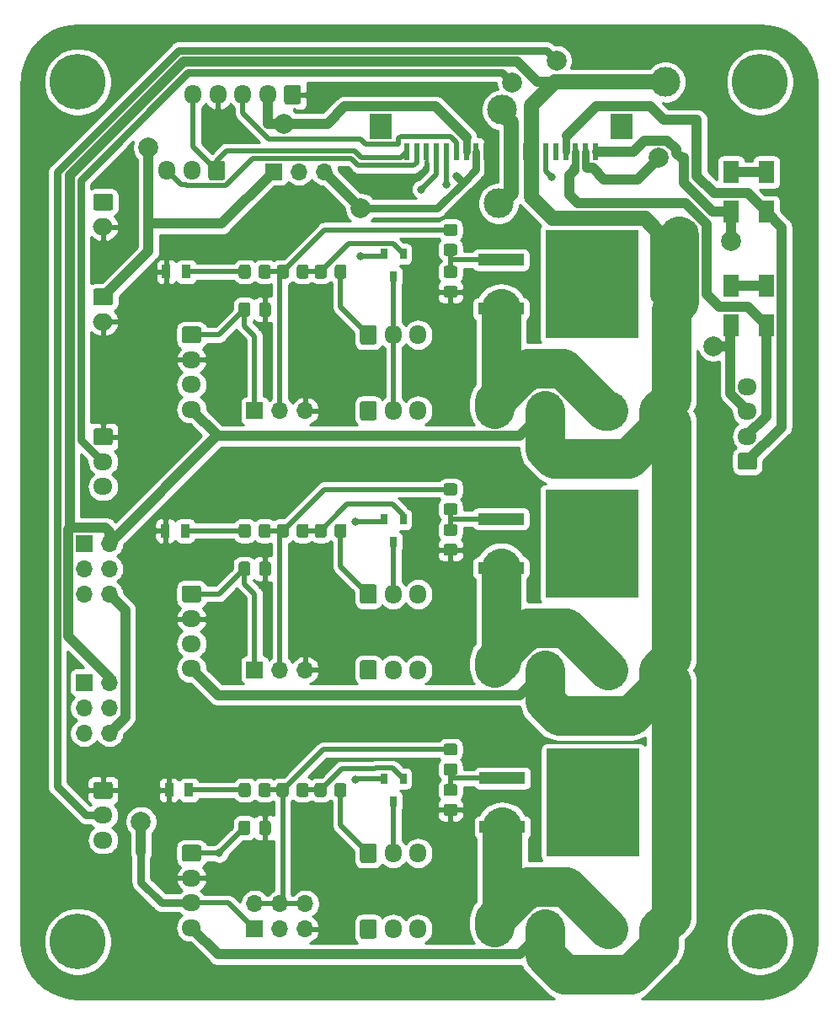
<source format=gbr>
%TF.GenerationSoftware,KiCad,Pcbnew,(5.1.9)-1*%
%TF.CreationDate,2021-01-06T12:08:29+00:00*%
%TF.ProjectId,switcherv0,73776974-6368-4657-9276-302e6b696361,rev?*%
%TF.SameCoordinates,Original*%
%TF.FileFunction,Copper,L1,Top*%
%TF.FilePolarity,Positive*%
%FSLAX46Y46*%
G04 Gerber Fmt 4.6, Leading zero omitted, Abs format (unit mm)*
G04 Created by KiCad (PCBNEW (5.1.9)-1) date 2021-01-06 12:08:29*
%MOMM*%
%LPD*%
G01*
G04 APERTURE LIST*
%TA.AperFunction,ConnectorPad*%
%ADD10C,5.600000*%
%TD*%
%TA.AperFunction,ComponentPad*%
%ADD11C,3.600000*%
%TD*%
%TA.AperFunction,SMDPad,CuDef*%
%ADD12R,2.200000X2.500000*%
%TD*%
%TA.AperFunction,SMDPad,CuDef*%
%ADD13R,0.600000X1.800000*%
%TD*%
%TA.AperFunction,ComponentPad*%
%ADD14O,1.950000X1.700000*%
%TD*%
%TA.AperFunction,ComponentPad*%
%ADD15O,1.700000X1.700000*%
%TD*%
%TA.AperFunction,ComponentPad*%
%ADD16R,1.700000X1.700000*%
%TD*%
%TA.AperFunction,ComponentPad*%
%ADD17C,2.475000*%
%TD*%
%TA.AperFunction,ComponentPad*%
%ADD18R,2.475000X2.475000*%
%TD*%
%TA.AperFunction,SMDPad,CuDef*%
%ADD19R,0.900000X1.400000*%
%TD*%
%TA.AperFunction,SMDPad,CuDef*%
%ADD20R,4.600000X1.200000*%
%TD*%
%TA.AperFunction,SMDPad,CuDef*%
%ADD21R,9.400000X10.800000*%
%TD*%
%TA.AperFunction,ComponentPad*%
%ADD22O,1.700000X1.950000*%
%TD*%
%TA.AperFunction,SMDPad,CuDef*%
%ADD23R,0.650000X1.100000*%
%TD*%
%TA.AperFunction,ComponentPad*%
%ADD24O,2.000000X1.700000*%
%TD*%
%TA.AperFunction,SMDPad,CuDef*%
%ADD25R,1.600000X2.250000*%
%TD*%
%TA.AperFunction,ViaPad*%
%ADD26C,2.000000*%
%TD*%
%TA.AperFunction,ViaPad*%
%ADD27C,0.800000*%
%TD*%
%TA.AperFunction,ViaPad*%
%ADD28C,3.000000*%
%TD*%
%TA.AperFunction,ViaPad*%
%ADD29C,1.500000*%
%TD*%
%TA.AperFunction,Conductor*%
%ADD30C,0.500000*%
%TD*%
%TA.AperFunction,Conductor*%
%ADD31C,1.500000*%
%TD*%
%TA.AperFunction,Conductor*%
%ADD32C,1.000000*%
%TD*%
%TA.AperFunction,Conductor*%
%ADD33C,0.750000*%
%TD*%
%TA.AperFunction,Conductor*%
%ADD34C,4.000000*%
%TD*%
%TA.AperFunction,Conductor*%
%ADD35C,0.254000*%
%TD*%
%TA.AperFunction,Conductor*%
%ADD36C,0.100000*%
%TD*%
G04 APERTURE END LIST*
D10*
%TO.P,H3,1*%
%TO.N,N/C*%
X131347500Y-175410000D03*
D11*
X131347500Y-175410000D03*
%TD*%
D10*
%TO.P,H2,1*%
%TO.N,N/C*%
X131347500Y-89050000D03*
D11*
X131347500Y-89050000D03*
%TD*%
D10*
%TO.P,H1,1*%
%TO.N,N/C*%
X62767500Y-175410000D03*
D11*
X62767500Y-175410000D03*
%TD*%
D10*
%TO.P,H0,1*%
%TO.N,N/C*%
X62767500Y-89050000D03*
D11*
X62767500Y-89050000D03*
%TD*%
D12*
%TO.P,J0,22*%
%TO.N,N/C*%
X93212500Y-93495000D03*
%TO.P,J0,21*%
X117412500Y-93495000D03*
D13*
%TO.P,J0,20*%
%TO.N,/PROBE*%
X95812500Y-96035000D03*
%TO.P,J0,19*%
%TO.N,GND2*%
X96812500Y-96035000D03*
%TO.P,J0,18*%
%TO.N,GND*%
X97812500Y-96035000D03*
%TO.P,J0,17*%
%TO.N,/THERM_OUT*%
X98812500Y-96035000D03*
%TO.P,J0,16*%
%TO.N,GND1*%
X99812500Y-96035000D03*
%TO.P,J0,15*%
%TO.N,/SERVO*%
X100812500Y-96035000D03*
%TO.P,J0,14*%
%TO.N,+5V*%
X101812500Y-96035000D03*
%TO.P,J0,13*%
%TO.N,+3V3*%
X102812500Y-96035000D03*
%TO.P,J0,12*%
%TO.N,GND*%
X103812500Y-96035000D03*
%TO.P,J0,11*%
X104812500Y-96035000D03*
%TO.P,J0,10*%
%TO.N,/HEATER_OUT*%
X105812500Y-96035000D03*
%TO.P,J0,9*%
X106812500Y-96035000D03*
%TO.P,J0,8*%
%TO.N,+24V*%
X107812500Y-96035000D03*
%TO.P,J0,7*%
X108812500Y-96035000D03*
%TO.P,J0,6*%
%TO.N,/AUX1*%
X109812500Y-96035000D03*
%TO.P,J0,5*%
%TO.N,/AUX0*%
X110812500Y-96035000D03*
%TO.P,J0,4*%
%TO.N,/1A*%
X111812500Y-96035000D03*
%TO.P,J0,3*%
%TO.N,/2A*%
X112812500Y-96035000D03*
%TO.P,J0,2*%
%TO.N,/2B*%
X113812500Y-96035000D03*
%TO.P,J0,1*%
%TO.N,/1B*%
X114812500Y-96035000D03*
%TD*%
D14*
%TO.P,J21,3*%
%TO.N,Net-(J21-Pad3)*%
X65307500Y-165210000D03*
%TO.P,J21,2*%
%TO.N,/AUX0*%
X65307500Y-162710000D03*
%TO.P,J21,1*%
%TO.N,GND*%
%TA.AperFunction,ComponentPad*%
G36*
G01*
X64582500Y-159360000D02*
X66032500Y-159360000D01*
G75*
G02*
X66282500Y-159610000I0J-250000D01*
G01*
X66282500Y-160810000D01*
G75*
G02*
X66032500Y-161060000I-250000J0D01*
G01*
X64582500Y-161060000D01*
G75*
G02*
X64332500Y-160810000I0J250000D01*
G01*
X64332500Y-159610000D01*
G75*
G02*
X64582500Y-159360000I250000J0D01*
G01*
G37*
%TD.AperFunction*%
%TD*%
D15*
%TO.P,JP6,3*%
%TO.N,+3V3*%
X87532500Y-98067000D03*
%TO.P,JP6,2*%
%TO.N,/V_PROBE*%
X84992500Y-98067000D03*
D16*
%TO.P,JP6,1*%
%TO.N,+5V*%
X82452500Y-98067000D03*
%TD*%
D17*
%TO.P,J3,2*%
%TO.N,+24V*%
X121187500Y-174140000D03*
D18*
%TO.P,J3,1*%
%TO.N,Net-(J2-Pad1)*%
X116107500Y-174140000D03*
%TD*%
D17*
%TO.P,J2,2*%
%TO.N,+24V*%
X109757500Y-174140000D03*
D18*
%TO.P,J2,1*%
%TO.N,Net-(J2-Pad1)*%
X104677500Y-174140000D03*
%TD*%
D17*
%TO.P,J4,2*%
%TO.N,+24V*%
X121187500Y-148105000D03*
D18*
%TO.P,J4,1*%
%TO.N,Net-(J4-Pad1)*%
X116107500Y-148105000D03*
%TD*%
D17*
%TO.P,J5,2*%
%TO.N,+24V*%
X109757500Y-148105000D03*
D18*
%TO.P,J5,1*%
%TO.N,Net-(J4-Pad1)*%
X104677500Y-148105000D03*
%TD*%
D17*
%TO.P,J6,2*%
%TO.N,+24V*%
X109757500Y-122070000D03*
D18*
%TO.P,J6,1*%
%TO.N,Net-(J6-Pad1)*%
X104677500Y-122070000D03*
%TD*%
D17*
%TO.P,J7,2*%
%TO.N,+24V*%
X121187500Y-122070000D03*
D18*
%TO.P,J7,1*%
%TO.N,Net-(J6-Pad1)*%
X116107500Y-122070000D03*
%TD*%
D19*
%TO.P,LED2,2*%
%TO.N,Net-(LED2-Pad2)*%
X73657500Y-108100000D03*
%TO.P,LED2,1*%
%TO.N,GND*%
X71657500Y-108100000D03*
%TD*%
%TO.P,LED1,2*%
%TO.N,Net-(LED1-Pad2)*%
X73562500Y-134135000D03*
%TO.P,LED1,1*%
%TO.N,GND*%
X71562500Y-134135000D03*
%TD*%
%TO.P,LED0,2*%
%TO.N,Net-(LED0-Pad2)*%
X73927500Y-160170000D03*
%TO.P,LED0,1*%
%TO.N,GND*%
X71927500Y-160170000D03*
%TD*%
D20*
%TO.P,Q2,3*%
%TO.N,Net-(J6-Pad1)*%
X105312500Y-111835000D03*
D21*
%TO.P,Q2,2*%
%TO.N,/HEATER_OUT*%
X114462500Y-109370000D03*
D20*
%TO.P,Q2,1*%
%TO.N,Net-(Q2-Pad1)*%
X105312500Y-106905000D03*
%TD*%
%TO.P,Q1,3*%
%TO.N,Net-(J4-Pad1)*%
X105312500Y-137870000D03*
D21*
%TO.P,Q1,2*%
%TO.N,/HEATER_OUT*%
X114462500Y-135405000D03*
D20*
%TO.P,Q1,1*%
%TO.N,Net-(Q1-Pad1)*%
X105312500Y-132940000D03*
%TD*%
%TO.P,Q0,3*%
%TO.N,Net-(J2-Pad1)*%
X105439500Y-163905000D03*
D21*
%TO.P,Q0,2*%
%TO.N,/HEATER_OUT*%
X114589500Y-161440000D03*
D20*
%TO.P,Q0,1*%
%TO.N,Net-(Q0-Pad1)*%
X105439500Y-158975000D03*
%TD*%
D22*
%TO.P,J19,3*%
%TO.N,GND2*%
X71737500Y-97940000D03*
%TO.P,J19,2*%
%TO.N,/V_PROBE*%
X74237500Y-97940000D03*
%TO.P,J19,1*%
%TO.N,/PROBE*%
%TA.AperFunction,ComponentPad*%
G36*
G01*
X77587500Y-97215000D02*
X77587500Y-98665000D01*
G75*
G02*
X77337500Y-98915000I-250000J0D01*
G01*
X76137500Y-98915000D01*
G75*
G02*
X75887500Y-98665000I0J250000D01*
G01*
X75887500Y-97215000D01*
G75*
G02*
X76137500Y-96965000I250000J0D01*
G01*
X77337500Y-96965000D01*
G75*
G02*
X77587500Y-97215000I0J-250000D01*
G01*
G37*
%TD.AperFunction*%
%TD*%
%TO.P,J9,3*%
%TO.N,+3V3*%
X96977500Y-166520000D03*
%TO.P,J9,2*%
%TO.N,/THERM_0*%
X94477500Y-166520000D03*
%TO.P,J9,1*%
%TO.N,GND1*%
%TA.AperFunction,ComponentPad*%
G36*
G01*
X91127500Y-167245000D02*
X91127500Y-165795000D01*
G75*
G02*
X91377500Y-165545000I250000J0D01*
G01*
X92577500Y-165545000D01*
G75*
G02*
X92827500Y-165795000I0J-250000D01*
G01*
X92827500Y-167245000D01*
G75*
G02*
X92577500Y-167495000I-250000J0D01*
G01*
X91377500Y-167495000D01*
G75*
G02*
X91127500Y-167245000I0J250000D01*
G01*
G37*
%TD.AperFunction*%
%TD*%
D14*
%TO.P,J15,4*%
%TO.N,+24V*%
X74197500Y-147985000D03*
%TO.P,J15,3*%
%TO.N,+5V*%
X74197500Y-145485000D03*
%TO.P,J15,2*%
%TO.N,GND*%
X74197500Y-142985000D03*
%TO.P,J15,1*%
%TO.N,/Tool1Sig*%
%TA.AperFunction,ComponentPad*%
G36*
G01*
X73472500Y-139635000D02*
X74922500Y-139635000D01*
G75*
G02*
X75172500Y-139885000I0J-250000D01*
G01*
X75172500Y-141085000D01*
G75*
G02*
X74922500Y-141335000I-250000J0D01*
G01*
X73472500Y-141335000D01*
G75*
G02*
X73222500Y-141085000I0J250000D01*
G01*
X73222500Y-139885000D01*
G75*
G02*
X73472500Y-139635000I250000J0D01*
G01*
G37*
%TD.AperFunction*%
%TD*%
%TO.P,J1,4*%
%TO.N,/1B*%
X130077500Y-119650000D03*
%TO.P,J1,3*%
%TO.N,/2B*%
X130077500Y-122150000D03*
%TO.P,J1,2*%
%TO.N,/2A*%
X130077500Y-124650000D03*
%TO.P,J1,1*%
%TO.N,/1A*%
%TA.AperFunction,ComponentPad*%
G36*
G01*
X130802500Y-128000000D02*
X129352500Y-128000000D01*
G75*
G02*
X129102500Y-127750000I0J250000D01*
G01*
X129102500Y-126550000D01*
G75*
G02*
X129352500Y-126300000I250000J0D01*
G01*
X130802500Y-126300000D01*
G75*
G02*
X131052500Y-126550000I0J-250000D01*
G01*
X131052500Y-127750000D01*
G75*
G02*
X130802500Y-128000000I-250000J0D01*
G01*
G37*
%TD.AperFunction*%
%TD*%
%TO.P,J14,4*%
%TO.N,+24V*%
X74197500Y-174020000D03*
%TO.P,J14,3*%
%TO.N,+5V*%
X74197500Y-171520000D03*
%TO.P,J14,2*%
%TO.N,GND*%
X74197500Y-169020000D03*
%TO.P,J14,1*%
%TO.N,/Tool0Sig*%
%TA.AperFunction,ComponentPad*%
G36*
G01*
X73472500Y-165670000D02*
X74922500Y-165670000D01*
G75*
G02*
X75172500Y-165920000I0J-250000D01*
G01*
X75172500Y-167120000D01*
G75*
G02*
X74922500Y-167370000I-250000J0D01*
G01*
X73472500Y-167370000D01*
G75*
G02*
X73222500Y-167120000I0J250000D01*
G01*
X73222500Y-165920000D01*
G75*
G02*
X73472500Y-165670000I250000J0D01*
G01*
G37*
%TD.AperFunction*%
%TD*%
%TO.P,J16,4*%
%TO.N,+24V*%
X74197500Y-121950000D03*
%TO.P,J16,3*%
%TO.N,+5V*%
X74197500Y-119450000D03*
%TO.P,J16,2*%
%TO.N,GND*%
X74197500Y-116950000D03*
%TO.P,J16,1*%
%TO.N,/Tool2Sig*%
%TA.AperFunction,ComponentPad*%
G36*
G01*
X73472500Y-113600000D02*
X74922500Y-113600000D01*
G75*
G02*
X75172500Y-113850000I0J-250000D01*
G01*
X75172500Y-115050000D01*
G75*
G02*
X74922500Y-115300000I-250000J0D01*
G01*
X73472500Y-115300000D01*
G75*
G02*
X73222500Y-115050000I0J250000D01*
G01*
X73222500Y-113850000D01*
G75*
G02*
X73472500Y-113600000I250000J0D01*
G01*
G37*
%TD.AperFunction*%
%TD*%
%TO.P,J22,3*%
%TO.N,Net-(J22-Pad3)*%
X65307500Y-129690000D03*
%TO.P,J22,2*%
%TO.N,/AUX1*%
X65307500Y-127190000D03*
%TO.P,J22,1*%
%TO.N,GND*%
%TA.AperFunction,ComponentPad*%
G36*
G01*
X64582500Y-123840000D02*
X66032500Y-123840000D01*
G75*
G02*
X66282500Y-124090000I0J-250000D01*
G01*
X66282500Y-125290000D01*
G75*
G02*
X66032500Y-125540000I-250000J0D01*
G01*
X64582500Y-125540000D01*
G75*
G02*
X64332500Y-125290000I0J250000D01*
G01*
X64332500Y-124090000D01*
G75*
G02*
X64582500Y-123840000I250000J0D01*
G01*
G37*
%TD.AperFunction*%
%TD*%
%TO.P,R14,2*%
%TO.N,/TOOL2_LOGIC*%
%TA.AperFunction,SMDPad,CuDef*%
G36*
G01*
X100682501Y-104509000D02*
X99782499Y-104509000D01*
G75*
G02*
X99532500Y-104259001I0J249999D01*
G01*
X99532500Y-103558999D01*
G75*
G02*
X99782499Y-103309000I249999J0D01*
G01*
X100682501Y-103309000D01*
G75*
G02*
X100932500Y-103558999I0J-249999D01*
G01*
X100932500Y-104259001D01*
G75*
G02*
X100682501Y-104509000I-249999J0D01*
G01*
G37*
%TD.AperFunction*%
%TO.P,R14,1*%
%TO.N,Net-(Q2-Pad1)*%
%TA.AperFunction,SMDPad,CuDef*%
G36*
G01*
X100682501Y-106509000D02*
X99782499Y-106509000D01*
G75*
G02*
X99532500Y-106259001I0J249999D01*
G01*
X99532500Y-105558999D01*
G75*
G02*
X99782499Y-105309000I249999J0D01*
G01*
X100682501Y-105309000D01*
G75*
G02*
X100932500Y-105558999I0J-249999D01*
G01*
X100932500Y-106259001D01*
G75*
G02*
X100682501Y-106509000I-249999J0D01*
G01*
G37*
%TD.AperFunction*%
%TD*%
%TO.P,R13,2*%
%TO.N,Net-(Q2-Pad1)*%
%TA.AperFunction,SMDPad,CuDef*%
G36*
G01*
X100682501Y-108716000D02*
X99782499Y-108716000D01*
G75*
G02*
X99532500Y-108466001I0J249999D01*
G01*
X99532500Y-107765999D01*
G75*
G02*
X99782499Y-107516000I249999J0D01*
G01*
X100682501Y-107516000D01*
G75*
G02*
X100932500Y-107765999I0J-249999D01*
G01*
X100932500Y-108466001D01*
G75*
G02*
X100682501Y-108716000I-249999J0D01*
G01*
G37*
%TD.AperFunction*%
%TO.P,R13,1*%
%TO.N,GND*%
%TA.AperFunction,SMDPad,CuDef*%
G36*
G01*
X100682501Y-110716000D02*
X99782499Y-110716000D01*
G75*
G02*
X99532500Y-110466001I0J249999D01*
G01*
X99532500Y-109765999D01*
G75*
G02*
X99782499Y-109516000I249999J0D01*
G01*
X100682501Y-109516000D01*
G75*
G02*
X100932500Y-109765999I0J-249999D01*
G01*
X100932500Y-110466001D01*
G75*
G02*
X100682501Y-110716000I-249999J0D01*
G01*
G37*
%TD.AperFunction*%
%TD*%
%TO.P,R12,2*%
%TO.N,/TOOL1_LOGIC*%
%TA.AperFunction,SMDPad,CuDef*%
G36*
G01*
X100682501Y-130560000D02*
X99782499Y-130560000D01*
G75*
G02*
X99532500Y-130310001I0J249999D01*
G01*
X99532500Y-129609999D01*
G75*
G02*
X99782499Y-129360000I249999J0D01*
G01*
X100682501Y-129360000D01*
G75*
G02*
X100932500Y-129609999I0J-249999D01*
G01*
X100932500Y-130310001D01*
G75*
G02*
X100682501Y-130560000I-249999J0D01*
G01*
G37*
%TD.AperFunction*%
%TO.P,R12,1*%
%TO.N,Net-(Q1-Pad1)*%
%TA.AperFunction,SMDPad,CuDef*%
G36*
G01*
X100682501Y-132560000D02*
X99782499Y-132560000D01*
G75*
G02*
X99532500Y-132310001I0J249999D01*
G01*
X99532500Y-131609999D01*
G75*
G02*
X99782499Y-131360000I249999J0D01*
G01*
X100682501Y-131360000D01*
G75*
G02*
X100932500Y-131609999I0J-249999D01*
G01*
X100932500Y-132310001D01*
G75*
G02*
X100682501Y-132560000I-249999J0D01*
G01*
G37*
%TD.AperFunction*%
%TD*%
%TO.P,R11,2*%
%TO.N,Net-(Q1-Pad1)*%
%TA.AperFunction,SMDPad,CuDef*%
G36*
G01*
X100682501Y-134640000D02*
X99782499Y-134640000D01*
G75*
G02*
X99532500Y-134390001I0J249999D01*
G01*
X99532500Y-133689999D01*
G75*
G02*
X99782499Y-133440000I249999J0D01*
G01*
X100682501Y-133440000D01*
G75*
G02*
X100932500Y-133689999I0J-249999D01*
G01*
X100932500Y-134390001D01*
G75*
G02*
X100682501Y-134640000I-249999J0D01*
G01*
G37*
%TD.AperFunction*%
%TO.P,R11,1*%
%TO.N,GND*%
%TA.AperFunction,SMDPad,CuDef*%
G36*
G01*
X100682501Y-136640000D02*
X99782499Y-136640000D01*
G75*
G02*
X99532500Y-136390001I0J249999D01*
G01*
X99532500Y-135689999D01*
G75*
G02*
X99782499Y-135440000I249999J0D01*
G01*
X100682501Y-135440000D01*
G75*
G02*
X100932500Y-135689999I0J-249999D01*
G01*
X100932500Y-136390001D01*
G75*
G02*
X100682501Y-136640000I-249999J0D01*
G01*
G37*
%TD.AperFunction*%
%TD*%
%TO.P,R10,2*%
%TO.N,/TOOL0_LOGIC*%
%TA.AperFunction,SMDPad,CuDef*%
G36*
G01*
X100682501Y-156698500D02*
X99782499Y-156698500D01*
G75*
G02*
X99532500Y-156448501I0J249999D01*
G01*
X99532500Y-155748499D01*
G75*
G02*
X99782499Y-155498500I249999J0D01*
G01*
X100682501Y-155498500D01*
G75*
G02*
X100932500Y-155748499I0J-249999D01*
G01*
X100932500Y-156448501D01*
G75*
G02*
X100682501Y-156698500I-249999J0D01*
G01*
G37*
%TD.AperFunction*%
%TO.P,R10,1*%
%TO.N,Net-(Q0-Pad1)*%
%TA.AperFunction,SMDPad,CuDef*%
G36*
G01*
X100682501Y-158698500D02*
X99782499Y-158698500D01*
G75*
G02*
X99532500Y-158448501I0J249999D01*
G01*
X99532500Y-157748499D01*
G75*
G02*
X99782499Y-157498500I249999J0D01*
G01*
X100682501Y-157498500D01*
G75*
G02*
X100932500Y-157748499I0J-249999D01*
G01*
X100932500Y-158448501D01*
G75*
G02*
X100682501Y-158698500I-249999J0D01*
G01*
G37*
%TD.AperFunction*%
%TD*%
%TO.P,R9,2*%
%TO.N,Net-(Q0-Pad1)*%
%TA.AperFunction,SMDPad,CuDef*%
G36*
G01*
X100682501Y-160770000D02*
X99782499Y-160770000D01*
G75*
G02*
X99532500Y-160520001I0J249999D01*
G01*
X99532500Y-159819999D01*
G75*
G02*
X99782499Y-159570000I249999J0D01*
G01*
X100682501Y-159570000D01*
G75*
G02*
X100932500Y-159819999I0J-249999D01*
G01*
X100932500Y-160520001D01*
G75*
G02*
X100682501Y-160770000I-249999J0D01*
G01*
G37*
%TD.AperFunction*%
%TO.P,R9,1*%
%TO.N,GND*%
%TA.AperFunction,SMDPad,CuDef*%
G36*
G01*
X100682501Y-162770000D02*
X99782499Y-162770000D01*
G75*
G02*
X99532500Y-162520001I0J249999D01*
G01*
X99532500Y-161819999D01*
G75*
G02*
X99782499Y-161570000I249999J0D01*
G01*
X100682501Y-161570000D01*
G75*
G02*
X100932500Y-161819999I0J-249999D01*
G01*
X100932500Y-162520001D01*
G75*
G02*
X100682501Y-162770000I-249999J0D01*
G01*
G37*
%TD.AperFunction*%
%TD*%
%TO.P,R8,2*%
%TO.N,/TOOL2_LOGIC*%
%TA.AperFunction,SMDPad,CuDef*%
G36*
G01*
X83973500Y-107649999D02*
X83973500Y-108550001D01*
G75*
G02*
X83723501Y-108800000I-249999J0D01*
G01*
X83023499Y-108800000D01*
G75*
G02*
X82773500Y-108550001I0J249999D01*
G01*
X82773500Y-107649999D01*
G75*
G02*
X83023499Y-107400000I249999J0D01*
G01*
X83723501Y-107400000D01*
G75*
G02*
X83973500Y-107649999I0J-249999D01*
G01*
G37*
%TD.AperFunction*%
%TO.P,R8,1*%
%TO.N,Net-(Q5-Pad1)*%
%TA.AperFunction,SMDPad,CuDef*%
G36*
G01*
X85973500Y-107649999D02*
X85973500Y-108550001D01*
G75*
G02*
X85723501Y-108800000I-249999J0D01*
G01*
X85023499Y-108800000D01*
G75*
G02*
X84773500Y-108550001I0J249999D01*
G01*
X84773500Y-107649999D01*
G75*
G02*
X85023499Y-107400000I249999J0D01*
G01*
X85723501Y-107400000D01*
G75*
G02*
X85973500Y-107649999I0J-249999D01*
G01*
G37*
%TD.AperFunction*%
%TD*%
%TO.P,R7,2*%
%TO.N,Net-(Q5-Pad1)*%
%TA.AperFunction,SMDPad,CuDef*%
G36*
G01*
X87783500Y-107649999D02*
X87783500Y-108550001D01*
G75*
G02*
X87533501Y-108800000I-249999J0D01*
G01*
X86833499Y-108800000D01*
G75*
G02*
X86583500Y-108550001I0J249999D01*
G01*
X86583500Y-107649999D01*
G75*
G02*
X86833499Y-107400000I249999J0D01*
G01*
X87533501Y-107400000D01*
G75*
G02*
X87783500Y-107649999I0J-249999D01*
G01*
G37*
%TD.AperFunction*%
%TO.P,R7,1*%
%TO.N,GND1*%
%TA.AperFunction,SMDPad,CuDef*%
G36*
G01*
X89783500Y-107649999D02*
X89783500Y-108550001D01*
G75*
G02*
X89533501Y-108800000I-249999J0D01*
G01*
X88833499Y-108800000D01*
G75*
G02*
X88583500Y-108550001I0J249999D01*
G01*
X88583500Y-107649999D01*
G75*
G02*
X88833499Y-107400000I249999J0D01*
G01*
X89533501Y-107400000D01*
G75*
G02*
X89783500Y-107649999I0J-249999D01*
G01*
G37*
%TD.AperFunction*%
%TD*%
%TO.P,R6,2*%
%TO.N,/TOOL1_LOGIC*%
%TA.AperFunction,SMDPad,CuDef*%
G36*
G01*
X83973500Y-133684999D02*
X83973500Y-134585001D01*
G75*
G02*
X83723501Y-134835000I-249999J0D01*
G01*
X83023499Y-134835000D01*
G75*
G02*
X82773500Y-134585001I0J249999D01*
G01*
X82773500Y-133684999D01*
G75*
G02*
X83023499Y-133435000I249999J0D01*
G01*
X83723501Y-133435000D01*
G75*
G02*
X83973500Y-133684999I0J-249999D01*
G01*
G37*
%TD.AperFunction*%
%TO.P,R6,1*%
%TO.N,Net-(Q4-Pad1)*%
%TA.AperFunction,SMDPad,CuDef*%
G36*
G01*
X85973500Y-133684999D02*
X85973500Y-134585001D01*
G75*
G02*
X85723501Y-134835000I-249999J0D01*
G01*
X85023499Y-134835000D01*
G75*
G02*
X84773500Y-134585001I0J249999D01*
G01*
X84773500Y-133684999D01*
G75*
G02*
X85023499Y-133435000I249999J0D01*
G01*
X85723501Y-133435000D01*
G75*
G02*
X85973500Y-133684999I0J-249999D01*
G01*
G37*
%TD.AperFunction*%
%TD*%
%TO.P,R5,2*%
%TO.N,Net-(Q4-Pad1)*%
%TA.AperFunction,SMDPad,CuDef*%
G36*
G01*
X87783500Y-133684999D02*
X87783500Y-134585001D01*
G75*
G02*
X87533501Y-134835000I-249999J0D01*
G01*
X86833499Y-134835000D01*
G75*
G02*
X86583500Y-134585001I0J249999D01*
G01*
X86583500Y-133684999D01*
G75*
G02*
X86833499Y-133435000I249999J0D01*
G01*
X87533501Y-133435000D01*
G75*
G02*
X87783500Y-133684999I0J-249999D01*
G01*
G37*
%TD.AperFunction*%
%TO.P,R5,1*%
%TO.N,GND1*%
%TA.AperFunction,SMDPad,CuDef*%
G36*
G01*
X89783500Y-133684999D02*
X89783500Y-134585001D01*
G75*
G02*
X89533501Y-134835000I-249999J0D01*
G01*
X88833499Y-134835000D01*
G75*
G02*
X88583500Y-134585001I0J249999D01*
G01*
X88583500Y-133684999D01*
G75*
G02*
X88833499Y-133435000I249999J0D01*
G01*
X89533501Y-133435000D01*
G75*
G02*
X89783500Y-133684999I0J-249999D01*
G01*
G37*
%TD.AperFunction*%
%TD*%
%TO.P,R4,2*%
%TO.N,/TOOL0_LOGIC*%
%TA.AperFunction,SMDPad,CuDef*%
G36*
G01*
X83957500Y-159719999D02*
X83957500Y-160620001D01*
G75*
G02*
X83707501Y-160870000I-249999J0D01*
G01*
X83007499Y-160870000D01*
G75*
G02*
X82757500Y-160620001I0J249999D01*
G01*
X82757500Y-159719999D01*
G75*
G02*
X83007499Y-159470000I249999J0D01*
G01*
X83707501Y-159470000D01*
G75*
G02*
X83957500Y-159719999I0J-249999D01*
G01*
G37*
%TD.AperFunction*%
%TO.P,R4,1*%
%TO.N,Net-(Q3-Pad1)*%
%TA.AperFunction,SMDPad,CuDef*%
G36*
G01*
X85957500Y-159719999D02*
X85957500Y-160620001D01*
G75*
G02*
X85707501Y-160870000I-249999J0D01*
G01*
X85007499Y-160870000D01*
G75*
G02*
X84757500Y-160620001I0J249999D01*
G01*
X84757500Y-159719999D01*
G75*
G02*
X85007499Y-159470000I249999J0D01*
G01*
X85707501Y-159470000D01*
G75*
G02*
X85957500Y-159719999I0J-249999D01*
G01*
G37*
%TD.AperFunction*%
%TD*%
%TO.P,R3,2*%
%TO.N,Net-(Q3-Pad1)*%
%TA.AperFunction,SMDPad,CuDef*%
G36*
G01*
X87767500Y-159719999D02*
X87767500Y-160620001D01*
G75*
G02*
X87517501Y-160870000I-249999J0D01*
G01*
X86817499Y-160870000D01*
G75*
G02*
X86567500Y-160620001I0J249999D01*
G01*
X86567500Y-159719999D01*
G75*
G02*
X86817499Y-159470000I249999J0D01*
G01*
X87517501Y-159470000D01*
G75*
G02*
X87767500Y-159719999I0J-249999D01*
G01*
G37*
%TD.AperFunction*%
%TO.P,R3,1*%
%TO.N,GND1*%
%TA.AperFunction,SMDPad,CuDef*%
G36*
G01*
X89767500Y-159719999D02*
X89767500Y-160620001D01*
G75*
G02*
X89517501Y-160870000I-249999J0D01*
G01*
X88817499Y-160870000D01*
G75*
G02*
X88567500Y-160620001I0J249999D01*
G01*
X88567500Y-159719999D01*
G75*
G02*
X88817499Y-159470000I249999J0D01*
G01*
X89517501Y-159470000D01*
G75*
G02*
X89767500Y-159719999I0J-249999D01*
G01*
G37*
%TD.AperFunction*%
%TD*%
%TO.P,R2,2*%
%TO.N,Net-(LED2-Pad2)*%
%TA.AperFunction,SMDPad,CuDef*%
G36*
G01*
X80147500Y-107649999D02*
X80147500Y-108550001D01*
G75*
G02*
X79897501Y-108800000I-249999J0D01*
G01*
X79197499Y-108800000D01*
G75*
G02*
X78947500Y-108550001I0J249999D01*
G01*
X78947500Y-107649999D01*
G75*
G02*
X79197499Y-107400000I249999J0D01*
G01*
X79897501Y-107400000D01*
G75*
G02*
X80147500Y-107649999I0J-249999D01*
G01*
G37*
%TD.AperFunction*%
%TO.P,R2,1*%
%TO.N,/TOOL2_LOGIC*%
%TA.AperFunction,SMDPad,CuDef*%
G36*
G01*
X82147500Y-107649999D02*
X82147500Y-108550001D01*
G75*
G02*
X81897501Y-108800000I-249999J0D01*
G01*
X81197499Y-108800000D01*
G75*
G02*
X80947500Y-108550001I0J249999D01*
G01*
X80947500Y-107649999D01*
G75*
G02*
X81197499Y-107400000I249999J0D01*
G01*
X81897501Y-107400000D01*
G75*
G02*
X82147500Y-107649999I0J-249999D01*
G01*
G37*
%TD.AperFunction*%
%TD*%
%TO.P,R1,2*%
%TO.N,Net-(LED1-Pad2)*%
%TA.AperFunction,SMDPad,CuDef*%
G36*
G01*
X80147500Y-133684999D02*
X80147500Y-134585001D01*
G75*
G02*
X79897501Y-134835000I-249999J0D01*
G01*
X79197499Y-134835000D01*
G75*
G02*
X78947500Y-134585001I0J249999D01*
G01*
X78947500Y-133684999D01*
G75*
G02*
X79197499Y-133435000I249999J0D01*
G01*
X79897501Y-133435000D01*
G75*
G02*
X80147500Y-133684999I0J-249999D01*
G01*
G37*
%TD.AperFunction*%
%TO.P,R1,1*%
%TO.N,/TOOL1_LOGIC*%
%TA.AperFunction,SMDPad,CuDef*%
G36*
G01*
X82147500Y-133684999D02*
X82147500Y-134585001D01*
G75*
G02*
X81897501Y-134835000I-249999J0D01*
G01*
X81197499Y-134835000D01*
G75*
G02*
X80947500Y-134585001I0J249999D01*
G01*
X80947500Y-133684999D01*
G75*
G02*
X81197499Y-133435000I249999J0D01*
G01*
X81897501Y-133435000D01*
G75*
G02*
X82147500Y-133684999I0J-249999D01*
G01*
G37*
%TD.AperFunction*%
%TD*%
%TO.P,R0,2*%
%TO.N,Net-(LED0-Pad2)*%
%TA.AperFunction,SMDPad,CuDef*%
G36*
G01*
X80147500Y-159719999D02*
X80147500Y-160620001D01*
G75*
G02*
X79897501Y-160870000I-249999J0D01*
G01*
X79197499Y-160870000D01*
G75*
G02*
X78947500Y-160620001I0J249999D01*
G01*
X78947500Y-159719999D01*
G75*
G02*
X79197499Y-159470000I249999J0D01*
G01*
X79897501Y-159470000D01*
G75*
G02*
X80147500Y-159719999I0J-249999D01*
G01*
G37*
%TD.AperFunction*%
%TO.P,R0,1*%
%TO.N,/TOOL0_LOGIC*%
%TA.AperFunction,SMDPad,CuDef*%
G36*
G01*
X82147500Y-159719999D02*
X82147500Y-160620001D01*
G75*
G02*
X81897501Y-160870000I-249999J0D01*
G01*
X81197499Y-160870000D01*
G75*
G02*
X80947500Y-160620001I0J249999D01*
G01*
X80947500Y-159719999D01*
G75*
G02*
X81197499Y-159470000I249999J0D01*
G01*
X81897501Y-159470000D01*
G75*
G02*
X82147500Y-159719999I0J-249999D01*
G01*
G37*
%TD.AperFunction*%
%TD*%
D23*
%TO.P,Q5,3*%
%TO.N,/THERM_2*%
X94517500Y-108615000D03*
%TO.P,Q5,2*%
%TO.N,/THERM_OUT*%
X93567500Y-106315000D03*
%TO.P,Q5,1*%
%TO.N,Net-(Q5-Pad1)*%
X95467500Y-106315000D03*
%TD*%
%TO.P,Q4,3*%
%TO.N,/THERM_1*%
X94517500Y-135285000D03*
%TO.P,Q4,2*%
%TO.N,/THERM_OUT*%
X93567500Y-132985000D03*
%TO.P,Q4,1*%
%TO.N,Net-(Q4-Pad1)*%
X95467500Y-132985000D03*
%TD*%
%TO.P,Q3,3*%
%TO.N,/THERM_0*%
X94517500Y-161320000D03*
%TO.P,Q3,2*%
%TO.N,/THERM_OUT*%
X93567500Y-159020000D03*
%TO.P,Q3,1*%
%TO.N,Net-(Q3-Pad1)*%
X95467500Y-159020000D03*
%TD*%
D15*
%TO.P,JP5,6*%
%TO.N,+3V3*%
X65942500Y-140485000D03*
%TO.P,JP5,5*%
%TO.N,Net-(J22-Pad3)*%
X63402500Y-140485000D03*
%TO.P,JP5,4*%
%TO.N,+5V*%
X65942500Y-137945000D03*
%TO.P,JP5,3*%
%TO.N,Net-(J22-Pad3)*%
X63402500Y-137945000D03*
%TO.P,JP5,2*%
%TO.N,+24V*%
X65942500Y-135405000D03*
D16*
%TO.P,JP5,1*%
%TO.N,Net-(J22-Pad3)*%
X63402500Y-135405000D03*
%TD*%
D15*
%TO.P,JP4,6*%
%TO.N,+3V3*%
X65942500Y-154455000D03*
%TO.P,JP4,5*%
%TO.N,Net-(J21-Pad3)*%
X63402500Y-154455000D03*
%TO.P,JP4,4*%
%TO.N,+5V*%
X65942500Y-151915000D03*
%TO.P,JP4,3*%
%TO.N,Net-(J21-Pad3)*%
X63402500Y-151915000D03*
%TO.P,JP4,2*%
%TO.N,+24V*%
X65942500Y-149375000D03*
D16*
%TO.P,JP4,1*%
%TO.N,Net-(J21-Pad3)*%
X63402500Y-149375000D03*
%TD*%
D22*
%TO.P,J20,5*%
%TO.N,/PROBE*%
X74357500Y-90320000D03*
%TO.P,J20,4*%
%TO.N,GND*%
X76857500Y-90320000D03*
%TO.P,J20,3*%
%TO.N,/SERVO*%
X79357500Y-90320000D03*
%TO.P,J20,2*%
%TO.N,+5V*%
X81857500Y-90320000D03*
%TO.P,J20,1*%
%TO.N,GND*%
%TA.AperFunction,ComponentPad*%
G36*
G01*
X85207500Y-89595000D02*
X85207500Y-91045000D01*
G75*
G02*
X84957500Y-91295000I-250000J0D01*
G01*
X83757500Y-91295000D01*
G75*
G02*
X83507500Y-91045000I0J250000D01*
G01*
X83507500Y-89595000D01*
G75*
G02*
X83757500Y-89345000I250000J0D01*
G01*
X84957500Y-89345000D01*
G75*
G02*
X85207500Y-89595000I0J-250000D01*
G01*
G37*
%TD.AperFunction*%
%TD*%
D24*
%TO.P,J17,2*%
%TO.N,GND*%
X65307500Y-113140000D03*
%TO.P,J17,1*%
%TO.N,+5V*%
%TA.AperFunction,ComponentPad*%
G36*
G01*
X64557500Y-109790000D02*
X66057500Y-109790000D01*
G75*
G02*
X66307500Y-110040000I0J-250000D01*
G01*
X66307500Y-111240000D01*
G75*
G02*
X66057500Y-111490000I-250000J0D01*
G01*
X64557500Y-111490000D01*
G75*
G02*
X64307500Y-111240000I0J250000D01*
G01*
X64307500Y-110040000D01*
G75*
G02*
X64557500Y-109790000I250000J0D01*
G01*
G37*
%TD.AperFunction*%
%TD*%
D22*
%TO.P,J12,3*%
%TO.N,+3V3*%
X96977500Y-114450000D03*
%TO.P,J12,2*%
%TO.N,/THERM_2*%
X94477500Y-114450000D03*
%TO.P,J12,1*%
%TO.N,GND1*%
%TA.AperFunction,ComponentPad*%
G36*
G01*
X91127500Y-115175000D02*
X91127500Y-113725000D01*
G75*
G02*
X91377500Y-113475000I250000J0D01*
G01*
X92577500Y-113475000D01*
G75*
G02*
X92827500Y-113725000I0J-250000D01*
G01*
X92827500Y-115175000D01*
G75*
G02*
X92577500Y-115425000I-250000J0D01*
G01*
X91377500Y-115425000D01*
G75*
G02*
X91127500Y-115175000I0J250000D01*
G01*
G37*
%TD.AperFunction*%
%TD*%
%TO.P,J10,3*%
%TO.N,+3V3*%
X96977500Y-148105000D03*
%TO.P,J10,2*%
%TO.N,/THERM_1*%
X94477500Y-148105000D03*
%TO.P,J10,1*%
%TO.N,GND1*%
%TA.AperFunction,ComponentPad*%
G36*
G01*
X91127500Y-148830000D02*
X91127500Y-147380000D01*
G75*
G02*
X91377500Y-147130000I250000J0D01*
G01*
X92577500Y-147130000D01*
G75*
G02*
X92827500Y-147380000I0J-250000D01*
G01*
X92827500Y-148830000D01*
G75*
G02*
X92577500Y-149080000I-250000J0D01*
G01*
X91377500Y-149080000D01*
G75*
G02*
X91127500Y-148830000I0J250000D01*
G01*
G37*
%TD.AperFunction*%
%TD*%
%TO.P,J8,3*%
%TO.N,+3V3*%
X96977500Y-174140000D03*
%TO.P,J8,2*%
%TO.N,/THERM_0*%
X94477500Y-174140000D03*
%TO.P,J8,1*%
%TO.N,GND1*%
%TA.AperFunction,ComponentPad*%
G36*
G01*
X91127500Y-174865000D02*
X91127500Y-173415000D01*
G75*
G02*
X91377500Y-173165000I250000J0D01*
G01*
X92577500Y-173165000D01*
G75*
G02*
X92827500Y-173415000I0J-250000D01*
G01*
X92827500Y-174865000D01*
G75*
G02*
X92577500Y-175115000I-250000J0D01*
G01*
X91377500Y-175115000D01*
G75*
G02*
X91127500Y-174865000I0J250000D01*
G01*
G37*
%TD.AperFunction*%
%TD*%
%TO.P,C2,2*%
%TO.N,GND*%
%TA.AperFunction,SMDPad,CuDef*%
G36*
G01*
X80997500Y-112385000D02*
X80997500Y-111435000D01*
G75*
G02*
X81247500Y-111185000I250000J0D01*
G01*
X81922500Y-111185000D01*
G75*
G02*
X82172500Y-111435000I0J-250000D01*
G01*
X82172500Y-112385000D01*
G75*
G02*
X81922500Y-112635000I-250000J0D01*
G01*
X81247500Y-112635000D01*
G75*
G02*
X80997500Y-112385000I0J250000D01*
G01*
G37*
%TD.AperFunction*%
%TO.P,C2,1*%
%TO.N,/Tool2Sig*%
%TA.AperFunction,SMDPad,CuDef*%
G36*
G01*
X78922500Y-112385000D02*
X78922500Y-111435000D01*
G75*
G02*
X79172500Y-111185000I250000J0D01*
G01*
X79847500Y-111185000D01*
G75*
G02*
X80097500Y-111435000I0J-250000D01*
G01*
X80097500Y-112385000D01*
G75*
G02*
X79847500Y-112635000I-250000J0D01*
G01*
X79172500Y-112635000D01*
G75*
G02*
X78922500Y-112385000I0J250000D01*
G01*
G37*
%TD.AperFunction*%
%TD*%
%TO.P,C1,1*%
%TO.N,/Tool1Sig*%
%TA.AperFunction,SMDPad,CuDef*%
G36*
G01*
X78922500Y-138420000D02*
X78922500Y-137470000D01*
G75*
G02*
X79172500Y-137220000I250000J0D01*
G01*
X79847500Y-137220000D01*
G75*
G02*
X80097500Y-137470000I0J-250000D01*
G01*
X80097500Y-138420000D01*
G75*
G02*
X79847500Y-138670000I-250000J0D01*
G01*
X79172500Y-138670000D01*
G75*
G02*
X78922500Y-138420000I0J250000D01*
G01*
G37*
%TD.AperFunction*%
%TO.P,C1,2*%
%TO.N,GND*%
%TA.AperFunction,SMDPad,CuDef*%
G36*
G01*
X80997500Y-138420000D02*
X80997500Y-137470000D01*
G75*
G02*
X81247500Y-137220000I250000J0D01*
G01*
X81922500Y-137220000D01*
G75*
G02*
X82172500Y-137470000I0J-250000D01*
G01*
X82172500Y-138420000D01*
G75*
G02*
X81922500Y-138670000I-250000J0D01*
G01*
X81247500Y-138670000D01*
G75*
G02*
X80997500Y-138420000I0J250000D01*
G01*
G37*
%TD.AperFunction*%
%TD*%
%TO.P,C0,2*%
%TO.N,GND*%
%TA.AperFunction,SMDPad,CuDef*%
G36*
G01*
X80997500Y-164455000D02*
X80997500Y-163505000D01*
G75*
G02*
X81247500Y-163255000I250000J0D01*
G01*
X81922500Y-163255000D01*
G75*
G02*
X82172500Y-163505000I0J-250000D01*
G01*
X82172500Y-164455000D01*
G75*
G02*
X81922500Y-164705000I-250000J0D01*
G01*
X81247500Y-164705000D01*
G75*
G02*
X80997500Y-164455000I0J250000D01*
G01*
G37*
%TD.AperFunction*%
%TO.P,C0,1*%
%TO.N,/Tool0Sig*%
%TA.AperFunction,SMDPad,CuDef*%
G36*
G01*
X78922500Y-164455000D02*
X78922500Y-163505000D01*
G75*
G02*
X79172500Y-163255000I250000J0D01*
G01*
X79847500Y-163255000D01*
G75*
G02*
X80097500Y-163505000I0J-250000D01*
G01*
X80097500Y-164455000D01*
G75*
G02*
X79847500Y-164705000I-250000J0D01*
G01*
X79172500Y-164705000D01*
G75*
G02*
X78922500Y-164455000I0J250000D01*
G01*
G37*
%TD.AperFunction*%
%TD*%
D25*
%TO.P,Z4,2*%
%TO.N,Net-(Z3-Pad2)*%
X131982500Y-109474000D03*
%TO.P,Z4,1*%
%TO.N,/2A*%
X131982500Y-113474000D03*
%TD*%
%TO.P,Z3,2*%
%TO.N,Net-(Z3-Pad2)*%
X128426500Y-109474000D03*
%TO.P,Z3,1*%
%TO.N,/2B*%
X128426500Y-113474000D03*
%TD*%
%TO.P,Z2,2*%
%TO.N,Net-(Z1-Pad2)*%
X131982500Y-98099000D03*
%TO.P,Z2,1*%
%TO.N,/1A*%
X131982500Y-102099000D03*
%TD*%
%TO.P,Z1,2*%
%TO.N,Net-(Z1-Pad2)*%
X128426500Y-98099000D03*
%TO.P,Z1,1*%
%TO.N,/1B*%
X128426500Y-102099000D03*
%TD*%
D15*
%TO.P,JP0,6*%
%TO.N,/TOOL0_LOGIC*%
X85627500Y-171600000D03*
%TO.P,JP0,5*%
%TO.N,GND*%
X85627500Y-174140000D03*
%TO.P,JP0,4*%
%TO.N,/TOOL0_LOGIC*%
X83087500Y-171600000D03*
%TO.P,JP0,3*%
%TO.N,/Tool0Sig*%
X83087500Y-174140000D03*
%TO.P,JP0,2*%
%TO.N,/TOOL0_LOGIC*%
X80547500Y-171600000D03*
D16*
%TO.P,JP0,1*%
%TO.N,+5V*%
X80547500Y-174140000D03*
%TD*%
D22*
%TO.P,J13,3*%
%TO.N,+3V3*%
X96977500Y-122070000D03*
%TO.P,J13,2*%
%TO.N,/THERM_2*%
X94477500Y-122070000D03*
%TO.P,J13,1*%
%TO.N,GND1*%
%TA.AperFunction,ComponentPad*%
G36*
G01*
X91127500Y-122795000D02*
X91127500Y-121345000D01*
G75*
G02*
X91377500Y-121095000I250000J0D01*
G01*
X92577500Y-121095000D01*
G75*
G02*
X92827500Y-121345000I0J-250000D01*
G01*
X92827500Y-122795000D01*
G75*
G02*
X92577500Y-123045000I-250000J0D01*
G01*
X91377500Y-123045000D01*
G75*
G02*
X91127500Y-122795000I0J250000D01*
G01*
G37*
%TD.AperFunction*%
%TD*%
%TO.P,J11,3*%
%TO.N,+3V3*%
X96977500Y-140485000D03*
%TO.P,J11,2*%
%TO.N,/THERM_1*%
X94477500Y-140485000D03*
%TO.P,J11,1*%
%TO.N,GND1*%
%TA.AperFunction,ComponentPad*%
G36*
G01*
X91127500Y-141210000D02*
X91127500Y-139760000D01*
G75*
G02*
X91377500Y-139510000I250000J0D01*
G01*
X92577500Y-139510000D01*
G75*
G02*
X92827500Y-139760000I0J-250000D01*
G01*
X92827500Y-141210000D01*
G75*
G02*
X92577500Y-141460000I-250000J0D01*
G01*
X91377500Y-141460000D01*
G75*
G02*
X91127500Y-141210000I0J250000D01*
G01*
G37*
%TD.AperFunction*%
%TD*%
D24*
%TO.P,J18,2*%
%TO.N,GND*%
X65307500Y-103615000D03*
%TO.P,J18,1*%
%TO.N,+3V3*%
%TA.AperFunction,ComponentPad*%
G36*
G01*
X64557500Y-100265000D02*
X66057500Y-100265000D01*
G75*
G02*
X66307500Y-100515000I0J-250000D01*
G01*
X66307500Y-101715000D01*
G75*
G02*
X66057500Y-101965000I-250000J0D01*
G01*
X64557500Y-101965000D01*
G75*
G02*
X64307500Y-101715000I0J250000D01*
G01*
X64307500Y-100515000D01*
G75*
G02*
X64557500Y-100265000I250000J0D01*
G01*
G37*
%TD.AperFunction*%
%TD*%
D16*
%TO.P,JP1,1*%
%TO.N,/Tool1Sig*%
X80547500Y-148105000D03*
D15*
%TO.P,JP1,2*%
%TO.N,/TOOL1_LOGIC*%
X83087500Y-148105000D03*
%TO.P,JP1,3*%
%TO.N,GND*%
X85627500Y-148105000D03*
%TD*%
%TO.P,JP2,3*%
%TO.N,GND*%
X85627500Y-122070000D03*
%TO.P,JP2,2*%
%TO.N,/TOOL2_LOGIC*%
X83087500Y-122070000D03*
D16*
%TO.P,JP2,1*%
%TO.N,/Tool2Sig*%
X80547500Y-122070000D03*
%TD*%
D26*
%TO.N,GND*%
X102518500Y-90447000D03*
D27*
X86360000Y-111125000D03*
X100330000Y-113030000D03*
X100330000Y-116840000D03*
X100330000Y-120650000D03*
X104775000Y-104775000D03*
X66675000Y-116205000D03*
X69850000Y-119380000D03*
X65405000Y-121285000D03*
X84455000Y-128905000D03*
X80645000Y-128905000D03*
X76835000Y-128905000D03*
X69850000Y-126365000D03*
X81915000Y-104775000D03*
X86360000Y-99695000D03*
X76200000Y-95250000D03*
X87630000Y-90170000D03*
X100330000Y-90170000D03*
X127000000Y-88900000D03*
X67310000Y-88900000D03*
X100330000Y-127000000D03*
X104775000Y-127000000D03*
X100330000Y-153035000D03*
X104775000Y-153035000D03*
X100330000Y-146685000D03*
X100330000Y-142875000D03*
X100330000Y-139065000D03*
X100330000Y-172720000D03*
X100330000Y-168910000D03*
X100330000Y-165100000D03*
X86360000Y-137160000D03*
X86360000Y-163195000D03*
X78740000Y-169545000D03*
X80645000Y-154940000D03*
X76835000Y-154940000D03*
X84455000Y-154940000D03*
X66675000Y-157480000D03*
X67310000Y-175260000D03*
X126365000Y-175895000D03*
X67310000Y-98425000D03*
X93980000Y-99060000D03*
D26*
%TO.N,/1B*%
X128426500Y-105052000D03*
%TO.N,/2B*%
X126648500Y-115593000D03*
X121187500Y-96670000D03*
D28*
%TO.N,+24V*%
X123727500Y-104290000D03*
X121822500Y-89050000D03*
D29*
%TO.N,/HEATER_OUT*%
X112551500Y-139342000D03*
X115091500Y-139342000D03*
X117631500Y-139342000D03*
X116361500Y-136802000D03*
X111281500Y-136802000D03*
X113821500Y-136802000D03*
X117631500Y-134262000D03*
X115091500Y-134262000D03*
X112551500Y-134262000D03*
X116361500Y-131722000D03*
X113821500Y-131722000D03*
X111281500Y-131722000D03*
X117758500Y-165250000D03*
X115218500Y-165250000D03*
X112678500Y-165250000D03*
X111408500Y-162710000D03*
X113948500Y-162710000D03*
X116488500Y-162710000D03*
X117758500Y-160170000D03*
X115218500Y-160170000D03*
X112678500Y-160170000D03*
X116488500Y-157630000D03*
X113948500Y-157630000D03*
X111408500Y-157630000D03*
X117377500Y-113053000D03*
X114837500Y-113053000D03*
X112297500Y-113053000D03*
X111027500Y-110513000D03*
X113567500Y-110513000D03*
X116107500Y-110513000D03*
X117377500Y-107973000D03*
X114837500Y-107973000D03*
X112297500Y-107973000D03*
X116107500Y-105433000D03*
X113567500Y-105433000D03*
X111027500Y-105433000D03*
D28*
X105058500Y-101242000D03*
X105439500Y-91844000D03*
D26*
%TO.N,+5V*%
X83469500Y-93240000D03*
X69879500Y-95654000D03*
X69117500Y-163345000D03*
D27*
%TO.N,GND1*%
X99812500Y-99323500D03*
%TO.N,/THERM_OUT*%
X90707500Y-159154000D03*
X90707500Y-133246000D03*
X91215500Y-106576000D03*
X97282000Y-99822000D03*
%TO.N,/Tool0Sig*%
X76970000Y-166520000D03*
D26*
%TO.N,+3V3*%
X91215500Y-101750000D03*
D27*
X100867500Y-98522500D03*
%TO.N,/AUX1*%
X110392500Y-98575000D03*
D26*
X106443776Y-89119362D03*
%TO.N,/AUX0*%
X110900500Y-86891000D03*
%TD*%
D30*
%TO.N,GND*%
X74197500Y-116950000D02*
X73776500Y-116950000D01*
D31*
X102518500Y-90447000D02*
X102518500Y-92830998D01*
D30*
X100232500Y-110116000D02*
X100232500Y-111275000D01*
X100232500Y-136040000D02*
X100232500Y-137310000D01*
X100232500Y-162170000D02*
X100232500Y-163345000D01*
D31*
X104353500Y-94665998D02*
X102518500Y-92830998D01*
X104353500Y-96035000D02*
X104353500Y-94665998D01*
D30*
X103812500Y-96035000D02*
X104353500Y-96035000D01*
X104353500Y-96035000D02*
X104812500Y-96035000D01*
D31*
X104353500Y-96035000D02*
X104353500Y-98211500D01*
D32*
%TO.N,/2A*%
X131982500Y-122632755D02*
X131982500Y-113474000D01*
X130077500Y-124537755D02*
X131982500Y-122632755D01*
X130077500Y-124650000D02*
X130077500Y-124537755D01*
D33*
X112812500Y-96310273D02*
X112776000Y-96346773D01*
X112812500Y-96035000D02*
X112812500Y-96310273D01*
X112776000Y-97770306D02*
X112703900Y-97842406D01*
X112776000Y-96346773D02*
X112776000Y-97770306D01*
D32*
X112673090Y-97873216D02*
X112673090Y-97770306D01*
X112166400Y-98379906D02*
X112673090Y-97873216D01*
X112166400Y-100380800D02*
X112166400Y-98379906D01*
X113027600Y-101242000D02*
X112166400Y-100380800D01*
X123861494Y-101242000D02*
X113027600Y-101242000D01*
X125977510Y-110350010D02*
X125977510Y-103358016D01*
X130107499Y-111598999D02*
X127226499Y-111598999D01*
X125977510Y-103358016D02*
X123861494Y-101242000D01*
X127226499Y-111598999D02*
X125977510Y-110350010D01*
X131982500Y-113474000D02*
X130107499Y-111598999D01*
D33*
%TO.N,/1A*%
X111812500Y-94574998D02*
X111812500Y-96035000D01*
X111952499Y-94434999D02*
X111812500Y-94574998D01*
D32*
X133532501Y-103649001D02*
X131982500Y-102099000D01*
X133532501Y-123694999D02*
X133532501Y-103649001D01*
X130077500Y-127150000D02*
X133532501Y-123694999D01*
X124997500Y-92860000D02*
X121657502Y-92860000D01*
X124997500Y-98490002D02*
X124997500Y-92860000D01*
X126731497Y-100223999D02*
X124997500Y-98490002D01*
X130107499Y-100223999D02*
X126731497Y-100223999D01*
X131982500Y-102099000D02*
X130107499Y-100223999D01*
X114892499Y-91494999D02*
X111952499Y-94434999D01*
X120292501Y-91494999D02*
X114892499Y-91494999D01*
X121657502Y-92860000D02*
X120292501Y-91494999D01*
%TO.N,/1B*%
X128426500Y-105052000D02*
X128426500Y-102099000D01*
X119687503Y-94919999D02*
X118572502Y-96035000D01*
X122027501Y-94919999D02*
X119687503Y-94919999D01*
X122937501Y-95829999D02*
X122027501Y-94919999D01*
X122937501Y-96197501D02*
X122937501Y-95829999D01*
X123421999Y-96681999D02*
X122937501Y-96197501D01*
X123715501Y-96681999D02*
X123421999Y-96681999D01*
X123715501Y-99221999D02*
X123715501Y-96681999D01*
X126592502Y-102099000D02*
X123715501Y-99221999D01*
X127886500Y-102099000D02*
X126592502Y-102099000D01*
X118572502Y-96035000D02*
X115013504Y-96035000D01*
%TO.N,/2B*%
X128352490Y-113548010D02*
X128426500Y-113474000D01*
X130077500Y-122037755D02*
X128352490Y-120312745D01*
X130077500Y-122150000D02*
X130077500Y-122037755D01*
X126648500Y-115593000D02*
X126648500Y-115252000D01*
X127982000Y-115593000D02*
X128352490Y-115963490D01*
X126648500Y-115593000D02*
X127982000Y-115593000D01*
X128352490Y-115963490D02*
X128352490Y-113548010D01*
X128352490Y-120312745D02*
X128352490Y-115963490D01*
D33*
X113812500Y-96035000D02*
X113812500Y-96724500D01*
X113812500Y-96724500D02*
X113812500Y-96915000D01*
D32*
X121187500Y-96670000D02*
X120142520Y-97714980D01*
X120142520Y-97714980D02*
X119028500Y-98829000D01*
X114329500Y-97686000D02*
X113923100Y-97686000D01*
X115675700Y-98829000D02*
X114531701Y-97685001D01*
X119028500Y-98829000D02*
X115675700Y-98829000D01*
D33*
X113812500Y-97575400D02*
X113923100Y-97686000D01*
X113812500Y-96035000D02*
X113812500Y-97575400D01*
D30*
%TO.N,+24V*%
X107812500Y-96035000D02*
X108360500Y-96035000D01*
X108360500Y-96035000D02*
X108812500Y-96035000D01*
D31*
X108360500Y-96035000D02*
X108360500Y-91717000D01*
X108360500Y-91427176D02*
X108360500Y-91717000D01*
X110737676Y-89050000D02*
X108360500Y-91427176D01*
X121822500Y-89050000D02*
X110737676Y-89050000D01*
D32*
X109757500Y-174140000D02*
X107217500Y-176680000D01*
X76857500Y-176680000D02*
X74197500Y-174020000D01*
X107217500Y-176680000D02*
X76857500Y-176680000D01*
X109757500Y-148105000D02*
X107217500Y-150645000D01*
X76857500Y-150645000D02*
X74197500Y-147985000D01*
X107217500Y-150645000D02*
X76857500Y-150645000D01*
X107217500Y-124610000D02*
X106582500Y-124610000D01*
X109757500Y-122070000D02*
X107217500Y-124610000D01*
D30*
X106582500Y-124610000D02*
X76857500Y-124610000D01*
D32*
X76857500Y-124610000D02*
X74197500Y-121950000D01*
X107217500Y-124610000D02*
X76857500Y-124610000D01*
X76737500Y-124610000D02*
X65942500Y-135405000D01*
X76857500Y-124610000D02*
X76737500Y-124610000D01*
X65942500Y-148864998D02*
X65942500Y-149375000D01*
X61802499Y-133954999D02*
X61802499Y-144724997D01*
X61952499Y-133804999D02*
X61802499Y-133954999D01*
X65544580Y-133804999D02*
X61952499Y-133804999D01*
X65942500Y-134202919D02*
X65544580Y-133804999D01*
X61802499Y-144724997D02*
X65942500Y-148864998D01*
X65942500Y-135405000D02*
X65942500Y-134202919D01*
X61952499Y-98433997D02*
X73392143Y-86994353D01*
X61952499Y-133804999D02*
X61952499Y-98433997D01*
X108964416Y-89050000D02*
X110737676Y-89050000D01*
X106908769Y-86994353D02*
X108964416Y-89050000D01*
X73392143Y-86994353D02*
X106908769Y-86994353D01*
D34*
X109757500Y-174140000D02*
X109757500Y-176750000D01*
X109757500Y-176750000D02*
X111696500Y-178689000D01*
X121187500Y-175890089D02*
X121187500Y-174140000D01*
X118388589Y-178689000D02*
X121187500Y-175890089D01*
X111696500Y-178689000D02*
X118388589Y-178689000D01*
X109757500Y-148105000D02*
X109757500Y-151286500D01*
X109757500Y-151286500D02*
X111125000Y-152654000D01*
X121187500Y-149855089D02*
X121187500Y-148105000D01*
X118388589Y-152654000D02*
X121187500Y-149855089D01*
X111125000Y-152654000D02*
X118388589Y-152654000D01*
X109757500Y-122070000D02*
X109757500Y-125950000D01*
X109757500Y-125950000D02*
X110680500Y-126873000D01*
X121187500Y-123820089D02*
X121187500Y-122070000D01*
X118134589Y-126873000D02*
X121187500Y-123820089D01*
X110680500Y-126873000D02*
X118134589Y-126873000D01*
X122424999Y-149342499D02*
X122424999Y-172902501D01*
X122424999Y-172902501D02*
X121187500Y-174140000D01*
X121187500Y-148105000D02*
X122424999Y-149342499D01*
X122424999Y-146867501D02*
X121187500Y-148105000D01*
X122424999Y-123307499D02*
X122424999Y-146867501D01*
X121187500Y-122070000D02*
X122424999Y-123307499D01*
X123227500Y-111087500D02*
X123227500Y-104497106D01*
X122424999Y-111890001D02*
X123227500Y-111087500D01*
X122424999Y-120832501D02*
X122424999Y-111890001D01*
X121187500Y-122070000D02*
X122424999Y-120832501D01*
D31*
X110519500Y-102766000D02*
X119758502Y-102766000D01*
X108360500Y-96035000D02*
X108360500Y-100607000D01*
X108360500Y-100607000D02*
X110519500Y-102766000D01*
X119758502Y-102766000D02*
X121094500Y-104101998D01*
X121094500Y-110559502D02*
X122424999Y-111890001D01*
X121094500Y-104101998D02*
X121094500Y-110559502D01*
D30*
%TO.N,/HEATER_OUT*%
X105812500Y-96035000D02*
X106328500Y-96035000D01*
X106328500Y-96035000D02*
X106812500Y-96035000D01*
D31*
X106328500Y-96035000D02*
X106328500Y-100226000D01*
X105312500Y-101242000D02*
X105058500Y-101242000D01*
X106328500Y-100226000D02*
X105312500Y-101242000D01*
X106328500Y-93114000D02*
X106328500Y-96035000D01*
X105439500Y-92225000D02*
X106328500Y-93114000D01*
X105439500Y-91844000D02*
X105439500Y-92225000D01*
D30*
%TO.N,/SERVO*%
X95012499Y-94729211D02*
X95230710Y-94511000D01*
X91712499Y-95245001D02*
X95012499Y-95245001D01*
X95012499Y-95245001D02*
X95012499Y-94729211D01*
X91207499Y-94740001D02*
X91712499Y-95245001D01*
X81943274Y-94740001D02*
X91207499Y-94740001D01*
X79357500Y-92154227D02*
X81943274Y-94740001D01*
X79357500Y-90320000D02*
X79357500Y-92154227D01*
X100812500Y-95091000D02*
X100812500Y-96035000D01*
X100232500Y-94511000D02*
X100812500Y-95091000D01*
X95230710Y-94511000D02*
X100232500Y-94511000D01*
%TO.N,+5V*%
X77927500Y-171520000D02*
X80547500Y-174140000D01*
X74197500Y-171520000D02*
X77927500Y-171520000D01*
D32*
X81857500Y-93240000D02*
X81857500Y-92185000D01*
X81857500Y-92185000D02*
X81857500Y-90320000D01*
X81857500Y-92185000D02*
X81857500Y-90955000D01*
X81857500Y-93240000D02*
X83469500Y-93240000D01*
X69879500Y-106068000D02*
X65307500Y-110640000D01*
X77245500Y-103274000D02*
X82452500Y-98067000D01*
X69879500Y-103274000D02*
X77245500Y-103274000D01*
X69879500Y-95654000D02*
X69879500Y-103274000D01*
X69879500Y-103274000D02*
X69879500Y-106068000D01*
X87851000Y-93240000D02*
X83469500Y-93240000D01*
X89596001Y-91494999D02*
X87851000Y-93240000D01*
X98732501Y-91494999D02*
X89596001Y-91494999D01*
X101812500Y-94574998D02*
X98732501Y-91494999D01*
D33*
X101812500Y-96035000D02*
X101812500Y-94574998D01*
D32*
X69117500Y-166440000D02*
X69117500Y-163345000D01*
D33*
X69117500Y-166440000D02*
X69117500Y-169447500D01*
X71190000Y-171520000D02*
X74197500Y-171520000D01*
X69117500Y-169447500D02*
X71190000Y-171520000D01*
D30*
%TO.N,GND1*%
X89167500Y-163710000D02*
X91977500Y-166520000D01*
X89167500Y-160170000D02*
X89167500Y-163710000D01*
X89183500Y-137691000D02*
X89183500Y-134135000D01*
X91977500Y-140485000D02*
X89183500Y-137691000D01*
X99851500Y-96074000D02*
X99812500Y-96035000D01*
X89183500Y-111656000D02*
X91977500Y-114450000D01*
X89183500Y-108100000D02*
X89183500Y-111656000D01*
X99812500Y-96035000D02*
X99812500Y-99323500D01*
X99812500Y-99323500D02*
X99812500Y-99323500D01*
%TO.N,/THERM_OUT*%
X98835500Y-96058000D02*
X98812500Y-96035000D01*
X93306500Y-133246000D02*
X93567500Y-132985000D01*
X90707500Y-133246000D02*
X93306500Y-133246000D01*
X90841500Y-159020000D02*
X90707500Y-159154000D01*
X93567500Y-159020000D02*
X90841500Y-159020000D01*
X93306500Y-106576000D02*
X93567500Y-106315000D01*
X91215500Y-106576000D02*
X93306500Y-106576000D01*
X98812500Y-98291500D02*
X97282000Y-99822000D01*
X98812500Y-96035000D02*
X98812500Y-98291500D01*
%TO.N,GND2*%
X73628308Y-99365010D02*
X73162510Y-99365010D01*
X73678308Y-99415010D02*
X73628308Y-99365010D01*
X77648168Y-99415010D02*
X73678308Y-99415010D01*
X90246499Y-96716999D02*
X80346179Y-96716999D01*
X90964501Y-97435001D02*
X90246499Y-96716999D01*
X73162510Y-99365010D02*
X71737500Y-97940000D01*
X96512501Y-97435001D02*
X90964501Y-97435001D01*
X80346179Y-96716999D02*
X77648168Y-99415010D01*
X96812500Y-97135002D02*
X96512501Y-97435001D01*
X96812500Y-96035000D02*
X96812500Y-97135002D01*
%TO.N,/PROBE*%
X74357500Y-95560000D02*
X76737500Y-97940000D01*
X74357500Y-90320000D02*
X74357500Y-95560000D01*
X76737500Y-97940000D02*
X76737500Y-96965000D01*
X76737500Y-96965000D02*
X77735511Y-95966989D01*
X90575989Y-95966989D02*
X91243991Y-96634991D01*
X77735511Y-95966989D02*
X90575989Y-95966989D01*
X95212509Y-96634991D02*
X95812500Y-96035000D01*
X91243991Y-96634991D02*
X95212509Y-96634991D01*
D34*
%TO.N,Net-(J2-Pad1)*%
X104677500Y-173209579D02*
X104677500Y-173929990D01*
X107997089Y-169889990D02*
X104677500Y-173209579D01*
X111857490Y-169889990D02*
X107997089Y-169889990D01*
X116107500Y-174140000D02*
X111857490Y-169889990D01*
X105439500Y-172447579D02*
X104677500Y-173209579D01*
X105439500Y-163905000D02*
X105439500Y-172447579D01*
%TO.N,Net-(J4-Pad1)*%
X105312500Y-147259990D02*
X104677500Y-147894990D01*
X105312500Y-137870000D02*
X105312500Y-147259990D01*
X104677500Y-147174579D02*
X104677500Y-147894990D01*
X107997089Y-143854990D02*
X104677500Y-147174579D01*
X111857490Y-143854990D02*
X107997089Y-143854990D01*
X116107500Y-148105000D02*
X111857490Y-143854990D01*
%TO.N,Net-(J6-Pad1)*%
X104677500Y-121139579D02*
X104677500Y-121859990D01*
X107997089Y-117819990D02*
X104677500Y-121139579D01*
X111517911Y-117819990D02*
X107997089Y-117819990D01*
X115767921Y-122070000D02*
X111517911Y-117819990D01*
X116107500Y-122070000D02*
X115767921Y-122070000D01*
X105312500Y-120504579D02*
X104677500Y-121139579D01*
X105312500Y-111835000D02*
X105312500Y-120504579D01*
D30*
%TO.N,Net-(LED0-Pad2)*%
X79547500Y-160170000D02*
X73927500Y-160170000D01*
%TO.N,Net-(LED1-Pad2)*%
X73562500Y-134135000D02*
X79547500Y-134135000D01*
%TO.N,Net-(LED2-Pad2)*%
X73657500Y-108100000D02*
X79547500Y-108100000D01*
%TO.N,/TOOL0_LOGIC*%
X81547500Y-160170000D02*
X83357500Y-160170000D01*
X80547500Y-171600000D02*
X85627500Y-171600000D01*
X83357500Y-171330000D02*
X83087500Y-171600000D01*
X83357500Y-160170000D02*
X83357500Y-171330000D01*
X87429000Y-156098500D02*
X100232500Y-156098500D01*
X83357500Y-160170000D02*
X87429000Y-156098500D01*
%TO.N,/TOOL1_LOGIC*%
X83087500Y-134421000D02*
X83373500Y-134135000D01*
X83087500Y-148105000D02*
X83087500Y-134421000D01*
X81547500Y-134135000D02*
X83373500Y-134135000D01*
X87548500Y-129960000D02*
X100232500Y-129960000D01*
X83373500Y-134135000D02*
X87548500Y-129960000D01*
%TO.N,/TOOL2_LOGIC*%
X81547500Y-108100000D02*
X83373500Y-108100000D01*
X83087500Y-108386000D02*
X83373500Y-108100000D01*
X83087500Y-122070000D02*
X83087500Y-108386000D01*
X87564500Y-103909000D02*
X100232500Y-103909000D01*
X83373500Y-108100000D02*
X87564500Y-103909000D01*
%TO.N,/Tool0Sig*%
X76970000Y-166520000D02*
X79510000Y-163980000D01*
X74197500Y-166520000D02*
X76970000Y-166520000D01*
%TO.N,/Tool1Sig*%
X76970000Y-140485000D02*
X79510000Y-137945000D01*
X74197500Y-140485000D02*
X76970000Y-140485000D01*
X80547500Y-148105000D02*
X80547500Y-140485000D01*
X79510000Y-139447500D02*
X79510000Y-137945000D01*
X80547500Y-140485000D02*
X79510000Y-139447500D01*
%TO.N,/Tool2Sig*%
X76970000Y-114450000D02*
X79510000Y-111910000D01*
X74197500Y-114450000D02*
X76970000Y-114450000D01*
X80547500Y-122070000D02*
X80547500Y-114577000D01*
X79510000Y-113539500D02*
X79510000Y-111910000D01*
X80547500Y-114577000D02*
X79510000Y-113539500D01*
D32*
%TO.N,+3V3*%
X91215500Y-101750000D02*
X87532500Y-98067000D01*
X67542501Y-152854999D02*
X65942500Y-154455000D01*
X67542501Y-142085001D02*
X67542501Y-152854999D01*
X65942500Y-140485000D02*
X67542501Y-142085001D01*
D33*
X102812500Y-97840502D02*
X102812500Y-96035000D01*
X91215500Y-101750000D02*
X98903002Y-101750000D01*
X100867500Y-98522500D02*
X101401501Y-99056501D01*
X101596501Y-99056501D02*
X102812500Y-97840502D01*
X101401501Y-99056501D02*
X101596501Y-99056501D01*
X98903002Y-101750000D02*
X101596501Y-99056501D01*
D30*
%TO.N,/THERM_0*%
X94517500Y-166480000D02*
X94477500Y-166520000D01*
X94517500Y-161320000D02*
X94517500Y-166480000D01*
%TO.N,Net-(Q0-Pad1)*%
X105439500Y-158975000D02*
X100307500Y-158975000D01*
X100232500Y-158900000D02*
X100232500Y-158098500D01*
X100307500Y-158975000D02*
X100232500Y-158900000D01*
X100232500Y-160170000D02*
X100232500Y-158900000D01*
%TO.N,Net-(Q1-Pad1)*%
X100307500Y-132940000D02*
X100232500Y-132865000D01*
X105312500Y-132940000D02*
X100307500Y-132940000D01*
X100232500Y-132865000D02*
X100232500Y-134040000D01*
X100232500Y-131960000D02*
X100232500Y-132865000D01*
%TO.N,Net-(Q2-Pad1)*%
X100307500Y-106905000D02*
X100232500Y-106830000D01*
X105312500Y-106905000D02*
X100307500Y-106905000D01*
X100232500Y-106830000D02*
X100232500Y-108116000D01*
X100232500Y-105909000D02*
X100232500Y-106830000D01*
%TO.N,Net-(Q3-Pad1)*%
X85357500Y-160170000D02*
X87167500Y-160170000D01*
X87167500Y-160170000D02*
X89317501Y-158019999D01*
X94417499Y-157969999D02*
X95467500Y-159020000D01*
X92671499Y-157969999D02*
X94417499Y-157969999D01*
X92621499Y-158019999D02*
X92671499Y-157969999D01*
X89317501Y-158019999D02*
X92621499Y-158019999D01*
%TO.N,Net-(Q4-Pad1)*%
X85373500Y-134135000D02*
X86133490Y-134135000D01*
X85373500Y-134135000D02*
X87183500Y-134135000D01*
X89333501Y-131984999D02*
X87183500Y-134135000D01*
X89850500Y-131468000D02*
X89333501Y-131984999D01*
X94390500Y-131468000D02*
X89850500Y-131468000D01*
X95467500Y-132545000D02*
X94390500Y-131468000D01*
X95467500Y-132985000D02*
X95467500Y-132545000D01*
%TO.N,Net-(Q5-Pad1)*%
X85373500Y-108100000D02*
X87183500Y-108100000D01*
X94467499Y-105314999D02*
X95467500Y-106315000D01*
X87183500Y-108100000D02*
X89968501Y-105314999D01*
X90018501Y-105264999D02*
X89968501Y-105314999D01*
X94392501Y-105264999D02*
X90018501Y-105264999D01*
X94442501Y-105314999D02*
X94392501Y-105264999D01*
X94467499Y-105314999D02*
X94442501Y-105314999D01*
D32*
%TO.N,Net-(Z1-Pad2)*%
X128426500Y-98099000D02*
X131982500Y-98099000D01*
%TO.N,Net-(Z3-Pad2)*%
X128426500Y-109474000D02*
X131982500Y-109474000D01*
D30*
%TO.N,/AUX1*%
X109812500Y-97995000D02*
X110392500Y-98575000D01*
X109812500Y-96035000D02*
X109812500Y-97995000D01*
D33*
X65245046Y-127190000D02*
X65307500Y-127190000D01*
X63077509Y-125022463D02*
X65245046Y-127190000D01*
X63077509Y-98899991D02*
X63077509Y-125022463D01*
X73858137Y-88119363D02*
X63077509Y-98899991D01*
X105443777Y-88119363D02*
X73858137Y-88119363D01*
X106443776Y-89119362D02*
X105443777Y-88119363D01*
%TO.N,/AUX0*%
X60677489Y-159804989D02*
X60677489Y-127144511D01*
X63582500Y-162710000D02*
X60677489Y-159804989D01*
X65307500Y-162710000D02*
X63582500Y-162710000D01*
X60677489Y-127144511D02*
X60677489Y-98118003D01*
X72926149Y-85869343D02*
X109878843Y-85869343D01*
X60677489Y-98118003D02*
X72926149Y-85869343D01*
X109878843Y-85869343D02*
X110900500Y-86891000D01*
D30*
%TO.N,/THERM_1*%
X94517500Y-140445000D02*
X94477500Y-140485000D01*
X94517500Y-135285000D02*
X94517500Y-140445000D01*
%TO.N,/THERM_2*%
X94517500Y-122030000D02*
X94477500Y-122070000D01*
X94517500Y-108615000D02*
X94517500Y-122030000D01*
%TD*%
D35*
%TO.N,GND*%
X132237291Y-83432068D02*
X133105178Y-83640430D01*
X133929775Y-83981989D01*
X134690799Y-84448345D01*
X135369494Y-85028006D01*
X135949155Y-85706701D01*
X136415509Y-86467720D01*
X136757070Y-87292322D01*
X136965431Y-88160207D01*
X137037500Y-89075926D01*
X137037501Y-175384061D01*
X136965431Y-176299793D01*
X136757070Y-177167678D01*
X136415509Y-177992280D01*
X135949155Y-178753299D01*
X135369494Y-179431994D01*
X134690799Y-180011655D01*
X133929775Y-180478011D01*
X133105178Y-180819570D01*
X132237291Y-181027932D01*
X131321574Y-181100000D01*
X119467696Y-181100000D01*
X119859600Y-180890523D01*
X120260830Y-180561241D01*
X120343347Y-180460694D01*
X122959195Y-177844846D01*
X123059741Y-177762330D01*
X123389023Y-177361100D01*
X123633701Y-176903339D01*
X123784373Y-176406639D01*
X123822500Y-176019531D01*
X123822500Y-176019523D01*
X123835248Y-175890089D01*
X123822500Y-175760655D01*
X123822500Y-175231451D01*
X123982269Y-175071682D01*
X127912500Y-175071682D01*
X127912500Y-175748318D01*
X128044506Y-176411952D01*
X128303443Y-177037082D01*
X128679362Y-177599685D01*
X129157815Y-178078138D01*
X129720418Y-178454057D01*
X130345548Y-178712994D01*
X131009182Y-178845000D01*
X131685818Y-178845000D01*
X132349452Y-178712994D01*
X132974582Y-178454057D01*
X133537185Y-178078138D01*
X134015638Y-177599685D01*
X134391557Y-177037082D01*
X134650494Y-176411952D01*
X134782500Y-175748318D01*
X134782500Y-175071682D01*
X134650494Y-174408048D01*
X134391557Y-173782918D01*
X134015638Y-173220315D01*
X133537185Y-172741862D01*
X132974582Y-172365943D01*
X132349452Y-172107006D01*
X131685818Y-171975000D01*
X131009182Y-171975000D01*
X130345548Y-172107006D01*
X129720418Y-172365943D01*
X129157815Y-172741862D01*
X128679362Y-173220315D01*
X128303443Y-173782918D01*
X128044506Y-174408048D01*
X127912500Y-175071682D01*
X123982269Y-175071682D01*
X124196688Y-174857263D01*
X124297240Y-174774742D01*
X124626522Y-174373512D01*
X124871200Y-173915751D01*
X125021872Y-173419051D01*
X125059999Y-173031943D01*
X125059999Y-173031935D01*
X125072747Y-172902501D01*
X125059999Y-172773067D01*
X125059999Y-149471933D01*
X125072747Y-149342499D01*
X125059999Y-149213065D01*
X125059999Y-149213057D01*
X125021872Y-148825949D01*
X124871200Y-148329249D01*
X124751337Y-148105000D01*
X124871200Y-147880751D01*
X125021872Y-147384051D01*
X125059999Y-146996943D01*
X125059999Y-146996935D01*
X125072747Y-146867501D01*
X125059999Y-146738067D01*
X125059999Y-123436933D01*
X125072747Y-123307499D01*
X125059999Y-123178065D01*
X125059999Y-123178057D01*
X125021872Y-122790949D01*
X124871200Y-122294249D01*
X124751337Y-122070000D01*
X124871200Y-121845751D01*
X125021872Y-121349051D01*
X125059999Y-120961943D01*
X125059999Y-120961935D01*
X125072747Y-120832501D01*
X125059999Y-120703067D01*
X125059999Y-115987800D01*
X125076332Y-116069912D01*
X125199582Y-116367463D01*
X125378513Y-116635252D01*
X125606248Y-116862987D01*
X125874037Y-117041918D01*
X126171588Y-117165168D01*
X126487467Y-117228000D01*
X126809533Y-117228000D01*
X127125412Y-117165168D01*
X127217491Y-117127028D01*
X127217490Y-120256993D01*
X127211999Y-120312745D01*
X127217490Y-120368496D01*
X127233913Y-120535243D01*
X127298814Y-120749191D01*
X127404206Y-120946368D01*
X127546041Y-121119194D01*
X127589354Y-121154740D01*
X128471460Y-122036847D01*
X128460315Y-122150000D01*
X128488987Y-122441111D01*
X128573901Y-122721034D01*
X128711794Y-122979014D01*
X128897366Y-123205134D01*
X129123486Y-123390706D01*
X129140874Y-123400000D01*
X129123486Y-123409294D01*
X128897366Y-123594866D01*
X128711794Y-123820986D01*
X128573901Y-124078966D01*
X128488987Y-124358889D01*
X128460315Y-124650000D01*
X128488987Y-124941111D01*
X128573901Y-125221034D01*
X128711794Y-125479014D01*
X128897366Y-125705134D01*
X128960837Y-125757223D01*
X128859114Y-125811595D01*
X128724538Y-125922038D01*
X128614095Y-126056614D01*
X128532028Y-126210150D01*
X128481492Y-126376746D01*
X128464428Y-126550000D01*
X128464428Y-127750000D01*
X128481492Y-127923254D01*
X128532028Y-128089850D01*
X128614095Y-128243386D01*
X128724538Y-128377962D01*
X128859114Y-128488405D01*
X129012650Y-128570472D01*
X129179246Y-128621008D01*
X129352500Y-128638072D01*
X130802500Y-128638072D01*
X130975754Y-128621008D01*
X131142350Y-128570472D01*
X131295886Y-128488405D01*
X131430462Y-128377962D01*
X131540905Y-128243386D01*
X131622972Y-128089850D01*
X131673508Y-127923254D01*
X131690572Y-127750000D01*
X131690572Y-127142059D01*
X134295642Y-124536990D01*
X134338950Y-124501448D01*
X134480785Y-124328622D01*
X134586177Y-124131446D01*
X134651078Y-123917498D01*
X134667501Y-123750751D01*
X134667501Y-123750742D01*
X134672991Y-123695000D01*
X134667501Y-123639258D01*
X134667501Y-103704742D01*
X134672991Y-103649000D01*
X134667501Y-103593258D01*
X134667501Y-103593249D01*
X134651078Y-103426502D01*
X134586177Y-103212554D01*
X134480785Y-103015378D01*
X134338950Y-102842552D01*
X134295641Y-102807010D01*
X133420572Y-101931941D01*
X133420572Y-100974000D01*
X133408312Y-100849518D01*
X133372002Y-100729820D01*
X133313037Y-100619506D01*
X133233685Y-100522815D01*
X133136994Y-100443463D01*
X133026680Y-100384498D01*
X132906982Y-100348188D01*
X132782500Y-100335928D01*
X131824559Y-100335928D01*
X131350703Y-99862072D01*
X132782500Y-99862072D01*
X132906982Y-99849812D01*
X133026680Y-99813502D01*
X133136994Y-99754537D01*
X133233685Y-99675185D01*
X133313037Y-99578494D01*
X133372002Y-99468180D01*
X133408312Y-99348482D01*
X133420572Y-99224000D01*
X133420572Y-96974000D01*
X133408312Y-96849518D01*
X133372002Y-96729820D01*
X133313037Y-96619506D01*
X133233685Y-96522815D01*
X133136994Y-96443463D01*
X133026680Y-96384498D01*
X132906982Y-96348188D01*
X132782500Y-96335928D01*
X131182500Y-96335928D01*
X131058018Y-96348188D01*
X130938320Y-96384498D01*
X130828006Y-96443463D01*
X130731315Y-96522815D01*
X130651963Y-96619506D01*
X130592998Y-96729820D01*
X130556688Y-96849518D01*
X130545413Y-96964000D01*
X129863587Y-96964000D01*
X129852312Y-96849518D01*
X129816002Y-96729820D01*
X129757037Y-96619506D01*
X129677685Y-96522815D01*
X129580994Y-96443463D01*
X129470680Y-96384498D01*
X129350982Y-96348188D01*
X129226500Y-96335928D01*
X127626500Y-96335928D01*
X127502018Y-96348188D01*
X127382320Y-96384498D01*
X127272006Y-96443463D01*
X127175315Y-96522815D01*
X127095963Y-96619506D01*
X127036998Y-96729820D01*
X127000688Y-96849518D01*
X126988428Y-96974000D01*
X126988428Y-98875798D01*
X126132500Y-98019871D01*
X126132500Y-92915752D01*
X126137991Y-92860000D01*
X126116077Y-92637501D01*
X126051176Y-92423553D01*
X125945784Y-92226377D01*
X125803949Y-92053551D01*
X125631123Y-91911716D01*
X125433947Y-91806324D01*
X125219999Y-91741423D01*
X125053252Y-91725000D01*
X124997500Y-91719509D01*
X124941749Y-91725000D01*
X122127634Y-91725000D01*
X121581528Y-91178895D01*
X121612221Y-91185000D01*
X122032779Y-91185000D01*
X122445256Y-91102953D01*
X122833802Y-90942012D01*
X123183483Y-90708363D01*
X123480863Y-90410983D01*
X123714512Y-90061302D01*
X123875453Y-89672756D01*
X123957500Y-89260279D01*
X123957500Y-88839721D01*
X123932032Y-88711682D01*
X127912500Y-88711682D01*
X127912500Y-89388318D01*
X128044506Y-90051952D01*
X128303443Y-90677082D01*
X128679362Y-91239685D01*
X129157815Y-91718138D01*
X129720418Y-92094057D01*
X130345548Y-92352994D01*
X131009182Y-92485000D01*
X131685818Y-92485000D01*
X132349452Y-92352994D01*
X132974582Y-92094057D01*
X133537185Y-91718138D01*
X134015638Y-91239685D01*
X134391557Y-90677082D01*
X134650494Y-90051952D01*
X134782500Y-89388318D01*
X134782500Y-88711682D01*
X134650494Y-88048048D01*
X134391557Y-87422918D01*
X134015638Y-86860315D01*
X133537185Y-86381862D01*
X132974582Y-86005943D01*
X132349452Y-85747006D01*
X131685818Y-85615000D01*
X131009182Y-85615000D01*
X130345548Y-85747006D01*
X129720418Y-86005943D01*
X129157815Y-86381862D01*
X128679362Y-86860315D01*
X128303443Y-87422918D01*
X128044506Y-88048048D01*
X127912500Y-88711682D01*
X123932032Y-88711682D01*
X123875453Y-88427244D01*
X123714512Y-88038698D01*
X123480863Y-87689017D01*
X123183483Y-87391637D01*
X122833802Y-87157988D01*
X122445256Y-86997047D01*
X122032779Y-86915000D01*
X121612221Y-86915000D01*
X121199744Y-86997047D01*
X120811198Y-87157988D01*
X120461517Y-87391637D01*
X120188154Y-87665000D01*
X112349610Y-87665000D01*
X112472668Y-87367912D01*
X112535500Y-87052033D01*
X112535500Y-86729967D01*
X112472668Y-86414088D01*
X112349418Y-86116537D01*
X112170487Y-85848748D01*
X111942752Y-85621013D01*
X111674963Y-85442082D01*
X111377412Y-85318832D01*
X111061533Y-85256000D01*
X110739467Y-85256000D01*
X110701422Y-85263567D01*
X110628104Y-85190249D01*
X110596476Y-85151710D01*
X110442683Y-85025496D01*
X110267223Y-84931711D01*
X110076837Y-84873958D01*
X109928451Y-84859343D01*
X109878843Y-84854457D01*
X109829235Y-84859343D01*
X72975753Y-84859343D01*
X72926148Y-84854457D01*
X72876543Y-84859343D01*
X72876541Y-84859343D01*
X72728155Y-84873958D01*
X72537769Y-84931711D01*
X72362309Y-85025496D01*
X72208516Y-85151710D01*
X72176888Y-85190249D01*
X59998390Y-97368747D01*
X59959857Y-97400370D01*
X59928234Y-97438903D01*
X59928233Y-97438904D01*
X59833643Y-97554163D01*
X59739857Y-97729624D01*
X59682104Y-97920009D01*
X59662603Y-98118003D01*
X59667490Y-98167621D01*
X59667489Y-127194118D01*
X59667490Y-127194128D01*
X59667489Y-159755381D01*
X59662603Y-159804989D01*
X59682104Y-160002983D01*
X59702799Y-160071205D01*
X59739857Y-160193368D01*
X59833642Y-160368829D01*
X59959856Y-160522622D01*
X59998395Y-160554250D01*
X62833244Y-163389100D01*
X62864867Y-163427633D01*
X63018660Y-163553847D01*
X63179256Y-163639687D01*
X63194120Y-163647632D01*
X63384505Y-163705385D01*
X63582500Y-163724886D01*
X63632108Y-163720000D01*
X64090325Y-163720000D01*
X64127366Y-163765134D01*
X64353486Y-163950706D01*
X64370874Y-163960000D01*
X64353486Y-163969294D01*
X64127366Y-164154866D01*
X63941794Y-164380986D01*
X63803901Y-164638966D01*
X63718987Y-164918889D01*
X63690315Y-165210000D01*
X63718987Y-165501111D01*
X63803901Y-165781034D01*
X63941794Y-166039014D01*
X64127366Y-166265134D01*
X64353486Y-166450706D01*
X64611466Y-166588599D01*
X64891389Y-166673513D01*
X65109550Y-166695000D01*
X65505450Y-166695000D01*
X65723611Y-166673513D01*
X66003534Y-166588599D01*
X66261514Y-166450706D01*
X66487634Y-166265134D01*
X66673206Y-166039014D01*
X66811099Y-165781034D01*
X66896013Y-165501111D01*
X66924685Y-165210000D01*
X66896013Y-164918889D01*
X66811099Y-164638966D01*
X66673206Y-164380986D01*
X66487634Y-164154866D01*
X66261514Y-163969294D01*
X66244126Y-163960000D01*
X66261514Y-163950706D01*
X66487634Y-163765134D01*
X66673206Y-163539014D01*
X66811099Y-163281034D01*
X66896013Y-163001111D01*
X66924685Y-162710000D01*
X66896013Y-162418889D01*
X66811099Y-162138966D01*
X66673206Y-161880986D01*
X66491892Y-161660055D01*
X66526680Y-161649502D01*
X66636994Y-161590537D01*
X66733685Y-161511185D01*
X66813037Y-161414494D01*
X66872002Y-161304180D01*
X66908312Y-161184482D01*
X66920572Y-161060000D01*
X66919538Y-160870000D01*
X70839428Y-160870000D01*
X70851688Y-160994482D01*
X70887998Y-161114180D01*
X70946963Y-161224494D01*
X71026315Y-161321185D01*
X71123006Y-161400537D01*
X71233320Y-161459502D01*
X71353018Y-161495812D01*
X71477500Y-161508072D01*
X71641750Y-161505000D01*
X71800500Y-161346250D01*
X71800500Y-160297000D01*
X71001250Y-160297000D01*
X70842500Y-160455750D01*
X70839428Y-160870000D01*
X66919538Y-160870000D01*
X66917500Y-160495750D01*
X66758750Y-160337000D01*
X65434500Y-160337000D01*
X65434500Y-160357000D01*
X65180500Y-160357000D01*
X65180500Y-160337000D01*
X63856250Y-160337000D01*
X63697500Y-160495750D01*
X63694428Y-161060000D01*
X63706688Y-161184482D01*
X63742998Y-161304180D01*
X63801963Y-161414494D01*
X63881315Y-161511185D01*
X63978006Y-161590537D01*
X64088320Y-161649502D01*
X64123108Y-161660055D01*
X64090325Y-161700000D01*
X64000856Y-161700000D01*
X61687489Y-159386634D01*
X61687489Y-159360000D01*
X63694428Y-159360000D01*
X63697500Y-159924250D01*
X63856250Y-160083000D01*
X65180500Y-160083000D01*
X65180500Y-158883750D01*
X65434500Y-158883750D01*
X65434500Y-160083000D01*
X66758750Y-160083000D01*
X66917500Y-159924250D01*
X66919973Y-159470000D01*
X70839428Y-159470000D01*
X70842500Y-159884250D01*
X71001250Y-160043000D01*
X71800500Y-160043000D01*
X71800500Y-158993750D01*
X71641750Y-158835000D01*
X71477500Y-158831928D01*
X71353018Y-158844188D01*
X71233320Y-158880498D01*
X71123006Y-158939463D01*
X71026315Y-159018815D01*
X70946963Y-159115506D01*
X70887998Y-159225820D01*
X70851688Y-159345518D01*
X70839428Y-159470000D01*
X66919973Y-159470000D01*
X66920572Y-159360000D01*
X66908312Y-159235518D01*
X66872002Y-159115820D01*
X66813037Y-159005506D01*
X66733685Y-158908815D01*
X66636994Y-158829463D01*
X66526680Y-158770498D01*
X66406982Y-158734188D01*
X66282500Y-158721928D01*
X65593250Y-158725000D01*
X65434500Y-158883750D01*
X65180500Y-158883750D01*
X65021750Y-158725000D01*
X64332500Y-158721928D01*
X64208018Y-158734188D01*
X64088320Y-158770498D01*
X63978006Y-158829463D01*
X63881315Y-158908815D01*
X63801963Y-159005506D01*
X63742998Y-159115820D01*
X63706688Y-159235518D01*
X63694428Y-159360000D01*
X61687489Y-159360000D01*
X61687489Y-146215118D01*
X63359298Y-147886928D01*
X62552500Y-147886928D01*
X62428018Y-147899188D01*
X62308320Y-147935498D01*
X62198006Y-147994463D01*
X62101315Y-148073815D01*
X62021963Y-148170506D01*
X61962998Y-148280820D01*
X61926688Y-148400518D01*
X61914428Y-148525000D01*
X61914428Y-150225000D01*
X61926688Y-150349482D01*
X61962998Y-150469180D01*
X62021963Y-150579494D01*
X62101315Y-150676185D01*
X62198006Y-150755537D01*
X62308320Y-150814502D01*
X62380880Y-150836513D01*
X62249025Y-150968368D01*
X62086510Y-151211589D01*
X61974568Y-151481842D01*
X61917500Y-151768740D01*
X61917500Y-152061260D01*
X61974568Y-152348158D01*
X62086510Y-152618411D01*
X62249025Y-152861632D01*
X62455868Y-153068475D01*
X62630260Y-153185000D01*
X62455868Y-153301525D01*
X62249025Y-153508368D01*
X62086510Y-153751589D01*
X61974568Y-154021842D01*
X61917500Y-154308740D01*
X61917500Y-154601260D01*
X61974568Y-154888158D01*
X62086510Y-155158411D01*
X62249025Y-155401632D01*
X62455868Y-155608475D01*
X62699089Y-155770990D01*
X62969342Y-155882932D01*
X63256240Y-155940000D01*
X63548760Y-155940000D01*
X63835658Y-155882932D01*
X64105911Y-155770990D01*
X64349132Y-155608475D01*
X64555975Y-155401632D01*
X64672500Y-155227240D01*
X64789025Y-155401632D01*
X64995868Y-155608475D01*
X65239089Y-155770990D01*
X65509342Y-155882932D01*
X65796240Y-155940000D01*
X66088760Y-155940000D01*
X66375658Y-155882932D01*
X66645911Y-155770990D01*
X66889132Y-155608475D01*
X67095975Y-155401632D01*
X67258490Y-155158411D01*
X67370432Y-154888158D01*
X67427500Y-154601260D01*
X67427500Y-154575131D01*
X68305641Y-153696990D01*
X68348950Y-153661448D01*
X68490785Y-153488622D01*
X68596177Y-153291446D01*
X68661078Y-153077498D01*
X68677501Y-152910751D01*
X68682992Y-152855000D01*
X68677501Y-152799248D01*
X68677501Y-142140752D01*
X68682992Y-142085000D01*
X68661078Y-141862501D01*
X68642418Y-141800990D01*
X68596177Y-141648554D01*
X68490785Y-141451378D01*
X68348950Y-141278552D01*
X68305641Y-141243010D01*
X67427500Y-140364869D01*
X67427500Y-140338740D01*
X67370432Y-140051842D01*
X67258490Y-139781589D01*
X67095975Y-139538368D01*
X66889132Y-139331525D01*
X66714740Y-139215000D01*
X66889132Y-139098475D01*
X67095975Y-138891632D01*
X67258490Y-138648411D01*
X67370432Y-138378158D01*
X67427500Y-138091260D01*
X67427500Y-137798740D01*
X67370432Y-137511842D01*
X67258490Y-137241589D01*
X67095975Y-136998368D01*
X66889132Y-136791525D01*
X66714740Y-136675000D01*
X66889132Y-136558475D01*
X67095975Y-136351632D01*
X67258490Y-136108411D01*
X67370432Y-135838158D01*
X67427500Y-135551260D01*
X67427500Y-135525131D01*
X68117631Y-134835000D01*
X70474428Y-134835000D01*
X70486688Y-134959482D01*
X70522998Y-135079180D01*
X70581963Y-135189494D01*
X70661315Y-135286185D01*
X70758006Y-135365537D01*
X70868320Y-135424502D01*
X70988018Y-135460812D01*
X71112500Y-135473072D01*
X71276750Y-135470000D01*
X71435500Y-135311250D01*
X71435500Y-134262000D01*
X70636250Y-134262000D01*
X70477500Y-134420750D01*
X70474428Y-134835000D01*
X68117631Y-134835000D01*
X69517631Y-133435000D01*
X70474428Y-133435000D01*
X70477500Y-133849250D01*
X70636250Y-134008000D01*
X71435500Y-134008000D01*
X71435500Y-132958750D01*
X71276750Y-132800000D01*
X71112500Y-132796928D01*
X70988018Y-132809188D01*
X70868320Y-132845498D01*
X70758006Y-132904463D01*
X70661315Y-132983815D01*
X70581963Y-133080506D01*
X70522998Y-133190820D01*
X70486688Y-133310518D01*
X70474428Y-133435000D01*
X69517631Y-133435000D01*
X77207632Y-125745000D01*
X107122501Y-125745000D01*
X107122501Y-125820556D01*
X107109752Y-125950000D01*
X107160627Y-126466549D01*
X107311299Y-126963249D01*
X107311300Y-126963250D01*
X107555978Y-127421011D01*
X107720689Y-127621711D01*
X107791793Y-127708351D01*
X107885260Y-127822241D01*
X107985802Y-127904754D01*
X108725742Y-128644694D01*
X108808259Y-128745241D01*
X109209489Y-129074523D01*
X109667250Y-129319201D01*
X109824585Y-129366928D01*
X109762500Y-129366928D01*
X109638018Y-129379188D01*
X109518320Y-129415498D01*
X109408006Y-129474463D01*
X109311315Y-129553815D01*
X109231963Y-129650506D01*
X109172998Y-129760820D01*
X109136688Y-129880518D01*
X109124428Y-130005000D01*
X109124428Y-140805000D01*
X109136688Y-140929482D01*
X109172998Y-141049180D01*
X109231963Y-141159494D01*
X109281611Y-141219990D01*
X108126523Y-141219990D01*
X107997089Y-141207242D01*
X107947500Y-141212126D01*
X107947500Y-139010957D01*
X107966994Y-139000537D01*
X108063685Y-138921185D01*
X108143037Y-138824494D01*
X108202002Y-138714180D01*
X108238312Y-138594482D01*
X108250572Y-138470000D01*
X108250572Y-137270000D01*
X108238312Y-137145518D01*
X108202002Y-137025820D01*
X108143037Y-136915506D01*
X108063685Y-136818815D01*
X107966994Y-136739463D01*
X107856680Y-136680498D01*
X107736982Y-136644188D01*
X107639978Y-136634634D01*
X107514023Y-136398989D01*
X107184741Y-135997759D01*
X106783510Y-135668477D01*
X106325749Y-135423799D01*
X105829049Y-135273127D01*
X105312500Y-135222251D01*
X104795950Y-135273127D01*
X104299250Y-135423799D01*
X103841489Y-135668477D01*
X103440259Y-135997759D01*
X103110977Y-136398990D01*
X102985023Y-136634634D01*
X102888018Y-136644188D01*
X102768320Y-136680498D01*
X102658006Y-136739463D01*
X102561315Y-136818815D01*
X102481963Y-136915506D01*
X102422998Y-137025820D01*
X102386688Y-137145518D01*
X102374428Y-137270000D01*
X102374428Y-138470000D01*
X102386688Y-138594482D01*
X102422998Y-138714180D01*
X102481963Y-138824494D01*
X102561315Y-138921185D01*
X102658006Y-139000537D01*
X102677500Y-139010957D01*
X102677501Y-145458012D01*
X102475977Y-145703569D01*
X102231299Y-146161330D01*
X102080627Y-146658030D01*
X102042500Y-147045138D01*
X102042500Y-147045145D01*
X102029752Y-147174579D01*
X102042500Y-147304013D01*
X102042500Y-147765556D01*
X102029752Y-147894990D01*
X102042500Y-148024424D01*
X102042500Y-148024432D01*
X102080627Y-148411540D01*
X102231299Y-148908240D01*
X102475977Y-149366001D01*
X102594155Y-149510000D01*
X97733000Y-149510000D01*
X97806514Y-149470706D01*
X98032634Y-149285134D01*
X98218206Y-149059014D01*
X98356099Y-148801033D01*
X98441013Y-148521110D01*
X98462500Y-148302949D01*
X98462500Y-147907050D01*
X98441013Y-147688889D01*
X98356099Y-147408966D01*
X98218206Y-147150986D01*
X98032634Y-146924866D01*
X97806513Y-146739294D01*
X97548533Y-146601401D01*
X97268610Y-146516487D01*
X96977500Y-146487815D01*
X96686389Y-146516487D01*
X96406466Y-146601401D01*
X96148486Y-146739294D01*
X95922366Y-146924866D01*
X95736794Y-147150987D01*
X95727500Y-147168374D01*
X95718206Y-147150986D01*
X95532634Y-146924866D01*
X95306513Y-146739294D01*
X95048533Y-146601401D01*
X94768610Y-146516487D01*
X94477500Y-146487815D01*
X94186389Y-146516487D01*
X93906466Y-146601401D01*
X93648486Y-146739294D01*
X93422366Y-146924866D01*
X93370277Y-146988337D01*
X93315905Y-146886614D01*
X93205462Y-146752038D01*
X93070886Y-146641595D01*
X92917350Y-146559528D01*
X92750754Y-146508992D01*
X92577500Y-146491928D01*
X91377500Y-146491928D01*
X91204246Y-146508992D01*
X91037650Y-146559528D01*
X90884114Y-146641595D01*
X90749538Y-146752038D01*
X90639095Y-146886614D01*
X90557028Y-147040150D01*
X90506492Y-147206746D01*
X90489428Y-147380000D01*
X90489428Y-148830000D01*
X90506492Y-149003254D01*
X90557028Y-149169850D01*
X90639095Y-149323386D01*
X90749538Y-149457962D01*
X90812947Y-149510000D01*
X86104647Y-149510000D01*
X86131599Y-149501825D01*
X86394420Y-149376641D01*
X86627769Y-149202588D01*
X86822678Y-148986355D01*
X86971657Y-148736252D01*
X87068981Y-148461891D01*
X86948314Y-148232000D01*
X85754500Y-148232000D01*
X85754500Y-148252000D01*
X85500500Y-148252000D01*
X85500500Y-148232000D01*
X85480500Y-148232000D01*
X85480500Y-147978000D01*
X85500500Y-147978000D01*
X85500500Y-146784845D01*
X85754500Y-146784845D01*
X85754500Y-147978000D01*
X86948314Y-147978000D01*
X87068981Y-147748109D01*
X86971657Y-147473748D01*
X86822678Y-147223645D01*
X86627769Y-147007412D01*
X86394420Y-146833359D01*
X86131599Y-146708175D01*
X85984390Y-146663524D01*
X85754500Y-146784845D01*
X85500500Y-146784845D01*
X85270610Y-146663524D01*
X85123401Y-146708175D01*
X84860580Y-146833359D01*
X84627231Y-147007412D01*
X84432322Y-147223645D01*
X84362695Y-147340534D01*
X84240975Y-147158368D01*
X84034132Y-146951525D01*
X83972500Y-146910344D01*
X83972500Y-135433031D01*
X84063351Y-135405472D01*
X84216887Y-135323405D01*
X84351462Y-135212962D01*
X84373500Y-135186109D01*
X84395538Y-135212962D01*
X84530113Y-135323405D01*
X84683649Y-135405472D01*
X84850245Y-135456008D01*
X85023499Y-135473072D01*
X85723501Y-135473072D01*
X85896755Y-135456008D01*
X86063351Y-135405472D01*
X86216887Y-135323405D01*
X86278500Y-135272840D01*
X86340113Y-135323405D01*
X86493649Y-135405472D01*
X86660245Y-135456008D01*
X86833499Y-135473072D01*
X87533501Y-135473072D01*
X87706755Y-135456008D01*
X87873351Y-135405472D01*
X88026887Y-135323405D01*
X88161462Y-135212962D01*
X88183500Y-135186109D01*
X88205538Y-135212962D01*
X88298501Y-135289255D01*
X88298500Y-137647531D01*
X88294219Y-137691000D01*
X88298500Y-137734469D01*
X88298500Y-137734476D01*
X88306726Y-137818000D01*
X88311305Y-137864490D01*
X88322539Y-137901523D01*
X88361911Y-138031312D01*
X88444089Y-138185058D01*
X88554683Y-138319817D01*
X88588456Y-138347534D01*
X90489428Y-140248507D01*
X90489428Y-141210000D01*
X90506492Y-141383254D01*
X90557028Y-141549850D01*
X90639095Y-141703386D01*
X90749538Y-141837962D01*
X90884114Y-141948405D01*
X91037650Y-142030472D01*
X91204246Y-142081008D01*
X91377500Y-142098072D01*
X92577500Y-142098072D01*
X92750754Y-142081008D01*
X92917350Y-142030472D01*
X93070886Y-141948405D01*
X93205462Y-141837962D01*
X93315905Y-141703386D01*
X93370277Y-141601663D01*
X93422366Y-141665134D01*
X93648487Y-141850706D01*
X93906467Y-141988599D01*
X94186390Y-142073513D01*
X94477500Y-142102185D01*
X94768611Y-142073513D01*
X95048534Y-141988599D01*
X95306514Y-141850706D01*
X95532634Y-141665134D01*
X95718206Y-141439014D01*
X95727500Y-141421626D01*
X95736794Y-141439014D01*
X95922366Y-141665134D01*
X96148487Y-141850706D01*
X96406467Y-141988599D01*
X96686390Y-142073513D01*
X96977500Y-142102185D01*
X97268611Y-142073513D01*
X97548534Y-141988599D01*
X97806514Y-141850706D01*
X98032634Y-141665134D01*
X98218206Y-141439014D01*
X98356099Y-141181033D01*
X98441013Y-140901110D01*
X98462500Y-140682949D01*
X98462500Y-140287050D01*
X98441013Y-140068889D01*
X98356099Y-139788966D01*
X98218206Y-139530986D01*
X98032634Y-139304866D01*
X97806513Y-139119294D01*
X97548533Y-138981401D01*
X97268610Y-138896487D01*
X96977500Y-138867815D01*
X96686389Y-138896487D01*
X96406466Y-138981401D01*
X96148486Y-139119294D01*
X95922366Y-139304866D01*
X95736794Y-139530987D01*
X95727500Y-139548374D01*
X95718206Y-139530986D01*
X95532634Y-139304866D01*
X95402500Y-139198068D01*
X95402500Y-136640000D01*
X98894428Y-136640000D01*
X98906688Y-136764482D01*
X98942998Y-136884180D01*
X99001963Y-136994494D01*
X99081315Y-137091185D01*
X99178006Y-137170537D01*
X99288320Y-137229502D01*
X99408018Y-137265812D01*
X99532500Y-137278072D01*
X99946750Y-137275000D01*
X100105500Y-137116250D01*
X100105500Y-136167000D01*
X100359500Y-136167000D01*
X100359500Y-137116250D01*
X100518250Y-137275000D01*
X100932500Y-137278072D01*
X101056982Y-137265812D01*
X101176680Y-137229502D01*
X101286994Y-137170537D01*
X101383685Y-137091185D01*
X101463037Y-136994494D01*
X101522002Y-136884180D01*
X101558312Y-136764482D01*
X101570572Y-136640000D01*
X101567500Y-136325750D01*
X101408750Y-136167000D01*
X100359500Y-136167000D01*
X100105500Y-136167000D01*
X99056250Y-136167000D01*
X98897500Y-136325750D01*
X98894428Y-136640000D01*
X95402500Y-136640000D01*
X95402500Y-136134373D01*
X95432002Y-136079180D01*
X95468312Y-135959482D01*
X95480572Y-135835000D01*
X95480572Y-134735000D01*
X95468312Y-134610518D01*
X95432002Y-134490820D01*
X95373037Y-134380506D01*
X95293685Y-134283815D01*
X95196994Y-134204463D01*
X95137310Y-134172561D01*
X95142500Y-134173072D01*
X95792500Y-134173072D01*
X95916982Y-134160812D01*
X96036680Y-134124502D01*
X96146994Y-134065537D01*
X96243685Y-133986185D01*
X96323037Y-133889494D01*
X96382002Y-133779180D01*
X96418312Y-133659482D01*
X96430572Y-133535000D01*
X96430572Y-132435000D01*
X96418312Y-132310518D01*
X96382002Y-132190820D01*
X96323037Y-132080506D01*
X96243685Y-131983815D01*
X96146994Y-131904463D01*
X96036680Y-131845498D01*
X96012130Y-131838051D01*
X95047034Y-130872956D01*
X95024091Y-130845000D01*
X99078246Y-130845000D01*
X99154538Y-130937962D01*
X99181391Y-130960000D01*
X99154538Y-130982038D01*
X99044095Y-131116613D01*
X98962028Y-131270149D01*
X98911492Y-131436745D01*
X98894428Y-131609999D01*
X98894428Y-132310001D01*
X98911492Y-132483255D01*
X98962028Y-132649851D01*
X99044095Y-132803387D01*
X99154538Y-132937962D01*
X99230131Y-133000000D01*
X99154538Y-133062038D01*
X99044095Y-133196613D01*
X98962028Y-133350149D01*
X98911492Y-133516745D01*
X98894428Y-133689999D01*
X98894428Y-134390001D01*
X98911492Y-134563255D01*
X98962028Y-134729851D01*
X99044095Y-134883387D01*
X99110776Y-134964637D01*
X99081315Y-134988815D01*
X99001963Y-135085506D01*
X98942998Y-135195820D01*
X98906688Y-135315518D01*
X98894428Y-135440000D01*
X98897500Y-135754250D01*
X99056250Y-135913000D01*
X100105500Y-135913000D01*
X100105500Y-135893000D01*
X100359500Y-135893000D01*
X100359500Y-135913000D01*
X101408750Y-135913000D01*
X101567500Y-135754250D01*
X101570572Y-135440000D01*
X101558312Y-135315518D01*
X101522002Y-135195820D01*
X101463037Y-135085506D01*
X101383685Y-134988815D01*
X101354224Y-134964637D01*
X101420905Y-134883387D01*
X101502972Y-134729851D01*
X101553508Y-134563255D01*
X101570572Y-134390001D01*
X101570572Y-133825000D01*
X102444817Y-133825000D01*
X102481963Y-133894494D01*
X102561315Y-133991185D01*
X102658006Y-134070537D01*
X102768320Y-134129502D01*
X102888018Y-134165812D01*
X103012500Y-134178072D01*
X107612500Y-134178072D01*
X107736982Y-134165812D01*
X107856680Y-134129502D01*
X107966994Y-134070537D01*
X108063685Y-133991185D01*
X108143037Y-133894494D01*
X108202002Y-133784180D01*
X108238312Y-133664482D01*
X108250572Y-133540000D01*
X108250572Y-132340000D01*
X108238312Y-132215518D01*
X108202002Y-132095820D01*
X108143037Y-131985506D01*
X108063685Y-131888815D01*
X107966994Y-131809463D01*
X107856680Y-131750498D01*
X107736982Y-131714188D01*
X107612500Y-131701928D01*
X103012500Y-131701928D01*
X102888018Y-131714188D01*
X102768320Y-131750498D01*
X102658006Y-131809463D01*
X102561315Y-131888815D01*
X102481963Y-131985506D01*
X102444817Y-132055000D01*
X101570572Y-132055000D01*
X101570572Y-131609999D01*
X101553508Y-131436745D01*
X101502972Y-131270149D01*
X101420905Y-131116613D01*
X101310462Y-130982038D01*
X101283609Y-130960000D01*
X101310462Y-130937962D01*
X101420905Y-130803387D01*
X101502972Y-130649851D01*
X101553508Y-130483255D01*
X101570572Y-130310001D01*
X101570572Y-129609999D01*
X101553508Y-129436745D01*
X101502972Y-129270149D01*
X101420905Y-129116613D01*
X101310462Y-128982038D01*
X101175887Y-128871595D01*
X101022351Y-128789528D01*
X100855755Y-128738992D01*
X100682501Y-128721928D01*
X99782499Y-128721928D01*
X99609245Y-128738992D01*
X99442649Y-128789528D01*
X99289113Y-128871595D01*
X99154538Y-128982038D01*
X99078246Y-129075000D01*
X87591969Y-129075000D01*
X87548500Y-129070719D01*
X87505031Y-129075000D01*
X87505023Y-129075000D01*
X87375010Y-129087805D01*
X87208186Y-129138411D01*
X87054441Y-129220589D01*
X86953453Y-129303468D01*
X86953451Y-129303470D01*
X86919683Y-129331183D01*
X86891970Y-129364951D01*
X83459994Y-132796928D01*
X83023499Y-132796928D01*
X82850245Y-132813992D01*
X82683649Y-132864528D01*
X82530113Y-132946595D01*
X82460500Y-133003725D01*
X82390887Y-132946595D01*
X82237351Y-132864528D01*
X82070755Y-132813992D01*
X81897501Y-132796928D01*
X81197499Y-132796928D01*
X81024245Y-132813992D01*
X80857649Y-132864528D01*
X80704113Y-132946595D01*
X80569538Y-133057038D01*
X80547500Y-133083891D01*
X80525462Y-133057038D01*
X80390887Y-132946595D01*
X80237351Y-132864528D01*
X80070755Y-132813992D01*
X79897501Y-132796928D01*
X79197499Y-132796928D01*
X79024245Y-132813992D01*
X78857649Y-132864528D01*
X78704113Y-132946595D01*
X78569538Y-133057038D01*
X78459095Y-133191613D01*
X78427886Y-133250000D01*
X74619954Y-133250000D01*
X74602002Y-133190820D01*
X74543037Y-133080506D01*
X74463685Y-132983815D01*
X74366994Y-132904463D01*
X74256680Y-132845498D01*
X74136982Y-132809188D01*
X74012500Y-132796928D01*
X73112500Y-132796928D01*
X72988018Y-132809188D01*
X72868320Y-132845498D01*
X72758006Y-132904463D01*
X72661315Y-132983815D01*
X72581963Y-133080506D01*
X72562500Y-133116918D01*
X72543037Y-133080506D01*
X72463685Y-132983815D01*
X72366994Y-132904463D01*
X72256680Y-132845498D01*
X72136982Y-132809188D01*
X72012500Y-132796928D01*
X71848250Y-132800000D01*
X71689500Y-132958750D01*
X71689500Y-134008000D01*
X71709500Y-134008000D01*
X71709500Y-134262000D01*
X71689500Y-134262000D01*
X71689500Y-135311250D01*
X71848250Y-135470000D01*
X72012500Y-135473072D01*
X72136982Y-135460812D01*
X72256680Y-135424502D01*
X72366994Y-135365537D01*
X72463685Y-135286185D01*
X72543037Y-135189494D01*
X72562500Y-135153082D01*
X72581963Y-135189494D01*
X72661315Y-135286185D01*
X72758006Y-135365537D01*
X72868320Y-135424502D01*
X72988018Y-135460812D01*
X73112500Y-135473072D01*
X74012500Y-135473072D01*
X74136982Y-135460812D01*
X74256680Y-135424502D01*
X74366994Y-135365537D01*
X74463685Y-135286185D01*
X74543037Y-135189494D01*
X74602002Y-135079180D01*
X74619954Y-135020000D01*
X78427886Y-135020000D01*
X78459095Y-135078387D01*
X78569538Y-135212962D01*
X78704113Y-135323405D01*
X78857649Y-135405472D01*
X79024245Y-135456008D01*
X79197499Y-135473072D01*
X79897501Y-135473072D01*
X80070755Y-135456008D01*
X80237351Y-135405472D01*
X80390887Y-135323405D01*
X80525462Y-135212962D01*
X80547500Y-135186109D01*
X80569538Y-135212962D01*
X80704113Y-135323405D01*
X80857649Y-135405472D01*
X81024245Y-135456008D01*
X81197499Y-135473072D01*
X81897501Y-135473072D01*
X82070755Y-135456008D01*
X82202501Y-135416044D01*
X82202501Y-136584883D01*
X82172500Y-136581928D01*
X81870750Y-136585000D01*
X81712000Y-136743750D01*
X81712000Y-137818000D01*
X81732000Y-137818000D01*
X81732000Y-138072000D01*
X81712000Y-138072000D01*
X81712000Y-139146250D01*
X81870750Y-139305000D01*
X82172500Y-139308072D01*
X82202501Y-139305117D01*
X82202500Y-146910344D01*
X82140868Y-146951525D01*
X82009013Y-147083380D01*
X81987002Y-147010820D01*
X81928037Y-146900506D01*
X81848685Y-146803815D01*
X81751994Y-146724463D01*
X81641680Y-146665498D01*
X81521982Y-146629188D01*
X81432500Y-146620375D01*
X81432500Y-140528469D01*
X81436781Y-140485000D01*
X81432500Y-140441531D01*
X81432500Y-140441523D01*
X81419695Y-140311510D01*
X81404828Y-140262502D01*
X81369089Y-140144686D01*
X81286911Y-139990941D01*
X81204032Y-139889953D01*
X81204030Y-139889951D01*
X81176317Y-139856183D01*
X81142549Y-139828470D01*
X80413165Y-139099087D01*
X80475462Y-139047962D01*
X80480842Y-139041406D01*
X80546315Y-139121185D01*
X80643006Y-139200537D01*
X80753320Y-139259502D01*
X80873018Y-139295812D01*
X80997500Y-139308072D01*
X81299250Y-139305000D01*
X81458000Y-139146250D01*
X81458000Y-138072000D01*
X81438000Y-138072000D01*
X81438000Y-137818000D01*
X81458000Y-137818000D01*
X81458000Y-136743750D01*
X81299250Y-136585000D01*
X80997500Y-136581928D01*
X80873018Y-136594188D01*
X80753320Y-136630498D01*
X80643006Y-136689463D01*
X80546315Y-136768815D01*
X80480842Y-136848594D01*
X80475462Y-136842038D01*
X80340886Y-136731595D01*
X80187350Y-136649528D01*
X80020754Y-136598992D01*
X79847500Y-136581928D01*
X79172500Y-136581928D01*
X78999246Y-136598992D01*
X78832650Y-136649528D01*
X78679114Y-136731595D01*
X78544538Y-136842038D01*
X78434095Y-136976614D01*
X78352028Y-137130150D01*
X78301492Y-137296746D01*
X78284428Y-137470000D01*
X78284428Y-137918993D01*
X76603422Y-139600000D01*
X75759610Y-139600000D01*
X75742972Y-139545150D01*
X75660905Y-139391614D01*
X75550462Y-139257038D01*
X75415886Y-139146595D01*
X75262350Y-139064528D01*
X75095754Y-139013992D01*
X74922500Y-138996928D01*
X73472500Y-138996928D01*
X73299246Y-139013992D01*
X73132650Y-139064528D01*
X72979114Y-139146595D01*
X72844538Y-139257038D01*
X72734095Y-139391614D01*
X72652028Y-139545150D01*
X72601492Y-139711746D01*
X72584428Y-139885000D01*
X72584428Y-141085000D01*
X72601492Y-141258254D01*
X72652028Y-141424850D01*
X72734095Y-141578386D01*
X72844538Y-141712962D01*
X72979114Y-141823405D01*
X73084461Y-141879714D01*
X73063071Y-141895951D01*
X72870004Y-142113807D01*
X72723148Y-142365142D01*
X72631024Y-142628110D01*
X72752345Y-142858000D01*
X74070500Y-142858000D01*
X74070500Y-142838000D01*
X74324500Y-142838000D01*
X74324500Y-142858000D01*
X75642655Y-142858000D01*
X75763976Y-142628110D01*
X75671852Y-142365142D01*
X75524996Y-142113807D01*
X75331929Y-141895951D01*
X75310539Y-141879714D01*
X75415886Y-141823405D01*
X75550462Y-141712962D01*
X75660905Y-141578386D01*
X75742972Y-141424850D01*
X75759610Y-141370000D01*
X76926531Y-141370000D01*
X76970000Y-141374281D01*
X77013469Y-141370000D01*
X77013477Y-141370000D01*
X77143490Y-141357195D01*
X77310313Y-141306589D01*
X77464059Y-141224411D01*
X77598817Y-141113817D01*
X77626534Y-141080044D01*
X78768649Y-139937929D01*
X78770589Y-139941558D01*
X78881183Y-140076317D01*
X78914956Y-140104034D01*
X79662501Y-140851580D01*
X79662500Y-146620375D01*
X79573018Y-146629188D01*
X79453320Y-146665498D01*
X79343006Y-146724463D01*
X79246315Y-146803815D01*
X79166963Y-146900506D01*
X79107998Y-147010820D01*
X79071688Y-147130518D01*
X79059428Y-147255000D01*
X79059428Y-148955000D01*
X79071688Y-149079482D01*
X79107998Y-149199180D01*
X79166963Y-149309494D01*
X79246315Y-149406185D01*
X79343006Y-149485537D01*
X79388772Y-149510000D01*
X77327632Y-149510000D01*
X75813604Y-147995973D01*
X75814685Y-147985000D01*
X75786013Y-147693889D01*
X75701099Y-147413966D01*
X75563206Y-147155986D01*
X75377634Y-146929866D01*
X75151514Y-146744294D01*
X75134126Y-146735000D01*
X75151514Y-146725706D01*
X75377634Y-146540134D01*
X75563206Y-146314014D01*
X75701099Y-146056034D01*
X75786013Y-145776111D01*
X75814685Y-145485000D01*
X75786013Y-145193889D01*
X75701099Y-144913966D01*
X75563206Y-144655986D01*
X75377634Y-144429866D01*
X75151514Y-144244294D01*
X75125778Y-144230538D01*
X75331929Y-144074049D01*
X75524996Y-143856193D01*
X75671852Y-143604858D01*
X75763976Y-143341890D01*
X75642655Y-143112000D01*
X74324500Y-143112000D01*
X74324500Y-143132000D01*
X74070500Y-143132000D01*
X74070500Y-143112000D01*
X72752345Y-143112000D01*
X72631024Y-143341890D01*
X72723148Y-143604858D01*
X72870004Y-143856193D01*
X73063071Y-144074049D01*
X73269222Y-144230538D01*
X73243486Y-144244294D01*
X73017366Y-144429866D01*
X72831794Y-144655986D01*
X72693901Y-144913966D01*
X72608987Y-145193889D01*
X72580315Y-145485000D01*
X72608987Y-145776111D01*
X72693901Y-146056034D01*
X72831794Y-146314014D01*
X73017366Y-146540134D01*
X73243486Y-146725706D01*
X73260874Y-146735000D01*
X73243486Y-146744294D01*
X73017366Y-146929866D01*
X72831794Y-147155986D01*
X72693901Y-147413966D01*
X72608987Y-147693889D01*
X72580315Y-147985000D01*
X72608987Y-148276111D01*
X72693901Y-148556034D01*
X72831794Y-148814014D01*
X73017366Y-149040134D01*
X73243486Y-149225706D01*
X73501466Y-149363599D01*
X73781389Y-149448513D01*
X73999550Y-149470000D01*
X74077369Y-149470000D01*
X76015509Y-151408141D01*
X76051051Y-151451449D01*
X76223877Y-151593284D01*
X76421053Y-151698676D01*
X76635001Y-151763577D01*
X76857499Y-151785491D01*
X76913251Y-151780000D01*
X107158357Y-151780000D01*
X107160627Y-151803049D01*
X107311299Y-152299749D01*
X107374801Y-152418553D01*
X107555978Y-152757511D01*
X107885260Y-153158741D01*
X107985802Y-153241254D01*
X109170242Y-154425694D01*
X109252759Y-154526241D01*
X109653989Y-154855523D01*
X110090087Y-155088622D01*
X110111750Y-155100201D01*
X110608449Y-155250873D01*
X110651499Y-155255113D01*
X110995558Y-155289000D01*
X110995565Y-155289000D01*
X111124999Y-155301748D01*
X111254433Y-155289000D01*
X118259155Y-155289000D01*
X118388589Y-155301748D01*
X118518023Y-155289000D01*
X118518031Y-155289000D01*
X118905139Y-155250873D01*
X119401839Y-155100201D01*
X119789999Y-154892725D01*
X119789999Y-155648905D01*
X119740685Y-155588815D01*
X119643994Y-155509463D01*
X119533680Y-155450498D01*
X119413982Y-155414188D01*
X119289500Y-155401928D01*
X109889500Y-155401928D01*
X109765018Y-155414188D01*
X109645320Y-155450498D01*
X109535006Y-155509463D01*
X109438315Y-155588815D01*
X109358963Y-155685506D01*
X109299998Y-155795820D01*
X109263688Y-155915518D01*
X109251428Y-156040000D01*
X109251428Y-166840000D01*
X109263688Y-166964482D01*
X109299998Y-167084180D01*
X109358963Y-167194494D01*
X109408611Y-167254990D01*
X108126523Y-167254990D01*
X108074500Y-167249866D01*
X108074500Y-165045957D01*
X108093994Y-165035537D01*
X108190685Y-164956185D01*
X108270037Y-164859494D01*
X108329002Y-164749180D01*
X108365312Y-164629482D01*
X108377572Y-164505000D01*
X108377572Y-163305000D01*
X108365312Y-163180518D01*
X108329002Y-163060820D01*
X108270037Y-162950506D01*
X108190685Y-162853815D01*
X108093994Y-162774463D01*
X107983680Y-162715498D01*
X107863982Y-162679188D01*
X107766978Y-162669634D01*
X107641023Y-162433989D01*
X107311741Y-162032759D01*
X106910510Y-161703477D01*
X106452749Y-161458799D01*
X105956049Y-161308127D01*
X105439500Y-161257251D01*
X104922950Y-161308127D01*
X104426250Y-161458799D01*
X103968489Y-161703477D01*
X103567259Y-162032759D01*
X103237977Y-162433990D01*
X103112023Y-162669634D01*
X103015018Y-162679188D01*
X102895320Y-162715498D01*
X102785006Y-162774463D01*
X102688315Y-162853815D01*
X102608963Y-162950506D01*
X102549998Y-163060820D01*
X102513688Y-163180518D01*
X102501428Y-163305000D01*
X102501428Y-164505000D01*
X102513688Y-164629482D01*
X102549998Y-164749180D01*
X102608963Y-164859494D01*
X102688315Y-164956185D01*
X102785006Y-165035537D01*
X102804500Y-165045957D01*
X102804501Y-171338262D01*
X102475977Y-171738569D01*
X102231299Y-172196330D01*
X102080627Y-172693030D01*
X102042500Y-173080138D01*
X102042500Y-173080145D01*
X102029752Y-173209579D01*
X102042500Y-173339013D01*
X102042500Y-174059432D01*
X102080627Y-174446540D01*
X102231299Y-174943240D01*
X102475977Y-175401001D01*
X102594155Y-175545000D01*
X97733000Y-175545000D01*
X97806514Y-175505706D01*
X98032634Y-175320134D01*
X98218206Y-175094014D01*
X98356099Y-174836033D01*
X98441013Y-174556110D01*
X98462500Y-174337949D01*
X98462500Y-173942050D01*
X98441013Y-173723889D01*
X98356099Y-173443966D01*
X98218206Y-173185986D01*
X98032634Y-172959866D01*
X97806513Y-172774294D01*
X97548533Y-172636401D01*
X97268610Y-172551487D01*
X96977500Y-172522815D01*
X96686389Y-172551487D01*
X96406466Y-172636401D01*
X96148486Y-172774294D01*
X95922366Y-172959866D01*
X95736794Y-173185987D01*
X95727500Y-173203374D01*
X95718206Y-173185986D01*
X95532634Y-172959866D01*
X95306513Y-172774294D01*
X95048533Y-172636401D01*
X94768610Y-172551487D01*
X94477500Y-172522815D01*
X94186389Y-172551487D01*
X93906466Y-172636401D01*
X93648486Y-172774294D01*
X93422366Y-172959866D01*
X93370277Y-173023337D01*
X93315905Y-172921614D01*
X93205462Y-172787038D01*
X93070886Y-172676595D01*
X92917350Y-172594528D01*
X92750754Y-172543992D01*
X92577500Y-172526928D01*
X91377500Y-172526928D01*
X91204246Y-172543992D01*
X91037650Y-172594528D01*
X90884114Y-172676595D01*
X90749538Y-172787038D01*
X90639095Y-172921614D01*
X90557028Y-173075150D01*
X90506492Y-173241746D01*
X90489428Y-173415000D01*
X90489428Y-174865000D01*
X90506492Y-175038254D01*
X90557028Y-175204850D01*
X90639095Y-175358386D01*
X90749538Y-175492962D01*
X90812947Y-175545000D01*
X86104647Y-175545000D01*
X86131599Y-175536825D01*
X86394420Y-175411641D01*
X86627769Y-175237588D01*
X86822678Y-175021355D01*
X86971657Y-174771252D01*
X87068981Y-174496891D01*
X86948314Y-174267000D01*
X85754500Y-174267000D01*
X85754500Y-174287000D01*
X85500500Y-174287000D01*
X85500500Y-174267000D01*
X85480500Y-174267000D01*
X85480500Y-174013000D01*
X85500500Y-174013000D01*
X85500500Y-173993000D01*
X85754500Y-173993000D01*
X85754500Y-174013000D01*
X86948314Y-174013000D01*
X87068981Y-173783109D01*
X86971657Y-173508748D01*
X86822678Y-173258645D01*
X86627769Y-173042412D01*
X86398094Y-172871100D01*
X86574132Y-172753475D01*
X86780975Y-172546632D01*
X86943490Y-172303411D01*
X87055432Y-172033158D01*
X87112500Y-171746260D01*
X87112500Y-171453740D01*
X87055432Y-171166842D01*
X86943490Y-170896589D01*
X86780975Y-170653368D01*
X86574132Y-170446525D01*
X86330911Y-170284010D01*
X86060658Y-170172068D01*
X85773760Y-170115000D01*
X85481240Y-170115000D01*
X85194342Y-170172068D01*
X84924089Y-170284010D01*
X84680868Y-170446525D01*
X84474025Y-170653368D01*
X84432844Y-170715000D01*
X84282156Y-170715000D01*
X84242500Y-170655650D01*
X84242500Y-161324254D01*
X84335462Y-161247962D01*
X84357500Y-161221109D01*
X84379538Y-161247962D01*
X84514113Y-161358405D01*
X84667649Y-161440472D01*
X84834245Y-161491008D01*
X85007499Y-161508072D01*
X85707501Y-161508072D01*
X85880755Y-161491008D01*
X86047351Y-161440472D01*
X86200887Y-161358405D01*
X86262500Y-161307840D01*
X86324113Y-161358405D01*
X86477649Y-161440472D01*
X86644245Y-161491008D01*
X86817499Y-161508072D01*
X87517501Y-161508072D01*
X87690755Y-161491008D01*
X87857351Y-161440472D01*
X88010887Y-161358405D01*
X88145462Y-161247962D01*
X88167500Y-161221109D01*
X88189538Y-161247962D01*
X88282500Y-161324254D01*
X88282501Y-163666521D01*
X88278219Y-163710000D01*
X88295305Y-163883490D01*
X88345912Y-164050313D01*
X88428090Y-164204059D01*
X88510968Y-164305046D01*
X88510971Y-164305049D01*
X88538684Y-164338817D01*
X88572451Y-164366529D01*
X90489428Y-166283507D01*
X90489428Y-167245000D01*
X90506492Y-167418254D01*
X90557028Y-167584850D01*
X90639095Y-167738386D01*
X90749538Y-167872962D01*
X90884114Y-167983405D01*
X91037650Y-168065472D01*
X91204246Y-168116008D01*
X91377500Y-168133072D01*
X92577500Y-168133072D01*
X92750754Y-168116008D01*
X92917350Y-168065472D01*
X93070886Y-167983405D01*
X93205462Y-167872962D01*
X93315905Y-167738386D01*
X93370277Y-167636663D01*
X93422366Y-167700134D01*
X93648487Y-167885706D01*
X93906467Y-168023599D01*
X94186390Y-168108513D01*
X94477500Y-168137185D01*
X94768611Y-168108513D01*
X95048534Y-168023599D01*
X95306514Y-167885706D01*
X95532634Y-167700134D01*
X95718206Y-167474014D01*
X95727500Y-167456626D01*
X95736794Y-167474014D01*
X95922366Y-167700134D01*
X96148487Y-167885706D01*
X96406467Y-168023599D01*
X96686390Y-168108513D01*
X96977500Y-168137185D01*
X97268611Y-168108513D01*
X97548534Y-168023599D01*
X97806514Y-167885706D01*
X98032634Y-167700134D01*
X98218206Y-167474014D01*
X98356099Y-167216033D01*
X98441013Y-166936110D01*
X98462500Y-166717949D01*
X98462500Y-166322050D01*
X98441013Y-166103889D01*
X98356099Y-165823966D01*
X98218206Y-165565986D01*
X98032634Y-165339866D01*
X97806513Y-165154294D01*
X97548533Y-165016401D01*
X97268610Y-164931487D01*
X96977500Y-164902815D01*
X96686389Y-164931487D01*
X96406466Y-165016401D01*
X96148486Y-165154294D01*
X95922366Y-165339866D01*
X95736794Y-165565987D01*
X95727500Y-165583374D01*
X95718206Y-165565986D01*
X95532634Y-165339866D01*
X95402500Y-165233068D01*
X95402500Y-162770000D01*
X98894428Y-162770000D01*
X98906688Y-162894482D01*
X98942998Y-163014180D01*
X99001963Y-163124494D01*
X99081315Y-163221185D01*
X99178006Y-163300537D01*
X99288320Y-163359502D01*
X99408018Y-163395812D01*
X99532500Y-163408072D01*
X99946750Y-163405000D01*
X100105500Y-163246250D01*
X100105500Y-162297000D01*
X100359500Y-162297000D01*
X100359500Y-163246250D01*
X100518250Y-163405000D01*
X100932500Y-163408072D01*
X101056982Y-163395812D01*
X101176680Y-163359502D01*
X101286994Y-163300537D01*
X101383685Y-163221185D01*
X101463037Y-163124494D01*
X101522002Y-163014180D01*
X101558312Y-162894482D01*
X101570572Y-162770000D01*
X101567500Y-162455750D01*
X101408750Y-162297000D01*
X100359500Y-162297000D01*
X100105500Y-162297000D01*
X99056250Y-162297000D01*
X98897500Y-162455750D01*
X98894428Y-162770000D01*
X95402500Y-162770000D01*
X95402500Y-162169373D01*
X95432002Y-162114180D01*
X95468312Y-161994482D01*
X95480572Y-161870000D01*
X95480572Y-160770000D01*
X95468312Y-160645518D01*
X95432002Y-160525820D01*
X95373037Y-160415506D01*
X95293685Y-160318815D01*
X95196994Y-160239463D01*
X95137310Y-160207561D01*
X95142500Y-160208072D01*
X95792500Y-160208072D01*
X95916982Y-160195812D01*
X96036680Y-160159502D01*
X96146994Y-160100537D01*
X96243685Y-160021185D01*
X96323037Y-159924494D01*
X96382002Y-159814180D01*
X96418312Y-159694482D01*
X96430572Y-159570000D01*
X96430572Y-158470000D01*
X96418312Y-158345518D01*
X96382002Y-158225820D01*
X96323037Y-158115506D01*
X96243685Y-158018815D01*
X96146994Y-157939463D01*
X96036680Y-157880498D01*
X95916982Y-157844188D01*
X95792500Y-157831928D01*
X95531006Y-157831928D01*
X95074033Y-157374955D01*
X95046316Y-157341182D01*
X94911558Y-157230588D01*
X94757812Y-157148410D01*
X94590989Y-157097804D01*
X94460976Y-157084999D01*
X94460968Y-157084999D01*
X94417499Y-157080718D01*
X94374030Y-157084999D01*
X92714968Y-157084999D01*
X92671499Y-157080718D01*
X92628030Y-157084999D01*
X92628022Y-157084999D01*
X92498009Y-157097804D01*
X92375395Y-157134999D01*
X89360970Y-157134999D01*
X89317501Y-157130718D01*
X89274032Y-157134999D01*
X89274024Y-157134999D01*
X89144011Y-157147804D01*
X88977187Y-157198410D01*
X88823442Y-157280588D01*
X88722454Y-157363467D01*
X88722452Y-157363469D01*
X88688684Y-157391182D01*
X88660971Y-157424950D01*
X87253994Y-158831928D01*
X86817499Y-158831928D01*
X86644245Y-158848992D01*
X86477649Y-158899528D01*
X86324113Y-158981595D01*
X86262500Y-159032160D01*
X86200887Y-158981595D01*
X86047351Y-158899528D01*
X85918605Y-158860474D01*
X87795579Y-156983500D01*
X99078246Y-156983500D01*
X99154538Y-157076462D01*
X99181391Y-157098500D01*
X99154538Y-157120538D01*
X99044095Y-157255113D01*
X98962028Y-157408649D01*
X98911492Y-157575245D01*
X98894428Y-157748499D01*
X98894428Y-158448501D01*
X98911492Y-158621755D01*
X98962028Y-158788351D01*
X99044095Y-158941887D01*
X99154538Y-159076462D01*
X99224953Y-159134250D01*
X99154538Y-159192038D01*
X99044095Y-159326613D01*
X98962028Y-159480149D01*
X98911492Y-159646745D01*
X98894428Y-159819999D01*
X98894428Y-160520001D01*
X98911492Y-160693255D01*
X98962028Y-160859851D01*
X99044095Y-161013387D01*
X99110776Y-161094637D01*
X99081315Y-161118815D01*
X99001963Y-161215506D01*
X98942998Y-161325820D01*
X98906688Y-161445518D01*
X98894428Y-161570000D01*
X98897500Y-161884250D01*
X99056250Y-162043000D01*
X100105500Y-162043000D01*
X100105500Y-162023000D01*
X100359500Y-162023000D01*
X100359500Y-162043000D01*
X101408750Y-162043000D01*
X101567500Y-161884250D01*
X101570572Y-161570000D01*
X101558312Y-161445518D01*
X101522002Y-161325820D01*
X101463037Y-161215506D01*
X101383685Y-161118815D01*
X101354224Y-161094637D01*
X101420905Y-161013387D01*
X101502972Y-160859851D01*
X101553508Y-160693255D01*
X101570572Y-160520001D01*
X101570572Y-159860000D01*
X102571817Y-159860000D01*
X102608963Y-159929494D01*
X102688315Y-160026185D01*
X102785006Y-160105537D01*
X102895320Y-160164502D01*
X103015018Y-160200812D01*
X103139500Y-160213072D01*
X107739500Y-160213072D01*
X107863982Y-160200812D01*
X107983680Y-160164502D01*
X108093994Y-160105537D01*
X108190685Y-160026185D01*
X108270037Y-159929494D01*
X108329002Y-159819180D01*
X108365312Y-159699482D01*
X108377572Y-159575000D01*
X108377572Y-158375000D01*
X108365312Y-158250518D01*
X108329002Y-158130820D01*
X108270037Y-158020506D01*
X108190685Y-157923815D01*
X108093994Y-157844463D01*
X107983680Y-157785498D01*
X107863982Y-157749188D01*
X107739500Y-157736928D01*
X103139500Y-157736928D01*
X103015018Y-157749188D01*
X102895320Y-157785498D01*
X102785006Y-157844463D01*
X102688315Y-157923815D01*
X102608963Y-158020506D01*
X102571817Y-158090000D01*
X101570572Y-158090000D01*
X101570572Y-157748499D01*
X101553508Y-157575245D01*
X101502972Y-157408649D01*
X101420905Y-157255113D01*
X101310462Y-157120538D01*
X101283609Y-157098500D01*
X101310462Y-157076462D01*
X101420905Y-156941887D01*
X101502972Y-156788351D01*
X101553508Y-156621755D01*
X101570572Y-156448501D01*
X101570572Y-155748499D01*
X101553508Y-155575245D01*
X101502972Y-155408649D01*
X101420905Y-155255113D01*
X101310462Y-155120538D01*
X101175887Y-155010095D01*
X101022351Y-154928028D01*
X100855755Y-154877492D01*
X100682501Y-154860428D01*
X99782499Y-154860428D01*
X99609245Y-154877492D01*
X99442649Y-154928028D01*
X99289113Y-155010095D01*
X99154538Y-155120538D01*
X99078246Y-155213500D01*
X87472469Y-155213500D01*
X87429000Y-155209219D01*
X87385531Y-155213500D01*
X87385523Y-155213500D01*
X87255510Y-155226305D01*
X87088686Y-155276911D01*
X86934941Y-155359089D01*
X86833953Y-155441968D01*
X86833951Y-155441970D01*
X86800183Y-155469683D01*
X86772470Y-155503451D01*
X83443994Y-158831928D01*
X83007499Y-158831928D01*
X82834245Y-158848992D01*
X82667649Y-158899528D01*
X82514113Y-158981595D01*
X82452500Y-159032160D01*
X82390887Y-158981595D01*
X82237351Y-158899528D01*
X82070755Y-158848992D01*
X81897501Y-158831928D01*
X81197499Y-158831928D01*
X81024245Y-158848992D01*
X80857649Y-158899528D01*
X80704113Y-158981595D01*
X80569538Y-159092038D01*
X80547500Y-159118891D01*
X80525462Y-159092038D01*
X80390887Y-158981595D01*
X80237351Y-158899528D01*
X80070755Y-158848992D01*
X79897501Y-158831928D01*
X79197499Y-158831928D01*
X79024245Y-158848992D01*
X78857649Y-158899528D01*
X78704113Y-158981595D01*
X78569538Y-159092038D01*
X78459095Y-159226613D01*
X78427886Y-159285000D01*
X74984954Y-159285000D01*
X74967002Y-159225820D01*
X74908037Y-159115506D01*
X74828685Y-159018815D01*
X74731994Y-158939463D01*
X74621680Y-158880498D01*
X74501982Y-158844188D01*
X74377500Y-158831928D01*
X73477500Y-158831928D01*
X73353018Y-158844188D01*
X73233320Y-158880498D01*
X73123006Y-158939463D01*
X73026315Y-159018815D01*
X72946963Y-159115506D01*
X72927500Y-159151918D01*
X72908037Y-159115506D01*
X72828685Y-159018815D01*
X72731994Y-158939463D01*
X72621680Y-158880498D01*
X72501982Y-158844188D01*
X72377500Y-158831928D01*
X72213250Y-158835000D01*
X72054500Y-158993750D01*
X72054500Y-160043000D01*
X72074500Y-160043000D01*
X72074500Y-160297000D01*
X72054500Y-160297000D01*
X72054500Y-161346250D01*
X72213250Y-161505000D01*
X72377500Y-161508072D01*
X72501982Y-161495812D01*
X72621680Y-161459502D01*
X72731994Y-161400537D01*
X72828685Y-161321185D01*
X72908037Y-161224494D01*
X72927500Y-161188082D01*
X72946963Y-161224494D01*
X73026315Y-161321185D01*
X73123006Y-161400537D01*
X73233320Y-161459502D01*
X73353018Y-161495812D01*
X73477500Y-161508072D01*
X74377500Y-161508072D01*
X74501982Y-161495812D01*
X74621680Y-161459502D01*
X74731994Y-161400537D01*
X74828685Y-161321185D01*
X74908037Y-161224494D01*
X74967002Y-161114180D01*
X74984954Y-161055000D01*
X78427886Y-161055000D01*
X78459095Y-161113387D01*
X78569538Y-161247962D01*
X78704113Y-161358405D01*
X78857649Y-161440472D01*
X79024245Y-161491008D01*
X79197499Y-161508072D01*
X79897501Y-161508072D01*
X80070755Y-161491008D01*
X80237351Y-161440472D01*
X80390887Y-161358405D01*
X80525462Y-161247962D01*
X80547500Y-161221109D01*
X80569538Y-161247962D01*
X80704113Y-161358405D01*
X80857649Y-161440472D01*
X81024245Y-161491008D01*
X81197499Y-161508072D01*
X81897501Y-161508072D01*
X82070755Y-161491008D01*
X82237351Y-161440472D01*
X82390887Y-161358405D01*
X82452500Y-161307840D01*
X82472500Y-161324254D01*
X82472500Y-162695335D01*
X82416680Y-162665498D01*
X82296982Y-162629188D01*
X82172500Y-162616928D01*
X81870750Y-162620000D01*
X81712000Y-162778750D01*
X81712000Y-163853000D01*
X81732000Y-163853000D01*
X81732000Y-164107000D01*
X81712000Y-164107000D01*
X81712000Y-165181250D01*
X81870750Y-165340000D01*
X82172500Y-165343072D01*
X82296982Y-165330812D01*
X82416680Y-165294502D01*
X82472500Y-165264665D01*
X82472501Y-170247389D01*
X82384089Y-170284010D01*
X82140868Y-170446525D01*
X81934025Y-170653368D01*
X81892844Y-170715000D01*
X81742156Y-170715000D01*
X81700975Y-170653368D01*
X81494132Y-170446525D01*
X81250911Y-170284010D01*
X80980658Y-170172068D01*
X80693760Y-170115000D01*
X80401240Y-170115000D01*
X80114342Y-170172068D01*
X79844089Y-170284010D01*
X79600868Y-170446525D01*
X79394025Y-170653368D01*
X79231510Y-170896589D01*
X79119568Y-171166842D01*
X79070848Y-171411770D01*
X78584034Y-170924956D01*
X78556317Y-170891183D01*
X78421559Y-170780589D01*
X78267813Y-170698411D01*
X78100990Y-170647805D01*
X77970977Y-170635000D01*
X77970969Y-170635000D01*
X77927500Y-170630719D01*
X77884031Y-170635000D01*
X75517259Y-170635000D01*
X75377634Y-170464866D01*
X75151514Y-170279294D01*
X75125778Y-170265538D01*
X75331929Y-170109049D01*
X75524996Y-169891193D01*
X75671852Y-169639858D01*
X75763976Y-169376890D01*
X75642655Y-169147000D01*
X74324500Y-169147000D01*
X74324500Y-169167000D01*
X74070500Y-169167000D01*
X74070500Y-169147000D01*
X72752345Y-169147000D01*
X72631024Y-169376890D01*
X72723148Y-169639858D01*
X72870004Y-169891193D01*
X73063071Y-170109049D01*
X73269222Y-170265538D01*
X73243486Y-170279294D01*
X73017366Y-170464866D01*
X72980325Y-170510000D01*
X71608356Y-170510000D01*
X70127500Y-169029145D01*
X70127500Y-166958160D01*
X70171176Y-166876447D01*
X70236077Y-166662499D01*
X70252500Y-166495752D01*
X70252500Y-165920000D01*
X72584428Y-165920000D01*
X72584428Y-167120000D01*
X72601492Y-167293254D01*
X72652028Y-167459850D01*
X72734095Y-167613386D01*
X72844538Y-167747962D01*
X72979114Y-167858405D01*
X73084461Y-167914714D01*
X73063071Y-167930951D01*
X72870004Y-168148807D01*
X72723148Y-168400142D01*
X72631024Y-168663110D01*
X72752345Y-168893000D01*
X74070500Y-168893000D01*
X74070500Y-168873000D01*
X74324500Y-168873000D01*
X74324500Y-168893000D01*
X75642655Y-168893000D01*
X75763976Y-168663110D01*
X75671852Y-168400142D01*
X75524996Y-168148807D01*
X75331929Y-167930951D01*
X75310539Y-167914714D01*
X75415886Y-167858405D01*
X75550462Y-167747962D01*
X75660905Y-167613386D01*
X75742972Y-167459850D01*
X75759610Y-167405000D01*
X76431546Y-167405000D01*
X76479744Y-167437205D01*
X76668102Y-167515226D01*
X76868061Y-167555000D01*
X77071939Y-167555000D01*
X77271898Y-167515226D01*
X77460256Y-167437205D01*
X77629774Y-167323937D01*
X77773937Y-167179774D01*
X77887205Y-167010256D01*
X77965226Y-166821898D01*
X77976535Y-166765043D01*
X79398507Y-165343072D01*
X79847500Y-165343072D01*
X80020754Y-165326008D01*
X80187350Y-165275472D01*
X80340886Y-165193405D01*
X80475462Y-165082962D01*
X80480842Y-165076406D01*
X80546315Y-165156185D01*
X80643006Y-165235537D01*
X80753320Y-165294502D01*
X80873018Y-165330812D01*
X80997500Y-165343072D01*
X81299250Y-165340000D01*
X81458000Y-165181250D01*
X81458000Y-164107000D01*
X81438000Y-164107000D01*
X81438000Y-163853000D01*
X81458000Y-163853000D01*
X81458000Y-162778750D01*
X81299250Y-162620000D01*
X80997500Y-162616928D01*
X80873018Y-162629188D01*
X80753320Y-162665498D01*
X80643006Y-162724463D01*
X80546315Y-162803815D01*
X80480842Y-162883594D01*
X80475462Y-162877038D01*
X80340886Y-162766595D01*
X80187350Y-162684528D01*
X80020754Y-162633992D01*
X79847500Y-162616928D01*
X79172500Y-162616928D01*
X78999246Y-162633992D01*
X78832650Y-162684528D01*
X78679114Y-162766595D01*
X78544538Y-162877038D01*
X78434095Y-163011614D01*
X78352028Y-163165150D01*
X78301492Y-163331746D01*
X78284428Y-163505000D01*
X78284428Y-163953993D01*
X76724957Y-165513465D01*
X76668102Y-165524774D01*
X76479744Y-165602795D01*
X76431546Y-165635000D01*
X75759610Y-165635000D01*
X75742972Y-165580150D01*
X75660905Y-165426614D01*
X75550462Y-165292038D01*
X75415886Y-165181595D01*
X75262350Y-165099528D01*
X75095754Y-165048992D01*
X74922500Y-165031928D01*
X73472500Y-165031928D01*
X73299246Y-165048992D01*
X73132650Y-165099528D01*
X72979114Y-165181595D01*
X72844538Y-165292038D01*
X72734095Y-165426614D01*
X72652028Y-165580150D01*
X72601492Y-165746746D01*
X72584428Y-165920000D01*
X70252500Y-165920000D01*
X70252500Y-164522239D01*
X70387487Y-164387252D01*
X70566418Y-164119463D01*
X70689668Y-163821912D01*
X70752500Y-163506033D01*
X70752500Y-163183967D01*
X70689668Y-162868088D01*
X70566418Y-162570537D01*
X70387487Y-162302748D01*
X70159752Y-162075013D01*
X69891963Y-161896082D01*
X69594412Y-161772832D01*
X69278533Y-161710000D01*
X68956467Y-161710000D01*
X68640588Y-161772832D01*
X68343037Y-161896082D01*
X68075248Y-162075013D01*
X67847513Y-162302748D01*
X67668582Y-162570537D01*
X67545332Y-162868088D01*
X67482500Y-163183967D01*
X67482500Y-163506033D01*
X67545332Y-163821912D01*
X67668582Y-164119463D01*
X67847513Y-164387252D01*
X67982501Y-164522240D01*
X67982500Y-166495751D01*
X67998923Y-166662498D01*
X68063824Y-166876446D01*
X68107500Y-166958159D01*
X68107501Y-169397883D01*
X68102614Y-169447500D01*
X68122115Y-169645494D01*
X68179868Y-169835879D01*
X68208791Y-169889990D01*
X68273654Y-170011340D01*
X68399868Y-170165133D01*
X68438401Y-170196756D01*
X70440744Y-172199100D01*
X70472367Y-172237633D01*
X70626160Y-172363847D01*
X70734188Y-172421589D01*
X70801620Y-172457632D01*
X70992005Y-172515385D01*
X71190000Y-172534886D01*
X71239608Y-172530000D01*
X72980325Y-172530000D01*
X73017366Y-172575134D01*
X73243486Y-172760706D01*
X73260874Y-172770000D01*
X73243486Y-172779294D01*
X73017366Y-172964866D01*
X72831794Y-173190986D01*
X72693901Y-173448966D01*
X72608987Y-173728889D01*
X72580315Y-174020000D01*
X72608987Y-174311111D01*
X72693901Y-174591034D01*
X72831794Y-174849014D01*
X73017366Y-175075134D01*
X73243486Y-175260706D01*
X73501466Y-175398599D01*
X73781389Y-175483513D01*
X73999550Y-175505000D01*
X74077369Y-175505000D01*
X76015509Y-177443141D01*
X76051051Y-177486449D01*
X76223877Y-177628284D01*
X76414357Y-177730097D01*
X76421053Y-177733676D01*
X76635001Y-177798577D01*
X76857499Y-177820491D01*
X76913251Y-177815000D01*
X107161749Y-177815000D01*
X107217500Y-177820491D01*
X107273251Y-177815000D01*
X107273252Y-177815000D01*
X107335674Y-177808852D01*
X107555978Y-178221011D01*
X107657424Y-178344623D01*
X107785491Y-178500672D01*
X107885260Y-178622241D01*
X107985801Y-178704753D01*
X109741746Y-180460699D01*
X109824259Y-180561241D01*
X110225489Y-180890523D01*
X110617393Y-181100000D01*
X62793426Y-181100000D01*
X61877707Y-181027931D01*
X61009822Y-180819570D01*
X60185220Y-180478009D01*
X59424201Y-180011655D01*
X58745506Y-179431994D01*
X58165845Y-178753299D01*
X57699489Y-177992275D01*
X57357930Y-177167678D01*
X57149568Y-176299791D01*
X57077500Y-175384074D01*
X57077500Y-175071682D01*
X59332500Y-175071682D01*
X59332500Y-175748318D01*
X59464506Y-176411952D01*
X59723443Y-177037082D01*
X60099362Y-177599685D01*
X60577815Y-178078138D01*
X61140418Y-178454057D01*
X61765548Y-178712994D01*
X62429182Y-178845000D01*
X63105818Y-178845000D01*
X63769452Y-178712994D01*
X64394582Y-178454057D01*
X64957185Y-178078138D01*
X65435638Y-177599685D01*
X65811557Y-177037082D01*
X66070494Y-176411952D01*
X66202500Y-175748318D01*
X66202500Y-175071682D01*
X66070494Y-174408048D01*
X65811557Y-173782918D01*
X65435638Y-173220315D01*
X64957185Y-172741862D01*
X64394582Y-172365943D01*
X63769452Y-172107006D01*
X63105818Y-171975000D01*
X62429182Y-171975000D01*
X61765548Y-172107006D01*
X61140418Y-172365943D01*
X60577815Y-172741862D01*
X60099362Y-173220315D01*
X59723443Y-173782918D01*
X59464506Y-174408048D01*
X59332500Y-175071682D01*
X57077500Y-175071682D01*
X57077500Y-89075926D01*
X57106166Y-88711682D01*
X59332500Y-88711682D01*
X59332500Y-89388318D01*
X59464506Y-90051952D01*
X59723443Y-90677082D01*
X60099362Y-91239685D01*
X60577815Y-91718138D01*
X61140418Y-92094057D01*
X61765548Y-92352994D01*
X62429182Y-92485000D01*
X63105818Y-92485000D01*
X63769452Y-92352994D01*
X64394582Y-92094057D01*
X64957185Y-91718138D01*
X65435638Y-91239685D01*
X65811557Y-90677082D01*
X66070494Y-90051952D01*
X66202500Y-89388318D01*
X66202500Y-88711682D01*
X66070494Y-88048048D01*
X65811557Y-87422918D01*
X65435638Y-86860315D01*
X64957185Y-86381862D01*
X64394582Y-86005943D01*
X63769452Y-85747006D01*
X63105818Y-85615000D01*
X62429182Y-85615000D01*
X61765548Y-85747006D01*
X61140418Y-86005943D01*
X60577815Y-86381862D01*
X60099362Y-86860315D01*
X59723443Y-87422918D01*
X59464506Y-88048048D01*
X59332500Y-88711682D01*
X57106166Y-88711682D01*
X57149568Y-88160209D01*
X57357930Y-87292322D01*
X57699489Y-86467725D01*
X58165845Y-85706701D01*
X58745506Y-85028006D01*
X59424201Y-84448345D01*
X60185220Y-83981991D01*
X61009822Y-83640430D01*
X61877707Y-83432069D01*
X62793426Y-83360000D01*
X131321574Y-83360000D01*
X132237291Y-83432068D01*
%TA.AperFunction,Conductor*%
D36*
G36*
X132237291Y-83432068D02*
G01*
X133105178Y-83640430D01*
X133929775Y-83981989D01*
X134690799Y-84448345D01*
X135369494Y-85028006D01*
X135949155Y-85706701D01*
X136415509Y-86467720D01*
X136757070Y-87292322D01*
X136965431Y-88160207D01*
X137037500Y-89075926D01*
X137037501Y-175384061D01*
X136965431Y-176299793D01*
X136757070Y-177167678D01*
X136415509Y-177992280D01*
X135949155Y-178753299D01*
X135369494Y-179431994D01*
X134690799Y-180011655D01*
X133929775Y-180478011D01*
X133105178Y-180819570D01*
X132237291Y-181027932D01*
X131321574Y-181100000D01*
X119467696Y-181100000D01*
X119859600Y-180890523D01*
X120260830Y-180561241D01*
X120343347Y-180460694D01*
X122959195Y-177844846D01*
X123059741Y-177762330D01*
X123389023Y-177361100D01*
X123633701Y-176903339D01*
X123784373Y-176406639D01*
X123822500Y-176019531D01*
X123822500Y-176019523D01*
X123835248Y-175890089D01*
X123822500Y-175760655D01*
X123822500Y-175231451D01*
X123982269Y-175071682D01*
X127912500Y-175071682D01*
X127912500Y-175748318D01*
X128044506Y-176411952D01*
X128303443Y-177037082D01*
X128679362Y-177599685D01*
X129157815Y-178078138D01*
X129720418Y-178454057D01*
X130345548Y-178712994D01*
X131009182Y-178845000D01*
X131685818Y-178845000D01*
X132349452Y-178712994D01*
X132974582Y-178454057D01*
X133537185Y-178078138D01*
X134015638Y-177599685D01*
X134391557Y-177037082D01*
X134650494Y-176411952D01*
X134782500Y-175748318D01*
X134782500Y-175071682D01*
X134650494Y-174408048D01*
X134391557Y-173782918D01*
X134015638Y-173220315D01*
X133537185Y-172741862D01*
X132974582Y-172365943D01*
X132349452Y-172107006D01*
X131685818Y-171975000D01*
X131009182Y-171975000D01*
X130345548Y-172107006D01*
X129720418Y-172365943D01*
X129157815Y-172741862D01*
X128679362Y-173220315D01*
X128303443Y-173782918D01*
X128044506Y-174408048D01*
X127912500Y-175071682D01*
X123982269Y-175071682D01*
X124196688Y-174857263D01*
X124297240Y-174774742D01*
X124626522Y-174373512D01*
X124871200Y-173915751D01*
X125021872Y-173419051D01*
X125059999Y-173031943D01*
X125059999Y-173031935D01*
X125072747Y-172902501D01*
X125059999Y-172773067D01*
X125059999Y-149471933D01*
X125072747Y-149342499D01*
X125059999Y-149213065D01*
X125059999Y-149213057D01*
X125021872Y-148825949D01*
X124871200Y-148329249D01*
X124751337Y-148105000D01*
X124871200Y-147880751D01*
X125021872Y-147384051D01*
X125059999Y-146996943D01*
X125059999Y-146996935D01*
X125072747Y-146867501D01*
X125059999Y-146738067D01*
X125059999Y-123436933D01*
X125072747Y-123307499D01*
X125059999Y-123178065D01*
X125059999Y-123178057D01*
X125021872Y-122790949D01*
X124871200Y-122294249D01*
X124751337Y-122070000D01*
X124871200Y-121845751D01*
X125021872Y-121349051D01*
X125059999Y-120961943D01*
X125059999Y-120961935D01*
X125072747Y-120832501D01*
X125059999Y-120703067D01*
X125059999Y-115987800D01*
X125076332Y-116069912D01*
X125199582Y-116367463D01*
X125378513Y-116635252D01*
X125606248Y-116862987D01*
X125874037Y-117041918D01*
X126171588Y-117165168D01*
X126487467Y-117228000D01*
X126809533Y-117228000D01*
X127125412Y-117165168D01*
X127217491Y-117127028D01*
X127217490Y-120256993D01*
X127211999Y-120312745D01*
X127217490Y-120368496D01*
X127233913Y-120535243D01*
X127298814Y-120749191D01*
X127404206Y-120946368D01*
X127546041Y-121119194D01*
X127589354Y-121154740D01*
X128471460Y-122036847D01*
X128460315Y-122150000D01*
X128488987Y-122441111D01*
X128573901Y-122721034D01*
X128711794Y-122979014D01*
X128897366Y-123205134D01*
X129123486Y-123390706D01*
X129140874Y-123400000D01*
X129123486Y-123409294D01*
X128897366Y-123594866D01*
X128711794Y-123820986D01*
X128573901Y-124078966D01*
X128488987Y-124358889D01*
X128460315Y-124650000D01*
X128488987Y-124941111D01*
X128573901Y-125221034D01*
X128711794Y-125479014D01*
X128897366Y-125705134D01*
X128960837Y-125757223D01*
X128859114Y-125811595D01*
X128724538Y-125922038D01*
X128614095Y-126056614D01*
X128532028Y-126210150D01*
X128481492Y-126376746D01*
X128464428Y-126550000D01*
X128464428Y-127750000D01*
X128481492Y-127923254D01*
X128532028Y-128089850D01*
X128614095Y-128243386D01*
X128724538Y-128377962D01*
X128859114Y-128488405D01*
X129012650Y-128570472D01*
X129179246Y-128621008D01*
X129352500Y-128638072D01*
X130802500Y-128638072D01*
X130975754Y-128621008D01*
X131142350Y-128570472D01*
X131295886Y-128488405D01*
X131430462Y-128377962D01*
X131540905Y-128243386D01*
X131622972Y-128089850D01*
X131673508Y-127923254D01*
X131690572Y-127750000D01*
X131690572Y-127142059D01*
X134295642Y-124536990D01*
X134338950Y-124501448D01*
X134480785Y-124328622D01*
X134586177Y-124131446D01*
X134651078Y-123917498D01*
X134667501Y-123750751D01*
X134667501Y-123750742D01*
X134672991Y-123695000D01*
X134667501Y-123639258D01*
X134667501Y-103704742D01*
X134672991Y-103649000D01*
X134667501Y-103593258D01*
X134667501Y-103593249D01*
X134651078Y-103426502D01*
X134586177Y-103212554D01*
X134480785Y-103015378D01*
X134338950Y-102842552D01*
X134295641Y-102807010D01*
X133420572Y-101931941D01*
X133420572Y-100974000D01*
X133408312Y-100849518D01*
X133372002Y-100729820D01*
X133313037Y-100619506D01*
X133233685Y-100522815D01*
X133136994Y-100443463D01*
X133026680Y-100384498D01*
X132906982Y-100348188D01*
X132782500Y-100335928D01*
X131824559Y-100335928D01*
X131350703Y-99862072D01*
X132782500Y-99862072D01*
X132906982Y-99849812D01*
X133026680Y-99813502D01*
X133136994Y-99754537D01*
X133233685Y-99675185D01*
X133313037Y-99578494D01*
X133372002Y-99468180D01*
X133408312Y-99348482D01*
X133420572Y-99224000D01*
X133420572Y-96974000D01*
X133408312Y-96849518D01*
X133372002Y-96729820D01*
X133313037Y-96619506D01*
X133233685Y-96522815D01*
X133136994Y-96443463D01*
X133026680Y-96384498D01*
X132906982Y-96348188D01*
X132782500Y-96335928D01*
X131182500Y-96335928D01*
X131058018Y-96348188D01*
X130938320Y-96384498D01*
X130828006Y-96443463D01*
X130731315Y-96522815D01*
X130651963Y-96619506D01*
X130592998Y-96729820D01*
X130556688Y-96849518D01*
X130545413Y-96964000D01*
X129863587Y-96964000D01*
X129852312Y-96849518D01*
X129816002Y-96729820D01*
X129757037Y-96619506D01*
X129677685Y-96522815D01*
X129580994Y-96443463D01*
X129470680Y-96384498D01*
X129350982Y-96348188D01*
X129226500Y-96335928D01*
X127626500Y-96335928D01*
X127502018Y-96348188D01*
X127382320Y-96384498D01*
X127272006Y-96443463D01*
X127175315Y-96522815D01*
X127095963Y-96619506D01*
X127036998Y-96729820D01*
X127000688Y-96849518D01*
X126988428Y-96974000D01*
X126988428Y-98875798D01*
X126132500Y-98019871D01*
X126132500Y-92915752D01*
X126137991Y-92860000D01*
X126116077Y-92637501D01*
X126051176Y-92423553D01*
X125945784Y-92226377D01*
X125803949Y-92053551D01*
X125631123Y-91911716D01*
X125433947Y-91806324D01*
X125219999Y-91741423D01*
X125053252Y-91725000D01*
X124997500Y-91719509D01*
X124941749Y-91725000D01*
X122127634Y-91725000D01*
X121581528Y-91178895D01*
X121612221Y-91185000D01*
X122032779Y-91185000D01*
X122445256Y-91102953D01*
X122833802Y-90942012D01*
X123183483Y-90708363D01*
X123480863Y-90410983D01*
X123714512Y-90061302D01*
X123875453Y-89672756D01*
X123957500Y-89260279D01*
X123957500Y-88839721D01*
X123932032Y-88711682D01*
X127912500Y-88711682D01*
X127912500Y-89388318D01*
X128044506Y-90051952D01*
X128303443Y-90677082D01*
X128679362Y-91239685D01*
X129157815Y-91718138D01*
X129720418Y-92094057D01*
X130345548Y-92352994D01*
X131009182Y-92485000D01*
X131685818Y-92485000D01*
X132349452Y-92352994D01*
X132974582Y-92094057D01*
X133537185Y-91718138D01*
X134015638Y-91239685D01*
X134391557Y-90677082D01*
X134650494Y-90051952D01*
X134782500Y-89388318D01*
X134782500Y-88711682D01*
X134650494Y-88048048D01*
X134391557Y-87422918D01*
X134015638Y-86860315D01*
X133537185Y-86381862D01*
X132974582Y-86005943D01*
X132349452Y-85747006D01*
X131685818Y-85615000D01*
X131009182Y-85615000D01*
X130345548Y-85747006D01*
X129720418Y-86005943D01*
X129157815Y-86381862D01*
X128679362Y-86860315D01*
X128303443Y-87422918D01*
X128044506Y-88048048D01*
X127912500Y-88711682D01*
X123932032Y-88711682D01*
X123875453Y-88427244D01*
X123714512Y-88038698D01*
X123480863Y-87689017D01*
X123183483Y-87391637D01*
X122833802Y-87157988D01*
X122445256Y-86997047D01*
X122032779Y-86915000D01*
X121612221Y-86915000D01*
X121199744Y-86997047D01*
X120811198Y-87157988D01*
X120461517Y-87391637D01*
X120188154Y-87665000D01*
X112349610Y-87665000D01*
X112472668Y-87367912D01*
X112535500Y-87052033D01*
X112535500Y-86729967D01*
X112472668Y-86414088D01*
X112349418Y-86116537D01*
X112170487Y-85848748D01*
X111942752Y-85621013D01*
X111674963Y-85442082D01*
X111377412Y-85318832D01*
X111061533Y-85256000D01*
X110739467Y-85256000D01*
X110701422Y-85263567D01*
X110628104Y-85190249D01*
X110596476Y-85151710D01*
X110442683Y-85025496D01*
X110267223Y-84931711D01*
X110076837Y-84873958D01*
X109928451Y-84859343D01*
X109878843Y-84854457D01*
X109829235Y-84859343D01*
X72975753Y-84859343D01*
X72926148Y-84854457D01*
X72876543Y-84859343D01*
X72876541Y-84859343D01*
X72728155Y-84873958D01*
X72537769Y-84931711D01*
X72362309Y-85025496D01*
X72208516Y-85151710D01*
X72176888Y-85190249D01*
X59998390Y-97368747D01*
X59959857Y-97400370D01*
X59928234Y-97438903D01*
X59928233Y-97438904D01*
X59833643Y-97554163D01*
X59739857Y-97729624D01*
X59682104Y-97920009D01*
X59662603Y-98118003D01*
X59667490Y-98167621D01*
X59667489Y-127194118D01*
X59667490Y-127194128D01*
X59667489Y-159755381D01*
X59662603Y-159804989D01*
X59682104Y-160002983D01*
X59702799Y-160071205D01*
X59739857Y-160193368D01*
X59833642Y-160368829D01*
X59959856Y-160522622D01*
X59998395Y-160554250D01*
X62833244Y-163389100D01*
X62864867Y-163427633D01*
X63018660Y-163553847D01*
X63179256Y-163639687D01*
X63194120Y-163647632D01*
X63384505Y-163705385D01*
X63582500Y-163724886D01*
X63632108Y-163720000D01*
X64090325Y-163720000D01*
X64127366Y-163765134D01*
X64353486Y-163950706D01*
X64370874Y-163960000D01*
X64353486Y-163969294D01*
X64127366Y-164154866D01*
X63941794Y-164380986D01*
X63803901Y-164638966D01*
X63718987Y-164918889D01*
X63690315Y-165210000D01*
X63718987Y-165501111D01*
X63803901Y-165781034D01*
X63941794Y-166039014D01*
X64127366Y-166265134D01*
X64353486Y-166450706D01*
X64611466Y-166588599D01*
X64891389Y-166673513D01*
X65109550Y-166695000D01*
X65505450Y-166695000D01*
X65723611Y-166673513D01*
X66003534Y-166588599D01*
X66261514Y-166450706D01*
X66487634Y-166265134D01*
X66673206Y-166039014D01*
X66811099Y-165781034D01*
X66896013Y-165501111D01*
X66924685Y-165210000D01*
X66896013Y-164918889D01*
X66811099Y-164638966D01*
X66673206Y-164380986D01*
X66487634Y-164154866D01*
X66261514Y-163969294D01*
X66244126Y-163960000D01*
X66261514Y-163950706D01*
X66487634Y-163765134D01*
X66673206Y-163539014D01*
X66811099Y-163281034D01*
X66896013Y-163001111D01*
X66924685Y-162710000D01*
X66896013Y-162418889D01*
X66811099Y-162138966D01*
X66673206Y-161880986D01*
X66491892Y-161660055D01*
X66526680Y-161649502D01*
X66636994Y-161590537D01*
X66733685Y-161511185D01*
X66813037Y-161414494D01*
X66872002Y-161304180D01*
X66908312Y-161184482D01*
X66920572Y-161060000D01*
X66919538Y-160870000D01*
X70839428Y-160870000D01*
X70851688Y-160994482D01*
X70887998Y-161114180D01*
X70946963Y-161224494D01*
X71026315Y-161321185D01*
X71123006Y-161400537D01*
X71233320Y-161459502D01*
X71353018Y-161495812D01*
X71477500Y-161508072D01*
X71641750Y-161505000D01*
X71800500Y-161346250D01*
X71800500Y-160297000D01*
X71001250Y-160297000D01*
X70842500Y-160455750D01*
X70839428Y-160870000D01*
X66919538Y-160870000D01*
X66917500Y-160495750D01*
X66758750Y-160337000D01*
X65434500Y-160337000D01*
X65434500Y-160357000D01*
X65180500Y-160357000D01*
X65180500Y-160337000D01*
X63856250Y-160337000D01*
X63697500Y-160495750D01*
X63694428Y-161060000D01*
X63706688Y-161184482D01*
X63742998Y-161304180D01*
X63801963Y-161414494D01*
X63881315Y-161511185D01*
X63978006Y-161590537D01*
X64088320Y-161649502D01*
X64123108Y-161660055D01*
X64090325Y-161700000D01*
X64000856Y-161700000D01*
X61687489Y-159386634D01*
X61687489Y-159360000D01*
X63694428Y-159360000D01*
X63697500Y-159924250D01*
X63856250Y-160083000D01*
X65180500Y-160083000D01*
X65180500Y-158883750D01*
X65434500Y-158883750D01*
X65434500Y-160083000D01*
X66758750Y-160083000D01*
X66917500Y-159924250D01*
X66919973Y-159470000D01*
X70839428Y-159470000D01*
X70842500Y-159884250D01*
X71001250Y-160043000D01*
X71800500Y-160043000D01*
X71800500Y-158993750D01*
X71641750Y-158835000D01*
X71477500Y-158831928D01*
X71353018Y-158844188D01*
X71233320Y-158880498D01*
X71123006Y-158939463D01*
X71026315Y-159018815D01*
X70946963Y-159115506D01*
X70887998Y-159225820D01*
X70851688Y-159345518D01*
X70839428Y-159470000D01*
X66919973Y-159470000D01*
X66920572Y-159360000D01*
X66908312Y-159235518D01*
X66872002Y-159115820D01*
X66813037Y-159005506D01*
X66733685Y-158908815D01*
X66636994Y-158829463D01*
X66526680Y-158770498D01*
X66406982Y-158734188D01*
X66282500Y-158721928D01*
X65593250Y-158725000D01*
X65434500Y-158883750D01*
X65180500Y-158883750D01*
X65021750Y-158725000D01*
X64332500Y-158721928D01*
X64208018Y-158734188D01*
X64088320Y-158770498D01*
X63978006Y-158829463D01*
X63881315Y-158908815D01*
X63801963Y-159005506D01*
X63742998Y-159115820D01*
X63706688Y-159235518D01*
X63694428Y-159360000D01*
X61687489Y-159360000D01*
X61687489Y-146215118D01*
X63359298Y-147886928D01*
X62552500Y-147886928D01*
X62428018Y-147899188D01*
X62308320Y-147935498D01*
X62198006Y-147994463D01*
X62101315Y-148073815D01*
X62021963Y-148170506D01*
X61962998Y-148280820D01*
X61926688Y-148400518D01*
X61914428Y-148525000D01*
X61914428Y-150225000D01*
X61926688Y-150349482D01*
X61962998Y-150469180D01*
X62021963Y-150579494D01*
X62101315Y-150676185D01*
X62198006Y-150755537D01*
X62308320Y-150814502D01*
X62380880Y-150836513D01*
X62249025Y-150968368D01*
X62086510Y-151211589D01*
X61974568Y-151481842D01*
X61917500Y-151768740D01*
X61917500Y-152061260D01*
X61974568Y-152348158D01*
X62086510Y-152618411D01*
X62249025Y-152861632D01*
X62455868Y-153068475D01*
X62630260Y-153185000D01*
X62455868Y-153301525D01*
X62249025Y-153508368D01*
X62086510Y-153751589D01*
X61974568Y-154021842D01*
X61917500Y-154308740D01*
X61917500Y-154601260D01*
X61974568Y-154888158D01*
X62086510Y-155158411D01*
X62249025Y-155401632D01*
X62455868Y-155608475D01*
X62699089Y-155770990D01*
X62969342Y-155882932D01*
X63256240Y-155940000D01*
X63548760Y-155940000D01*
X63835658Y-155882932D01*
X64105911Y-155770990D01*
X64349132Y-155608475D01*
X64555975Y-155401632D01*
X64672500Y-155227240D01*
X64789025Y-155401632D01*
X64995868Y-155608475D01*
X65239089Y-155770990D01*
X65509342Y-155882932D01*
X65796240Y-155940000D01*
X66088760Y-155940000D01*
X66375658Y-155882932D01*
X66645911Y-155770990D01*
X66889132Y-155608475D01*
X67095975Y-155401632D01*
X67258490Y-155158411D01*
X67370432Y-154888158D01*
X67427500Y-154601260D01*
X67427500Y-154575131D01*
X68305641Y-153696990D01*
X68348950Y-153661448D01*
X68490785Y-153488622D01*
X68596177Y-153291446D01*
X68661078Y-153077498D01*
X68677501Y-152910751D01*
X68682992Y-152855000D01*
X68677501Y-152799248D01*
X68677501Y-142140752D01*
X68682992Y-142085000D01*
X68661078Y-141862501D01*
X68642418Y-141800990D01*
X68596177Y-141648554D01*
X68490785Y-141451378D01*
X68348950Y-141278552D01*
X68305641Y-141243010D01*
X67427500Y-140364869D01*
X67427500Y-140338740D01*
X67370432Y-140051842D01*
X67258490Y-139781589D01*
X67095975Y-139538368D01*
X66889132Y-139331525D01*
X66714740Y-139215000D01*
X66889132Y-139098475D01*
X67095975Y-138891632D01*
X67258490Y-138648411D01*
X67370432Y-138378158D01*
X67427500Y-138091260D01*
X67427500Y-137798740D01*
X67370432Y-137511842D01*
X67258490Y-137241589D01*
X67095975Y-136998368D01*
X66889132Y-136791525D01*
X66714740Y-136675000D01*
X66889132Y-136558475D01*
X67095975Y-136351632D01*
X67258490Y-136108411D01*
X67370432Y-135838158D01*
X67427500Y-135551260D01*
X67427500Y-135525131D01*
X68117631Y-134835000D01*
X70474428Y-134835000D01*
X70486688Y-134959482D01*
X70522998Y-135079180D01*
X70581963Y-135189494D01*
X70661315Y-135286185D01*
X70758006Y-135365537D01*
X70868320Y-135424502D01*
X70988018Y-135460812D01*
X71112500Y-135473072D01*
X71276750Y-135470000D01*
X71435500Y-135311250D01*
X71435500Y-134262000D01*
X70636250Y-134262000D01*
X70477500Y-134420750D01*
X70474428Y-134835000D01*
X68117631Y-134835000D01*
X69517631Y-133435000D01*
X70474428Y-133435000D01*
X70477500Y-133849250D01*
X70636250Y-134008000D01*
X71435500Y-134008000D01*
X71435500Y-132958750D01*
X71276750Y-132800000D01*
X71112500Y-132796928D01*
X70988018Y-132809188D01*
X70868320Y-132845498D01*
X70758006Y-132904463D01*
X70661315Y-132983815D01*
X70581963Y-133080506D01*
X70522998Y-133190820D01*
X70486688Y-133310518D01*
X70474428Y-133435000D01*
X69517631Y-133435000D01*
X77207632Y-125745000D01*
X107122501Y-125745000D01*
X107122501Y-125820556D01*
X107109752Y-125950000D01*
X107160627Y-126466549D01*
X107311299Y-126963249D01*
X107311300Y-126963250D01*
X107555978Y-127421011D01*
X107720689Y-127621711D01*
X107791793Y-127708351D01*
X107885260Y-127822241D01*
X107985802Y-127904754D01*
X108725742Y-128644694D01*
X108808259Y-128745241D01*
X109209489Y-129074523D01*
X109667250Y-129319201D01*
X109824585Y-129366928D01*
X109762500Y-129366928D01*
X109638018Y-129379188D01*
X109518320Y-129415498D01*
X109408006Y-129474463D01*
X109311315Y-129553815D01*
X109231963Y-129650506D01*
X109172998Y-129760820D01*
X109136688Y-129880518D01*
X109124428Y-130005000D01*
X109124428Y-140805000D01*
X109136688Y-140929482D01*
X109172998Y-141049180D01*
X109231963Y-141159494D01*
X109281611Y-141219990D01*
X108126523Y-141219990D01*
X107997089Y-141207242D01*
X107947500Y-141212126D01*
X107947500Y-139010957D01*
X107966994Y-139000537D01*
X108063685Y-138921185D01*
X108143037Y-138824494D01*
X108202002Y-138714180D01*
X108238312Y-138594482D01*
X108250572Y-138470000D01*
X108250572Y-137270000D01*
X108238312Y-137145518D01*
X108202002Y-137025820D01*
X108143037Y-136915506D01*
X108063685Y-136818815D01*
X107966994Y-136739463D01*
X107856680Y-136680498D01*
X107736982Y-136644188D01*
X107639978Y-136634634D01*
X107514023Y-136398989D01*
X107184741Y-135997759D01*
X106783510Y-135668477D01*
X106325749Y-135423799D01*
X105829049Y-135273127D01*
X105312500Y-135222251D01*
X104795950Y-135273127D01*
X104299250Y-135423799D01*
X103841489Y-135668477D01*
X103440259Y-135997759D01*
X103110977Y-136398990D01*
X102985023Y-136634634D01*
X102888018Y-136644188D01*
X102768320Y-136680498D01*
X102658006Y-136739463D01*
X102561315Y-136818815D01*
X102481963Y-136915506D01*
X102422998Y-137025820D01*
X102386688Y-137145518D01*
X102374428Y-137270000D01*
X102374428Y-138470000D01*
X102386688Y-138594482D01*
X102422998Y-138714180D01*
X102481963Y-138824494D01*
X102561315Y-138921185D01*
X102658006Y-139000537D01*
X102677500Y-139010957D01*
X102677501Y-145458012D01*
X102475977Y-145703569D01*
X102231299Y-146161330D01*
X102080627Y-146658030D01*
X102042500Y-147045138D01*
X102042500Y-147045145D01*
X102029752Y-147174579D01*
X102042500Y-147304013D01*
X102042500Y-147765556D01*
X102029752Y-147894990D01*
X102042500Y-148024424D01*
X102042500Y-148024432D01*
X102080627Y-148411540D01*
X102231299Y-148908240D01*
X102475977Y-149366001D01*
X102594155Y-149510000D01*
X97733000Y-149510000D01*
X97806514Y-149470706D01*
X98032634Y-149285134D01*
X98218206Y-149059014D01*
X98356099Y-148801033D01*
X98441013Y-148521110D01*
X98462500Y-148302949D01*
X98462500Y-147907050D01*
X98441013Y-147688889D01*
X98356099Y-147408966D01*
X98218206Y-147150986D01*
X98032634Y-146924866D01*
X97806513Y-146739294D01*
X97548533Y-146601401D01*
X97268610Y-146516487D01*
X96977500Y-146487815D01*
X96686389Y-146516487D01*
X96406466Y-146601401D01*
X96148486Y-146739294D01*
X95922366Y-146924866D01*
X95736794Y-147150987D01*
X95727500Y-147168374D01*
X95718206Y-147150986D01*
X95532634Y-146924866D01*
X95306513Y-146739294D01*
X95048533Y-146601401D01*
X94768610Y-146516487D01*
X94477500Y-146487815D01*
X94186389Y-146516487D01*
X93906466Y-146601401D01*
X93648486Y-146739294D01*
X93422366Y-146924866D01*
X93370277Y-146988337D01*
X93315905Y-146886614D01*
X93205462Y-146752038D01*
X93070886Y-146641595D01*
X92917350Y-146559528D01*
X92750754Y-146508992D01*
X92577500Y-146491928D01*
X91377500Y-146491928D01*
X91204246Y-146508992D01*
X91037650Y-146559528D01*
X90884114Y-146641595D01*
X90749538Y-146752038D01*
X90639095Y-146886614D01*
X90557028Y-147040150D01*
X90506492Y-147206746D01*
X90489428Y-147380000D01*
X90489428Y-148830000D01*
X90506492Y-149003254D01*
X90557028Y-149169850D01*
X90639095Y-149323386D01*
X90749538Y-149457962D01*
X90812947Y-149510000D01*
X86104647Y-149510000D01*
X86131599Y-149501825D01*
X86394420Y-149376641D01*
X86627769Y-149202588D01*
X86822678Y-148986355D01*
X86971657Y-148736252D01*
X87068981Y-148461891D01*
X86948314Y-148232000D01*
X85754500Y-148232000D01*
X85754500Y-148252000D01*
X85500500Y-148252000D01*
X85500500Y-148232000D01*
X85480500Y-148232000D01*
X85480500Y-147978000D01*
X85500500Y-147978000D01*
X85500500Y-146784845D01*
X85754500Y-146784845D01*
X85754500Y-147978000D01*
X86948314Y-147978000D01*
X87068981Y-147748109D01*
X86971657Y-147473748D01*
X86822678Y-147223645D01*
X86627769Y-147007412D01*
X86394420Y-146833359D01*
X86131599Y-146708175D01*
X85984390Y-146663524D01*
X85754500Y-146784845D01*
X85500500Y-146784845D01*
X85270610Y-146663524D01*
X85123401Y-146708175D01*
X84860580Y-146833359D01*
X84627231Y-147007412D01*
X84432322Y-147223645D01*
X84362695Y-147340534D01*
X84240975Y-147158368D01*
X84034132Y-146951525D01*
X83972500Y-146910344D01*
X83972500Y-135433031D01*
X84063351Y-135405472D01*
X84216887Y-135323405D01*
X84351462Y-135212962D01*
X84373500Y-135186109D01*
X84395538Y-135212962D01*
X84530113Y-135323405D01*
X84683649Y-135405472D01*
X84850245Y-135456008D01*
X85023499Y-135473072D01*
X85723501Y-135473072D01*
X85896755Y-135456008D01*
X86063351Y-135405472D01*
X86216887Y-135323405D01*
X86278500Y-135272840D01*
X86340113Y-135323405D01*
X86493649Y-135405472D01*
X86660245Y-135456008D01*
X86833499Y-135473072D01*
X87533501Y-135473072D01*
X87706755Y-135456008D01*
X87873351Y-135405472D01*
X88026887Y-135323405D01*
X88161462Y-135212962D01*
X88183500Y-135186109D01*
X88205538Y-135212962D01*
X88298501Y-135289255D01*
X88298500Y-137647531D01*
X88294219Y-137691000D01*
X88298500Y-137734469D01*
X88298500Y-137734476D01*
X88306726Y-137818000D01*
X88311305Y-137864490D01*
X88322539Y-137901523D01*
X88361911Y-138031312D01*
X88444089Y-138185058D01*
X88554683Y-138319817D01*
X88588456Y-138347534D01*
X90489428Y-140248507D01*
X90489428Y-141210000D01*
X90506492Y-141383254D01*
X90557028Y-141549850D01*
X90639095Y-141703386D01*
X90749538Y-141837962D01*
X90884114Y-141948405D01*
X91037650Y-142030472D01*
X91204246Y-142081008D01*
X91377500Y-142098072D01*
X92577500Y-142098072D01*
X92750754Y-142081008D01*
X92917350Y-142030472D01*
X93070886Y-141948405D01*
X93205462Y-141837962D01*
X93315905Y-141703386D01*
X93370277Y-141601663D01*
X93422366Y-141665134D01*
X93648487Y-141850706D01*
X93906467Y-141988599D01*
X94186390Y-142073513D01*
X94477500Y-142102185D01*
X94768611Y-142073513D01*
X95048534Y-141988599D01*
X95306514Y-141850706D01*
X95532634Y-141665134D01*
X95718206Y-141439014D01*
X95727500Y-141421626D01*
X95736794Y-141439014D01*
X95922366Y-141665134D01*
X96148487Y-141850706D01*
X96406467Y-141988599D01*
X96686390Y-142073513D01*
X96977500Y-142102185D01*
X97268611Y-142073513D01*
X97548534Y-141988599D01*
X97806514Y-141850706D01*
X98032634Y-141665134D01*
X98218206Y-141439014D01*
X98356099Y-141181033D01*
X98441013Y-140901110D01*
X98462500Y-140682949D01*
X98462500Y-140287050D01*
X98441013Y-140068889D01*
X98356099Y-139788966D01*
X98218206Y-139530986D01*
X98032634Y-139304866D01*
X97806513Y-139119294D01*
X97548533Y-138981401D01*
X97268610Y-138896487D01*
X96977500Y-138867815D01*
X96686389Y-138896487D01*
X96406466Y-138981401D01*
X96148486Y-139119294D01*
X95922366Y-139304866D01*
X95736794Y-139530987D01*
X95727500Y-139548374D01*
X95718206Y-139530986D01*
X95532634Y-139304866D01*
X95402500Y-139198068D01*
X95402500Y-136640000D01*
X98894428Y-136640000D01*
X98906688Y-136764482D01*
X98942998Y-136884180D01*
X99001963Y-136994494D01*
X99081315Y-137091185D01*
X99178006Y-137170537D01*
X99288320Y-137229502D01*
X99408018Y-137265812D01*
X99532500Y-137278072D01*
X99946750Y-137275000D01*
X100105500Y-137116250D01*
X100105500Y-136167000D01*
X100359500Y-136167000D01*
X100359500Y-137116250D01*
X100518250Y-137275000D01*
X100932500Y-137278072D01*
X101056982Y-137265812D01*
X101176680Y-137229502D01*
X101286994Y-137170537D01*
X101383685Y-137091185D01*
X101463037Y-136994494D01*
X101522002Y-136884180D01*
X101558312Y-136764482D01*
X101570572Y-136640000D01*
X101567500Y-136325750D01*
X101408750Y-136167000D01*
X100359500Y-136167000D01*
X100105500Y-136167000D01*
X99056250Y-136167000D01*
X98897500Y-136325750D01*
X98894428Y-136640000D01*
X95402500Y-136640000D01*
X95402500Y-136134373D01*
X95432002Y-136079180D01*
X95468312Y-135959482D01*
X95480572Y-135835000D01*
X95480572Y-134735000D01*
X95468312Y-134610518D01*
X95432002Y-134490820D01*
X95373037Y-134380506D01*
X95293685Y-134283815D01*
X95196994Y-134204463D01*
X95137310Y-134172561D01*
X95142500Y-134173072D01*
X95792500Y-134173072D01*
X95916982Y-134160812D01*
X96036680Y-134124502D01*
X96146994Y-134065537D01*
X96243685Y-133986185D01*
X96323037Y-133889494D01*
X96382002Y-133779180D01*
X96418312Y-133659482D01*
X96430572Y-133535000D01*
X96430572Y-132435000D01*
X96418312Y-132310518D01*
X96382002Y-132190820D01*
X96323037Y-132080506D01*
X96243685Y-131983815D01*
X96146994Y-131904463D01*
X96036680Y-131845498D01*
X96012130Y-131838051D01*
X95047034Y-130872956D01*
X95024091Y-130845000D01*
X99078246Y-130845000D01*
X99154538Y-130937962D01*
X99181391Y-130960000D01*
X99154538Y-130982038D01*
X99044095Y-131116613D01*
X98962028Y-131270149D01*
X98911492Y-131436745D01*
X98894428Y-131609999D01*
X98894428Y-132310001D01*
X98911492Y-132483255D01*
X98962028Y-132649851D01*
X99044095Y-132803387D01*
X99154538Y-132937962D01*
X99230131Y-133000000D01*
X99154538Y-133062038D01*
X99044095Y-133196613D01*
X98962028Y-133350149D01*
X98911492Y-133516745D01*
X98894428Y-133689999D01*
X98894428Y-134390001D01*
X98911492Y-134563255D01*
X98962028Y-134729851D01*
X99044095Y-134883387D01*
X99110776Y-134964637D01*
X99081315Y-134988815D01*
X99001963Y-135085506D01*
X98942998Y-135195820D01*
X98906688Y-135315518D01*
X98894428Y-135440000D01*
X98897500Y-135754250D01*
X99056250Y-135913000D01*
X100105500Y-135913000D01*
X100105500Y-135893000D01*
X100359500Y-135893000D01*
X100359500Y-135913000D01*
X101408750Y-135913000D01*
X101567500Y-135754250D01*
X101570572Y-135440000D01*
X101558312Y-135315518D01*
X101522002Y-135195820D01*
X101463037Y-135085506D01*
X101383685Y-134988815D01*
X101354224Y-134964637D01*
X101420905Y-134883387D01*
X101502972Y-134729851D01*
X101553508Y-134563255D01*
X101570572Y-134390001D01*
X101570572Y-133825000D01*
X102444817Y-133825000D01*
X102481963Y-133894494D01*
X102561315Y-133991185D01*
X102658006Y-134070537D01*
X102768320Y-134129502D01*
X102888018Y-134165812D01*
X103012500Y-134178072D01*
X107612500Y-134178072D01*
X107736982Y-134165812D01*
X107856680Y-134129502D01*
X107966994Y-134070537D01*
X108063685Y-133991185D01*
X108143037Y-133894494D01*
X108202002Y-133784180D01*
X108238312Y-133664482D01*
X108250572Y-133540000D01*
X108250572Y-132340000D01*
X108238312Y-132215518D01*
X108202002Y-132095820D01*
X108143037Y-131985506D01*
X108063685Y-131888815D01*
X107966994Y-131809463D01*
X107856680Y-131750498D01*
X107736982Y-131714188D01*
X107612500Y-131701928D01*
X103012500Y-131701928D01*
X102888018Y-131714188D01*
X102768320Y-131750498D01*
X102658006Y-131809463D01*
X102561315Y-131888815D01*
X102481963Y-131985506D01*
X102444817Y-132055000D01*
X101570572Y-132055000D01*
X101570572Y-131609999D01*
X101553508Y-131436745D01*
X101502972Y-131270149D01*
X101420905Y-131116613D01*
X101310462Y-130982038D01*
X101283609Y-130960000D01*
X101310462Y-130937962D01*
X101420905Y-130803387D01*
X101502972Y-130649851D01*
X101553508Y-130483255D01*
X101570572Y-130310001D01*
X101570572Y-129609999D01*
X101553508Y-129436745D01*
X101502972Y-129270149D01*
X101420905Y-129116613D01*
X101310462Y-128982038D01*
X101175887Y-128871595D01*
X101022351Y-128789528D01*
X100855755Y-128738992D01*
X100682501Y-128721928D01*
X99782499Y-128721928D01*
X99609245Y-128738992D01*
X99442649Y-128789528D01*
X99289113Y-128871595D01*
X99154538Y-128982038D01*
X99078246Y-129075000D01*
X87591969Y-129075000D01*
X87548500Y-129070719D01*
X87505031Y-129075000D01*
X87505023Y-129075000D01*
X87375010Y-129087805D01*
X87208186Y-129138411D01*
X87054441Y-129220589D01*
X86953453Y-129303468D01*
X86953451Y-129303470D01*
X86919683Y-129331183D01*
X86891970Y-129364951D01*
X83459994Y-132796928D01*
X83023499Y-132796928D01*
X82850245Y-132813992D01*
X82683649Y-132864528D01*
X82530113Y-132946595D01*
X82460500Y-133003725D01*
X82390887Y-132946595D01*
X82237351Y-132864528D01*
X82070755Y-132813992D01*
X81897501Y-132796928D01*
X81197499Y-132796928D01*
X81024245Y-132813992D01*
X80857649Y-132864528D01*
X80704113Y-132946595D01*
X80569538Y-133057038D01*
X80547500Y-133083891D01*
X80525462Y-133057038D01*
X80390887Y-132946595D01*
X80237351Y-132864528D01*
X80070755Y-132813992D01*
X79897501Y-132796928D01*
X79197499Y-132796928D01*
X79024245Y-132813992D01*
X78857649Y-132864528D01*
X78704113Y-132946595D01*
X78569538Y-133057038D01*
X78459095Y-133191613D01*
X78427886Y-133250000D01*
X74619954Y-133250000D01*
X74602002Y-133190820D01*
X74543037Y-133080506D01*
X74463685Y-132983815D01*
X74366994Y-132904463D01*
X74256680Y-132845498D01*
X74136982Y-132809188D01*
X74012500Y-132796928D01*
X73112500Y-132796928D01*
X72988018Y-132809188D01*
X72868320Y-132845498D01*
X72758006Y-132904463D01*
X72661315Y-132983815D01*
X72581963Y-133080506D01*
X72562500Y-133116918D01*
X72543037Y-133080506D01*
X72463685Y-132983815D01*
X72366994Y-132904463D01*
X72256680Y-132845498D01*
X72136982Y-132809188D01*
X72012500Y-132796928D01*
X71848250Y-132800000D01*
X71689500Y-132958750D01*
X71689500Y-134008000D01*
X71709500Y-134008000D01*
X71709500Y-134262000D01*
X71689500Y-134262000D01*
X71689500Y-135311250D01*
X71848250Y-135470000D01*
X72012500Y-135473072D01*
X72136982Y-135460812D01*
X72256680Y-135424502D01*
X72366994Y-135365537D01*
X72463685Y-135286185D01*
X72543037Y-135189494D01*
X72562500Y-135153082D01*
X72581963Y-135189494D01*
X72661315Y-135286185D01*
X72758006Y-135365537D01*
X72868320Y-135424502D01*
X72988018Y-135460812D01*
X73112500Y-135473072D01*
X74012500Y-135473072D01*
X74136982Y-135460812D01*
X74256680Y-135424502D01*
X74366994Y-135365537D01*
X74463685Y-135286185D01*
X74543037Y-135189494D01*
X74602002Y-135079180D01*
X74619954Y-135020000D01*
X78427886Y-135020000D01*
X78459095Y-135078387D01*
X78569538Y-135212962D01*
X78704113Y-135323405D01*
X78857649Y-135405472D01*
X79024245Y-135456008D01*
X79197499Y-135473072D01*
X79897501Y-135473072D01*
X80070755Y-135456008D01*
X80237351Y-135405472D01*
X80390887Y-135323405D01*
X80525462Y-135212962D01*
X80547500Y-135186109D01*
X80569538Y-135212962D01*
X80704113Y-135323405D01*
X80857649Y-135405472D01*
X81024245Y-135456008D01*
X81197499Y-135473072D01*
X81897501Y-135473072D01*
X82070755Y-135456008D01*
X82202501Y-135416044D01*
X82202501Y-136584883D01*
X82172500Y-136581928D01*
X81870750Y-136585000D01*
X81712000Y-136743750D01*
X81712000Y-137818000D01*
X81732000Y-137818000D01*
X81732000Y-138072000D01*
X81712000Y-138072000D01*
X81712000Y-139146250D01*
X81870750Y-139305000D01*
X82172500Y-139308072D01*
X82202501Y-139305117D01*
X82202500Y-146910344D01*
X82140868Y-146951525D01*
X82009013Y-147083380D01*
X81987002Y-147010820D01*
X81928037Y-146900506D01*
X81848685Y-146803815D01*
X81751994Y-146724463D01*
X81641680Y-146665498D01*
X81521982Y-146629188D01*
X81432500Y-146620375D01*
X81432500Y-140528469D01*
X81436781Y-140485000D01*
X81432500Y-140441531D01*
X81432500Y-140441523D01*
X81419695Y-140311510D01*
X81404828Y-140262502D01*
X81369089Y-140144686D01*
X81286911Y-139990941D01*
X81204032Y-139889953D01*
X81204030Y-139889951D01*
X81176317Y-139856183D01*
X81142549Y-139828470D01*
X80413165Y-139099087D01*
X80475462Y-139047962D01*
X80480842Y-139041406D01*
X80546315Y-139121185D01*
X80643006Y-139200537D01*
X80753320Y-139259502D01*
X80873018Y-139295812D01*
X80997500Y-139308072D01*
X81299250Y-139305000D01*
X81458000Y-139146250D01*
X81458000Y-138072000D01*
X81438000Y-138072000D01*
X81438000Y-137818000D01*
X81458000Y-137818000D01*
X81458000Y-136743750D01*
X81299250Y-136585000D01*
X80997500Y-136581928D01*
X80873018Y-136594188D01*
X80753320Y-136630498D01*
X80643006Y-136689463D01*
X80546315Y-136768815D01*
X80480842Y-136848594D01*
X80475462Y-136842038D01*
X80340886Y-136731595D01*
X80187350Y-136649528D01*
X80020754Y-136598992D01*
X79847500Y-136581928D01*
X79172500Y-136581928D01*
X78999246Y-136598992D01*
X78832650Y-136649528D01*
X78679114Y-136731595D01*
X78544538Y-136842038D01*
X78434095Y-136976614D01*
X78352028Y-137130150D01*
X78301492Y-137296746D01*
X78284428Y-137470000D01*
X78284428Y-137918993D01*
X76603422Y-139600000D01*
X75759610Y-139600000D01*
X75742972Y-139545150D01*
X75660905Y-139391614D01*
X75550462Y-139257038D01*
X75415886Y-139146595D01*
X75262350Y-139064528D01*
X75095754Y-139013992D01*
X74922500Y-138996928D01*
X73472500Y-138996928D01*
X73299246Y-139013992D01*
X73132650Y-139064528D01*
X72979114Y-139146595D01*
X72844538Y-139257038D01*
X72734095Y-139391614D01*
X72652028Y-139545150D01*
X72601492Y-139711746D01*
X72584428Y-139885000D01*
X72584428Y-141085000D01*
X72601492Y-141258254D01*
X72652028Y-141424850D01*
X72734095Y-141578386D01*
X72844538Y-141712962D01*
X72979114Y-141823405D01*
X73084461Y-141879714D01*
X73063071Y-141895951D01*
X72870004Y-142113807D01*
X72723148Y-142365142D01*
X72631024Y-142628110D01*
X72752345Y-142858000D01*
X74070500Y-142858000D01*
X74070500Y-142838000D01*
X74324500Y-142838000D01*
X74324500Y-142858000D01*
X75642655Y-142858000D01*
X75763976Y-142628110D01*
X75671852Y-142365142D01*
X75524996Y-142113807D01*
X75331929Y-141895951D01*
X75310539Y-141879714D01*
X75415886Y-141823405D01*
X75550462Y-141712962D01*
X75660905Y-141578386D01*
X75742972Y-141424850D01*
X75759610Y-141370000D01*
X76926531Y-141370000D01*
X76970000Y-141374281D01*
X77013469Y-141370000D01*
X77013477Y-141370000D01*
X77143490Y-141357195D01*
X77310313Y-141306589D01*
X77464059Y-141224411D01*
X77598817Y-141113817D01*
X77626534Y-141080044D01*
X78768649Y-139937929D01*
X78770589Y-139941558D01*
X78881183Y-140076317D01*
X78914956Y-140104034D01*
X79662501Y-140851580D01*
X79662500Y-146620375D01*
X79573018Y-146629188D01*
X79453320Y-146665498D01*
X79343006Y-146724463D01*
X79246315Y-146803815D01*
X79166963Y-146900506D01*
X79107998Y-147010820D01*
X79071688Y-147130518D01*
X79059428Y-147255000D01*
X79059428Y-148955000D01*
X79071688Y-149079482D01*
X79107998Y-149199180D01*
X79166963Y-149309494D01*
X79246315Y-149406185D01*
X79343006Y-149485537D01*
X79388772Y-149510000D01*
X77327632Y-149510000D01*
X75813604Y-147995973D01*
X75814685Y-147985000D01*
X75786013Y-147693889D01*
X75701099Y-147413966D01*
X75563206Y-147155986D01*
X75377634Y-146929866D01*
X75151514Y-146744294D01*
X75134126Y-146735000D01*
X75151514Y-146725706D01*
X75377634Y-146540134D01*
X75563206Y-146314014D01*
X75701099Y-146056034D01*
X75786013Y-145776111D01*
X75814685Y-145485000D01*
X75786013Y-145193889D01*
X75701099Y-144913966D01*
X75563206Y-144655986D01*
X75377634Y-144429866D01*
X75151514Y-144244294D01*
X75125778Y-144230538D01*
X75331929Y-144074049D01*
X75524996Y-143856193D01*
X75671852Y-143604858D01*
X75763976Y-143341890D01*
X75642655Y-143112000D01*
X74324500Y-143112000D01*
X74324500Y-143132000D01*
X74070500Y-143132000D01*
X74070500Y-143112000D01*
X72752345Y-143112000D01*
X72631024Y-143341890D01*
X72723148Y-143604858D01*
X72870004Y-143856193D01*
X73063071Y-144074049D01*
X73269222Y-144230538D01*
X73243486Y-144244294D01*
X73017366Y-144429866D01*
X72831794Y-144655986D01*
X72693901Y-144913966D01*
X72608987Y-145193889D01*
X72580315Y-145485000D01*
X72608987Y-145776111D01*
X72693901Y-146056034D01*
X72831794Y-146314014D01*
X73017366Y-146540134D01*
X73243486Y-146725706D01*
X73260874Y-146735000D01*
X73243486Y-146744294D01*
X73017366Y-146929866D01*
X72831794Y-147155986D01*
X72693901Y-147413966D01*
X72608987Y-147693889D01*
X72580315Y-147985000D01*
X72608987Y-148276111D01*
X72693901Y-148556034D01*
X72831794Y-148814014D01*
X73017366Y-149040134D01*
X73243486Y-149225706D01*
X73501466Y-149363599D01*
X73781389Y-149448513D01*
X73999550Y-149470000D01*
X74077369Y-149470000D01*
X76015509Y-151408141D01*
X76051051Y-151451449D01*
X76223877Y-151593284D01*
X76421053Y-151698676D01*
X76635001Y-151763577D01*
X76857499Y-151785491D01*
X76913251Y-151780000D01*
X107158357Y-151780000D01*
X107160627Y-151803049D01*
X107311299Y-152299749D01*
X107374801Y-152418553D01*
X107555978Y-152757511D01*
X107885260Y-153158741D01*
X107985802Y-153241254D01*
X109170242Y-154425694D01*
X109252759Y-154526241D01*
X109653989Y-154855523D01*
X110090087Y-155088622D01*
X110111750Y-155100201D01*
X110608449Y-155250873D01*
X110651499Y-155255113D01*
X110995558Y-155289000D01*
X110995565Y-155289000D01*
X111124999Y-155301748D01*
X111254433Y-155289000D01*
X118259155Y-155289000D01*
X118388589Y-155301748D01*
X118518023Y-155289000D01*
X118518031Y-155289000D01*
X118905139Y-155250873D01*
X119401839Y-155100201D01*
X119789999Y-154892725D01*
X119789999Y-155648905D01*
X119740685Y-155588815D01*
X119643994Y-155509463D01*
X119533680Y-155450498D01*
X119413982Y-155414188D01*
X119289500Y-155401928D01*
X109889500Y-155401928D01*
X109765018Y-155414188D01*
X109645320Y-155450498D01*
X109535006Y-155509463D01*
X109438315Y-155588815D01*
X109358963Y-155685506D01*
X109299998Y-155795820D01*
X109263688Y-155915518D01*
X109251428Y-156040000D01*
X109251428Y-166840000D01*
X109263688Y-166964482D01*
X109299998Y-167084180D01*
X109358963Y-167194494D01*
X109408611Y-167254990D01*
X108126523Y-167254990D01*
X108074500Y-167249866D01*
X108074500Y-165045957D01*
X108093994Y-165035537D01*
X108190685Y-164956185D01*
X108270037Y-164859494D01*
X108329002Y-164749180D01*
X108365312Y-164629482D01*
X108377572Y-164505000D01*
X108377572Y-163305000D01*
X108365312Y-163180518D01*
X108329002Y-163060820D01*
X108270037Y-162950506D01*
X108190685Y-162853815D01*
X108093994Y-162774463D01*
X107983680Y-162715498D01*
X107863982Y-162679188D01*
X107766978Y-162669634D01*
X107641023Y-162433989D01*
X107311741Y-162032759D01*
X106910510Y-161703477D01*
X106452749Y-161458799D01*
X105956049Y-161308127D01*
X105439500Y-161257251D01*
X104922950Y-161308127D01*
X104426250Y-161458799D01*
X103968489Y-161703477D01*
X103567259Y-162032759D01*
X103237977Y-162433990D01*
X103112023Y-162669634D01*
X103015018Y-162679188D01*
X102895320Y-162715498D01*
X102785006Y-162774463D01*
X102688315Y-162853815D01*
X102608963Y-162950506D01*
X102549998Y-163060820D01*
X102513688Y-163180518D01*
X102501428Y-163305000D01*
X102501428Y-164505000D01*
X102513688Y-164629482D01*
X102549998Y-164749180D01*
X102608963Y-164859494D01*
X102688315Y-164956185D01*
X102785006Y-165035537D01*
X102804500Y-165045957D01*
X102804501Y-171338262D01*
X102475977Y-171738569D01*
X102231299Y-172196330D01*
X102080627Y-172693030D01*
X102042500Y-173080138D01*
X102042500Y-173080145D01*
X102029752Y-173209579D01*
X102042500Y-173339013D01*
X102042500Y-174059432D01*
X102080627Y-174446540D01*
X102231299Y-174943240D01*
X102475977Y-175401001D01*
X102594155Y-175545000D01*
X97733000Y-175545000D01*
X97806514Y-175505706D01*
X98032634Y-175320134D01*
X98218206Y-175094014D01*
X98356099Y-174836033D01*
X98441013Y-174556110D01*
X98462500Y-174337949D01*
X98462500Y-173942050D01*
X98441013Y-173723889D01*
X98356099Y-173443966D01*
X98218206Y-173185986D01*
X98032634Y-172959866D01*
X97806513Y-172774294D01*
X97548533Y-172636401D01*
X97268610Y-172551487D01*
X96977500Y-172522815D01*
X96686389Y-172551487D01*
X96406466Y-172636401D01*
X96148486Y-172774294D01*
X95922366Y-172959866D01*
X95736794Y-173185987D01*
X95727500Y-173203374D01*
X95718206Y-173185986D01*
X95532634Y-172959866D01*
X95306513Y-172774294D01*
X95048533Y-172636401D01*
X94768610Y-172551487D01*
X94477500Y-172522815D01*
X94186389Y-172551487D01*
X93906466Y-172636401D01*
X93648486Y-172774294D01*
X93422366Y-172959866D01*
X93370277Y-173023337D01*
X93315905Y-172921614D01*
X93205462Y-172787038D01*
X93070886Y-172676595D01*
X92917350Y-172594528D01*
X92750754Y-172543992D01*
X92577500Y-172526928D01*
X91377500Y-172526928D01*
X91204246Y-172543992D01*
X91037650Y-172594528D01*
X90884114Y-172676595D01*
X90749538Y-172787038D01*
X90639095Y-172921614D01*
X90557028Y-173075150D01*
X90506492Y-173241746D01*
X90489428Y-173415000D01*
X90489428Y-174865000D01*
X90506492Y-175038254D01*
X90557028Y-175204850D01*
X90639095Y-175358386D01*
X90749538Y-175492962D01*
X90812947Y-175545000D01*
X86104647Y-175545000D01*
X86131599Y-175536825D01*
X86394420Y-175411641D01*
X86627769Y-175237588D01*
X86822678Y-175021355D01*
X86971657Y-174771252D01*
X87068981Y-174496891D01*
X86948314Y-174267000D01*
X85754500Y-174267000D01*
X85754500Y-174287000D01*
X85500500Y-174287000D01*
X85500500Y-174267000D01*
X85480500Y-174267000D01*
X85480500Y-174013000D01*
X85500500Y-174013000D01*
X85500500Y-173993000D01*
X85754500Y-173993000D01*
X85754500Y-174013000D01*
X86948314Y-174013000D01*
X87068981Y-173783109D01*
X86971657Y-173508748D01*
X86822678Y-173258645D01*
X86627769Y-173042412D01*
X86398094Y-172871100D01*
X86574132Y-172753475D01*
X86780975Y-172546632D01*
X86943490Y-172303411D01*
X87055432Y-172033158D01*
X87112500Y-171746260D01*
X87112500Y-171453740D01*
X87055432Y-171166842D01*
X86943490Y-170896589D01*
X86780975Y-170653368D01*
X86574132Y-170446525D01*
X86330911Y-170284010D01*
X86060658Y-170172068D01*
X85773760Y-170115000D01*
X85481240Y-170115000D01*
X85194342Y-170172068D01*
X84924089Y-170284010D01*
X84680868Y-170446525D01*
X84474025Y-170653368D01*
X84432844Y-170715000D01*
X84282156Y-170715000D01*
X84242500Y-170655650D01*
X84242500Y-161324254D01*
X84335462Y-161247962D01*
X84357500Y-161221109D01*
X84379538Y-161247962D01*
X84514113Y-161358405D01*
X84667649Y-161440472D01*
X84834245Y-161491008D01*
X85007499Y-161508072D01*
X85707501Y-161508072D01*
X85880755Y-161491008D01*
X86047351Y-161440472D01*
X86200887Y-161358405D01*
X86262500Y-161307840D01*
X86324113Y-161358405D01*
X86477649Y-161440472D01*
X86644245Y-161491008D01*
X86817499Y-161508072D01*
X87517501Y-161508072D01*
X87690755Y-161491008D01*
X87857351Y-161440472D01*
X88010887Y-161358405D01*
X88145462Y-161247962D01*
X88167500Y-161221109D01*
X88189538Y-161247962D01*
X88282500Y-161324254D01*
X88282501Y-163666521D01*
X88278219Y-163710000D01*
X88295305Y-163883490D01*
X88345912Y-164050313D01*
X88428090Y-164204059D01*
X88510968Y-164305046D01*
X88510971Y-164305049D01*
X88538684Y-164338817D01*
X88572451Y-164366529D01*
X90489428Y-166283507D01*
X90489428Y-167245000D01*
X90506492Y-167418254D01*
X90557028Y-167584850D01*
X90639095Y-167738386D01*
X90749538Y-167872962D01*
X90884114Y-167983405D01*
X91037650Y-168065472D01*
X91204246Y-168116008D01*
X91377500Y-168133072D01*
X92577500Y-168133072D01*
X92750754Y-168116008D01*
X92917350Y-168065472D01*
X93070886Y-167983405D01*
X93205462Y-167872962D01*
X93315905Y-167738386D01*
X93370277Y-167636663D01*
X93422366Y-167700134D01*
X93648487Y-167885706D01*
X93906467Y-168023599D01*
X94186390Y-168108513D01*
X94477500Y-168137185D01*
X94768611Y-168108513D01*
X95048534Y-168023599D01*
X95306514Y-167885706D01*
X95532634Y-167700134D01*
X95718206Y-167474014D01*
X95727500Y-167456626D01*
X95736794Y-167474014D01*
X95922366Y-167700134D01*
X96148487Y-167885706D01*
X96406467Y-168023599D01*
X96686390Y-168108513D01*
X96977500Y-168137185D01*
X97268611Y-168108513D01*
X97548534Y-168023599D01*
X97806514Y-167885706D01*
X98032634Y-167700134D01*
X98218206Y-167474014D01*
X98356099Y-167216033D01*
X98441013Y-166936110D01*
X98462500Y-166717949D01*
X98462500Y-166322050D01*
X98441013Y-166103889D01*
X98356099Y-165823966D01*
X98218206Y-165565986D01*
X98032634Y-165339866D01*
X97806513Y-165154294D01*
X97548533Y-165016401D01*
X97268610Y-164931487D01*
X96977500Y-164902815D01*
X96686389Y-164931487D01*
X96406466Y-165016401D01*
X96148486Y-165154294D01*
X95922366Y-165339866D01*
X95736794Y-165565987D01*
X95727500Y-165583374D01*
X95718206Y-165565986D01*
X95532634Y-165339866D01*
X95402500Y-165233068D01*
X95402500Y-162770000D01*
X98894428Y-162770000D01*
X98906688Y-162894482D01*
X98942998Y-163014180D01*
X99001963Y-163124494D01*
X99081315Y-163221185D01*
X99178006Y-163300537D01*
X99288320Y-163359502D01*
X99408018Y-163395812D01*
X99532500Y-163408072D01*
X99946750Y-163405000D01*
X100105500Y-163246250D01*
X100105500Y-162297000D01*
X100359500Y-162297000D01*
X100359500Y-163246250D01*
X100518250Y-163405000D01*
X100932500Y-163408072D01*
X101056982Y-163395812D01*
X101176680Y-163359502D01*
X101286994Y-163300537D01*
X101383685Y-163221185D01*
X101463037Y-163124494D01*
X101522002Y-163014180D01*
X101558312Y-162894482D01*
X101570572Y-162770000D01*
X101567500Y-162455750D01*
X101408750Y-162297000D01*
X100359500Y-162297000D01*
X100105500Y-162297000D01*
X99056250Y-162297000D01*
X98897500Y-162455750D01*
X98894428Y-162770000D01*
X95402500Y-162770000D01*
X95402500Y-162169373D01*
X95432002Y-162114180D01*
X95468312Y-161994482D01*
X95480572Y-161870000D01*
X95480572Y-160770000D01*
X95468312Y-160645518D01*
X95432002Y-160525820D01*
X95373037Y-160415506D01*
X95293685Y-160318815D01*
X95196994Y-160239463D01*
X95137310Y-160207561D01*
X95142500Y-160208072D01*
X95792500Y-160208072D01*
X95916982Y-160195812D01*
X96036680Y-160159502D01*
X96146994Y-160100537D01*
X96243685Y-160021185D01*
X96323037Y-159924494D01*
X96382002Y-159814180D01*
X96418312Y-159694482D01*
X96430572Y-159570000D01*
X96430572Y-158470000D01*
X96418312Y-158345518D01*
X96382002Y-158225820D01*
X96323037Y-158115506D01*
X96243685Y-158018815D01*
X96146994Y-157939463D01*
X96036680Y-157880498D01*
X95916982Y-157844188D01*
X95792500Y-157831928D01*
X95531006Y-157831928D01*
X95074033Y-157374955D01*
X95046316Y-157341182D01*
X94911558Y-157230588D01*
X94757812Y-157148410D01*
X94590989Y-157097804D01*
X94460976Y-157084999D01*
X94460968Y-157084999D01*
X94417499Y-157080718D01*
X94374030Y-157084999D01*
X92714968Y-157084999D01*
X92671499Y-157080718D01*
X92628030Y-157084999D01*
X92628022Y-157084999D01*
X92498009Y-157097804D01*
X92375395Y-157134999D01*
X89360970Y-157134999D01*
X89317501Y-157130718D01*
X89274032Y-157134999D01*
X89274024Y-157134999D01*
X89144011Y-157147804D01*
X88977187Y-157198410D01*
X88823442Y-157280588D01*
X88722454Y-157363467D01*
X88722452Y-157363469D01*
X88688684Y-157391182D01*
X88660971Y-157424950D01*
X87253994Y-158831928D01*
X86817499Y-158831928D01*
X86644245Y-158848992D01*
X86477649Y-158899528D01*
X86324113Y-158981595D01*
X86262500Y-159032160D01*
X86200887Y-158981595D01*
X86047351Y-158899528D01*
X85918605Y-158860474D01*
X87795579Y-156983500D01*
X99078246Y-156983500D01*
X99154538Y-157076462D01*
X99181391Y-157098500D01*
X99154538Y-157120538D01*
X99044095Y-157255113D01*
X98962028Y-157408649D01*
X98911492Y-157575245D01*
X98894428Y-157748499D01*
X98894428Y-158448501D01*
X98911492Y-158621755D01*
X98962028Y-158788351D01*
X99044095Y-158941887D01*
X99154538Y-159076462D01*
X99224953Y-159134250D01*
X99154538Y-159192038D01*
X99044095Y-159326613D01*
X98962028Y-159480149D01*
X98911492Y-159646745D01*
X98894428Y-159819999D01*
X98894428Y-160520001D01*
X98911492Y-160693255D01*
X98962028Y-160859851D01*
X99044095Y-161013387D01*
X99110776Y-161094637D01*
X99081315Y-161118815D01*
X99001963Y-161215506D01*
X98942998Y-161325820D01*
X98906688Y-161445518D01*
X98894428Y-161570000D01*
X98897500Y-161884250D01*
X99056250Y-162043000D01*
X100105500Y-162043000D01*
X100105500Y-162023000D01*
X100359500Y-162023000D01*
X100359500Y-162043000D01*
X101408750Y-162043000D01*
X101567500Y-161884250D01*
X101570572Y-161570000D01*
X101558312Y-161445518D01*
X101522002Y-161325820D01*
X101463037Y-161215506D01*
X101383685Y-161118815D01*
X101354224Y-161094637D01*
X101420905Y-161013387D01*
X101502972Y-160859851D01*
X101553508Y-160693255D01*
X101570572Y-160520001D01*
X101570572Y-159860000D01*
X102571817Y-159860000D01*
X102608963Y-159929494D01*
X102688315Y-160026185D01*
X102785006Y-160105537D01*
X102895320Y-160164502D01*
X103015018Y-160200812D01*
X103139500Y-160213072D01*
X107739500Y-160213072D01*
X107863982Y-160200812D01*
X107983680Y-160164502D01*
X108093994Y-160105537D01*
X108190685Y-160026185D01*
X108270037Y-159929494D01*
X108329002Y-159819180D01*
X108365312Y-159699482D01*
X108377572Y-159575000D01*
X108377572Y-158375000D01*
X108365312Y-158250518D01*
X108329002Y-158130820D01*
X108270037Y-158020506D01*
X108190685Y-157923815D01*
X108093994Y-157844463D01*
X107983680Y-157785498D01*
X107863982Y-157749188D01*
X107739500Y-157736928D01*
X103139500Y-157736928D01*
X103015018Y-157749188D01*
X102895320Y-157785498D01*
X102785006Y-157844463D01*
X102688315Y-157923815D01*
X102608963Y-158020506D01*
X102571817Y-158090000D01*
X101570572Y-158090000D01*
X101570572Y-157748499D01*
X101553508Y-157575245D01*
X101502972Y-157408649D01*
X101420905Y-157255113D01*
X101310462Y-157120538D01*
X101283609Y-157098500D01*
X101310462Y-157076462D01*
X101420905Y-156941887D01*
X101502972Y-156788351D01*
X101553508Y-156621755D01*
X101570572Y-156448501D01*
X101570572Y-155748499D01*
X101553508Y-155575245D01*
X101502972Y-155408649D01*
X101420905Y-155255113D01*
X101310462Y-155120538D01*
X101175887Y-155010095D01*
X101022351Y-154928028D01*
X100855755Y-154877492D01*
X100682501Y-154860428D01*
X99782499Y-154860428D01*
X99609245Y-154877492D01*
X99442649Y-154928028D01*
X99289113Y-155010095D01*
X99154538Y-155120538D01*
X99078246Y-155213500D01*
X87472469Y-155213500D01*
X87429000Y-155209219D01*
X87385531Y-155213500D01*
X87385523Y-155213500D01*
X87255510Y-155226305D01*
X87088686Y-155276911D01*
X86934941Y-155359089D01*
X86833953Y-155441968D01*
X86833951Y-155441970D01*
X86800183Y-155469683D01*
X86772470Y-155503451D01*
X83443994Y-158831928D01*
X83007499Y-158831928D01*
X82834245Y-158848992D01*
X82667649Y-158899528D01*
X82514113Y-158981595D01*
X82452500Y-159032160D01*
X82390887Y-158981595D01*
X82237351Y-158899528D01*
X82070755Y-158848992D01*
X81897501Y-158831928D01*
X81197499Y-158831928D01*
X81024245Y-158848992D01*
X80857649Y-158899528D01*
X80704113Y-158981595D01*
X80569538Y-159092038D01*
X80547500Y-159118891D01*
X80525462Y-159092038D01*
X80390887Y-158981595D01*
X80237351Y-158899528D01*
X80070755Y-158848992D01*
X79897501Y-158831928D01*
X79197499Y-158831928D01*
X79024245Y-158848992D01*
X78857649Y-158899528D01*
X78704113Y-158981595D01*
X78569538Y-159092038D01*
X78459095Y-159226613D01*
X78427886Y-159285000D01*
X74984954Y-159285000D01*
X74967002Y-159225820D01*
X74908037Y-159115506D01*
X74828685Y-159018815D01*
X74731994Y-158939463D01*
X74621680Y-158880498D01*
X74501982Y-158844188D01*
X74377500Y-158831928D01*
X73477500Y-158831928D01*
X73353018Y-158844188D01*
X73233320Y-158880498D01*
X73123006Y-158939463D01*
X73026315Y-159018815D01*
X72946963Y-159115506D01*
X72927500Y-159151918D01*
X72908037Y-159115506D01*
X72828685Y-159018815D01*
X72731994Y-158939463D01*
X72621680Y-158880498D01*
X72501982Y-158844188D01*
X72377500Y-158831928D01*
X72213250Y-158835000D01*
X72054500Y-158993750D01*
X72054500Y-160043000D01*
X72074500Y-160043000D01*
X72074500Y-160297000D01*
X72054500Y-160297000D01*
X72054500Y-161346250D01*
X72213250Y-161505000D01*
X72377500Y-161508072D01*
X72501982Y-161495812D01*
X72621680Y-161459502D01*
X72731994Y-161400537D01*
X72828685Y-161321185D01*
X72908037Y-161224494D01*
X72927500Y-161188082D01*
X72946963Y-161224494D01*
X73026315Y-161321185D01*
X73123006Y-161400537D01*
X73233320Y-161459502D01*
X73353018Y-161495812D01*
X73477500Y-161508072D01*
X74377500Y-161508072D01*
X74501982Y-161495812D01*
X74621680Y-161459502D01*
X74731994Y-161400537D01*
X74828685Y-161321185D01*
X74908037Y-161224494D01*
X74967002Y-161114180D01*
X74984954Y-161055000D01*
X78427886Y-161055000D01*
X78459095Y-161113387D01*
X78569538Y-161247962D01*
X78704113Y-161358405D01*
X78857649Y-161440472D01*
X79024245Y-161491008D01*
X79197499Y-161508072D01*
X79897501Y-161508072D01*
X80070755Y-161491008D01*
X80237351Y-161440472D01*
X80390887Y-161358405D01*
X80525462Y-161247962D01*
X80547500Y-161221109D01*
X80569538Y-161247962D01*
X80704113Y-161358405D01*
X80857649Y-161440472D01*
X81024245Y-161491008D01*
X81197499Y-161508072D01*
X81897501Y-161508072D01*
X82070755Y-161491008D01*
X82237351Y-161440472D01*
X82390887Y-161358405D01*
X82452500Y-161307840D01*
X82472500Y-161324254D01*
X82472500Y-162695335D01*
X82416680Y-162665498D01*
X82296982Y-162629188D01*
X82172500Y-162616928D01*
X81870750Y-162620000D01*
X81712000Y-162778750D01*
X81712000Y-163853000D01*
X81732000Y-163853000D01*
X81732000Y-164107000D01*
X81712000Y-164107000D01*
X81712000Y-165181250D01*
X81870750Y-165340000D01*
X82172500Y-165343072D01*
X82296982Y-165330812D01*
X82416680Y-165294502D01*
X82472500Y-165264665D01*
X82472501Y-170247389D01*
X82384089Y-170284010D01*
X82140868Y-170446525D01*
X81934025Y-170653368D01*
X81892844Y-170715000D01*
X81742156Y-170715000D01*
X81700975Y-170653368D01*
X81494132Y-170446525D01*
X81250911Y-170284010D01*
X80980658Y-170172068D01*
X80693760Y-170115000D01*
X80401240Y-170115000D01*
X80114342Y-170172068D01*
X79844089Y-170284010D01*
X79600868Y-170446525D01*
X79394025Y-170653368D01*
X79231510Y-170896589D01*
X79119568Y-171166842D01*
X79070848Y-171411770D01*
X78584034Y-170924956D01*
X78556317Y-170891183D01*
X78421559Y-170780589D01*
X78267813Y-170698411D01*
X78100990Y-170647805D01*
X77970977Y-170635000D01*
X77970969Y-170635000D01*
X77927500Y-170630719D01*
X77884031Y-170635000D01*
X75517259Y-170635000D01*
X75377634Y-170464866D01*
X75151514Y-170279294D01*
X75125778Y-170265538D01*
X75331929Y-170109049D01*
X75524996Y-169891193D01*
X75671852Y-169639858D01*
X75763976Y-169376890D01*
X75642655Y-169147000D01*
X74324500Y-169147000D01*
X74324500Y-169167000D01*
X74070500Y-169167000D01*
X74070500Y-169147000D01*
X72752345Y-169147000D01*
X72631024Y-169376890D01*
X72723148Y-169639858D01*
X72870004Y-169891193D01*
X73063071Y-170109049D01*
X73269222Y-170265538D01*
X73243486Y-170279294D01*
X73017366Y-170464866D01*
X72980325Y-170510000D01*
X71608356Y-170510000D01*
X70127500Y-169029145D01*
X70127500Y-166958160D01*
X70171176Y-166876447D01*
X70236077Y-166662499D01*
X70252500Y-166495752D01*
X70252500Y-165920000D01*
X72584428Y-165920000D01*
X72584428Y-167120000D01*
X72601492Y-167293254D01*
X72652028Y-167459850D01*
X72734095Y-167613386D01*
X72844538Y-167747962D01*
X72979114Y-167858405D01*
X73084461Y-167914714D01*
X73063071Y-167930951D01*
X72870004Y-168148807D01*
X72723148Y-168400142D01*
X72631024Y-168663110D01*
X72752345Y-168893000D01*
X74070500Y-168893000D01*
X74070500Y-168873000D01*
X74324500Y-168873000D01*
X74324500Y-168893000D01*
X75642655Y-168893000D01*
X75763976Y-168663110D01*
X75671852Y-168400142D01*
X75524996Y-168148807D01*
X75331929Y-167930951D01*
X75310539Y-167914714D01*
X75415886Y-167858405D01*
X75550462Y-167747962D01*
X75660905Y-167613386D01*
X75742972Y-167459850D01*
X75759610Y-167405000D01*
X76431546Y-167405000D01*
X76479744Y-167437205D01*
X76668102Y-167515226D01*
X76868061Y-167555000D01*
X77071939Y-167555000D01*
X77271898Y-167515226D01*
X77460256Y-167437205D01*
X77629774Y-167323937D01*
X77773937Y-167179774D01*
X77887205Y-167010256D01*
X77965226Y-166821898D01*
X77976535Y-166765043D01*
X79398507Y-165343072D01*
X79847500Y-165343072D01*
X80020754Y-165326008D01*
X80187350Y-165275472D01*
X80340886Y-165193405D01*
X80475462Y-165082962D01*
X80480842Y-165076406D01*
X80546315Y-165156185D01*
X80643006Y-165235537D01*
X80753320Y-165294502D01*
X80873018Y-165330812D01*
X80997500Y-165343072D01*
X81299250Y-165340000D01*
X81458000Y-165181250D01*
X81458000Y-164107000D01*
X81438000Y-164107000D01*
X81438000Y-163853000D01*
X81458000Y-163853000D01*
X81458000Y-162778750D01*
X81299250Y-162620000D01*
X80997500Y-162616928D01*
X80873018Y-162629188D01*
X80753320Y-162665498D01*
X80643006Y-162724463D01*
X80546315Y-162803815D01*
X80480842Y-162883594D01*
X80475462Y-162877038D01*
X80340886Y-162766595D01*
X80187350Y-162684528D01*
X80020754Y-162633992D01*
X79847500Y-162616928D01*
X79172500Y-162616928D01*
X78999246Y-162633992D01*
X78832650Y-162684528D01*
X78679114Y-162766595D01*
X78544538Y-162877038D01*
X78434095Y-163011614D01*
X78352028Y-163165150D01*
X78301492Y-163331746D01*
X78284428Y-163505000D01*
X78284428Y-163953993D01*
X76724957Y-165513465D01*
X76668102Y-165524774D01*
X76479744Y-165602795D01*
X76431546Y-165635000D01*
X75759610Y-165635000D01*
X75742972Y-165580150D01*
X75660905Y-165426614D01*
X75550462Y-165292038D01*
X75415886Y-165181595D01*
X75262350Y-165099528D01*
X75095754Y-165048992D01*
X74922500Y-165031928D01*
X73472500Y-165031928D01*
X73299246Y-165048992D01*
X73132650Y-165099528D01*
X72979114Y-165181595D01*
X72844538Y-165292038D01*
X72734095Y-165426614D01*
X72652028Y-165580150D01*
X72601492Y-165746746D01*
X72584428Y-165920000D01*
X70252500Y-165920000D01*
X70252500Y-164522239D01*
X70387487Y-164387252D01*
X70566418Y-164119463D01*
X70689668Y-163821912D01*
X70752500Y-163506033D01*
X70752500Y-163183967D01*
X70689668Y-162868088D01*
X70566418Y-162570537D01*
X70387487Y-162302748D01*
X70159752Y-162075013D01*
X69891963Y-161896082D01*
X69594412Y-161772832D01*
X69278533Y-161710000D01*
X68956467Y-161710000D01*
X68640588Y-161772832D01*
X68343037Y-161896082D01*
X68075248Y-162075013D01*
X67847513Y-162302748D01*
X67668582Y-162570537D01*
X67545332Y-162868088D01*
X67482500Y-163183967D01*
X67482500Y-163506033D01*
X67545332Y-163821912D01*
X67668582Y-164119463D01*
X67847513Y-164387252D01*
X67982501Y-164522240D01*
X67982500Y-166495751D01*
X67998923Y-166662498D01*
X68063824Y-166876446D01*
X68107500Y-166958159D01*
X68107501Y-169397883D01*
X68102614Y-169447500D01*
X68122115Y-169645494D01*
X68179868Y-169835879D01*
X68208791Y-169889990D01*
X68273654Y-170011340D01*
X68399868Y-170165133D01*
X68438401Y-170196756D01*
X70440744Y-172199100D01*
X70472367Y-172237633D01*
X70626160Y-172363847D01*
X70734188Y-172421589D01*
X70801620Y-172457632D01*
X70992005Y-172515385D01*
X71190000Y-172534886D01*
X71239608Y-172530000D01*
X72980325Y-172530000D01*
X73017366Y-172575134D01*
X73243486Y-172760706D01*
X73260874Y-172770000D01*
X73243486Y-172779294D01*
X73017366Y-172964866D01*
X72831794Y-173190986D01*
X72693901Y-173448966D01*
X72608987Y-173728889D01*
X72580315Y-174020000D01*
X72608987Y-174311111D01*
X72693901Y-174591034D01*
X72831794Y-174849014D01*
X73017366Y-175075134D01*
X73243486Y-175260706D01*
X73501466Y-175398599D01*
X73781389Y-175483513D01*
X73999550Y-175505000D01*
X74077369Y-175505000D01*
X76015509Y-177443141D01*
X76051051Y-177486449D01*
X76223877Y-177628284D01*
X76414357Y-177730097D01*
X76421053Y-177733676D01*
X76635001Y-177798577D01*
X76857499Y-177820491D01*
X76913251Y-177815000D01*
X107161749Y-177815000D01*
X107217500Y-177820491D01*
X107273251Y-177815000D01*
X107273252Y-177815000D01*
X107335674Y-177808852D01*
X107555978Y-178221011D01*
X107657424Y-178344623D01*
X107785491Y-178500672D01*
X107885260Y-178622241D01*
X107985801Y-178704753D01*
X109741746Y-180460699D01*
X109824259Y-180561241D01*
X110225489Y-180890523D01*
X110617393Y-181100000D01*
X62793426Y-181100000D01*
X61877707Y-181027931D01*
X61009822Y-180819570D01*
X60185220Y-180478009D01*
X59424201Y-180011655D01*
X58745506Y-179431994D01*
X58165845Y-178753299D01*
X57699489Y-177992275D01*
X57357930Y-177167678D01*
X57149568Y-176299791D01*
X57077500Y-175384074D01*
X57077500Y-175071682D01*
X59332500Y-175071682D01*
X59332500Y-175748318D01*
X59464506Y-176411952D01*
X59723443Y-177037082D01*
X60099362Y-177599685D01*
X60577815Y-178078138D01*
X61140418Y-178454057D01*
X61765548Y-178712994D01*
X62429182Y-178845000D01*
X63105818Y-178845000D01*
X63769452Y-178712994D01*
X64394582Y-178454057D01*
X64957185Y-178078138D01*
X65435638Y-177599685D01*
X65811557Y-177037082D01*
X66070494Y-176411952D01*
X66202500Y-175748318D01*
X66202500Y-175071682D01*
X66070494Y-174408048D01*
X65811557Y-173782918D01*
X65435638Y-173220315D01*
X64957185Y-172741862D01*
X64394582Y-172365943D01*
X63769452Y-172107006D01*
X63105818Y-171975000D01*
X62429182Y-171975000D01*
X61765548Y-172107006D01*
X61140418Y-172365943D01*
X60577815Y-172741862D01*
X60099362Y-173220315D01*
X59723443Y-173782918D01*
X59464506Y-174408048D01*
X59332500Y-175071682D01*
X57077500Y-175071682D01*
X57077500Y-89075926D01*
X57106166Y-88711682D01*
X59332500Y-88711682D01*
X59332500Y-89388318D01*
X59464506Y-90051952D01*
X59723443Y-90677082D01*
X60099362Y-91239685D01*
X60577815Y-91718138D01*
X61140418Y-92094057D01*
X61765548Y-92352994D01*
X62429182Y-92485000D01*
X63105818Y-92485000D01*
X63769452Y-92352994D01*
X64394582Y-92094057D01*
X64957185Y-91718138D01*
X65435638Y-91239685D01*
X65811557Y-90677082D01*
X66070494Y-90051952D01*
X66202500Y-89388318D01*
X66202500Y-88711682D01*
X66070494Y-88048048D01*
X65811557Y-87422918D01*
X65435638Y-86860315D01*
X64957185Y-86381862D01*
X64394582Y-86005943D01*
X63769452Y-85747006D01*
X63105818Y-85615000D01*
X62429182Y-85615000D01*
X61765548Y-85747006D01*
X61140418Y-86005943D01*
X60577815Y-86381862D01*
X60099362Y-86860315D01*
X59723443Y-87422918D01*
X59464506Y-88048048D01*
X59332500Y-88711682D01*
X57106166Y-88711682D01*
X57149568Y-88160209D01*
X57357930Y-87292322D01*
X57699489Y-86467725D01*
X58165845Y-85706701D01*
X58745506Y-85028006D01*
X59424201Y-84448345D01*
X60185220Y-83981991D01*
X61009822Y-83640430D01*
X61877707Y-83432069D01*
X62793426Y-83360000D01*
X131321574Y-83360000D01*
X132237291Y-83432068D01*
G37*
%TD.AperFunction*%
D35*
X86379025Y-99013632D02*
X86585868Y-99220475D01*
X86829089Y-99382990D01*
X87099342Y-99494932D01*
X87386240Y-99552000D01*
X87412369Y-99552000D01*
X89580500Y-101720133D01*
X89580500Y-101911033D01*
X89643332Y-102226912D01*
X89766582Y-102524463D01*
X89945513Y-102792252D01*
X90173248Y-103019987D01*
X90179254Y-103024000D01*
X87607966Y-103024000D01*
X87564499Y-103019719D01*
X87521033Y-103024000D01*
X87521023Y-103024000D01*
X87391010Y-103036805D01*
X87224187Y-103087411D01*
X87070441Y-103169589D01*
X87070439Y-103169590D01*
X87070440Y-103169590D01*
X86969453Y-103252468D01*
X86969451Y-103252470D01*
X86935683Y-103280183D01*
X86907970Y-103313951D01*
X83459994Y-106761928D01*
X83023499Y-106761928D01*
X82850245Y-106778992D01*
X82683649Y-106829528D01*
X82530113Y-106911595D01*
X82460500Y-106968725D01*
X82390887Y-106911595D01*
X82237351Y-106829528D01*
X82070755Y-106778992D01*
X81897501Y-106761928D01*
X81197499Y-106761928D01*
X81024245Y-106778992D01*
X80857649Y-106829528D01*
X80704113Y-106911595D01*
X80569538Y-107022038D01*
X80547500Y-107048891D01*
X80525462Y-107022038D01*
X80390887Y-106911595D01*
X80237351Y-106829528D01*
X80070755Y-106778992D01*
X79897501Y-106761928D01*
X79197499Y-106761928D01*
X79024245Y-106778992D01*
X78857649Y-106829528D01*
X78704113Y-106911595D01*
X78569538Y-107022038D01*
X78459095Y-107156613D01*
X78427886Y-107215000D01*
X74714954Y-107215000D01*
X74697002Y-107155820D01*
X74638037Y-107045506D01*
X74558685Y-106948815D01*
X74461994Y-106869463D01*
X74351680Y-106810498D01*
X74231982Y-106774188D01*
X74107500Y-106761928D01*
X73207500Y-106761928D01*
X73083018Y-106774188D01*
X72963320Y-106810498D01*
X72853006Y-106869463D01*
X72756315Y-106948815D01*
X72676963Y-107045506D01*
X72657500Y-107081918D01*
X72638037Y-107045506D01*
X72558685Y-106948815D01*
X72461994Y-106869463D01*
X72351680Y-106810498D01*
X72231982Y-106774188D01*
X72107500Y-106761928D01*
X71943250Y-106765000D01*
X71784500Y-106923750D01*
X71784500Y-107973000D01*
X71804500Y-107973000D01*
X71804500Y-108227000D01*
X71784500Y-108227000D01*
X71784500Y-109276250D01*
X71943250Y-109435000D01*
X72107500Y-109438072D01*
X72231982Y-109425812D01*
X72351680Y-109389502D01*
X72461994Y-109330537D01*
X72558685Y-109251185D01*
X72638037Y-109154494D01*
X72657500Y-109118082D01*
X72676963Y-109154494D01*
X72756315Y-109251185D01*
X72853006Y-109330537D01*
X72963320Y-109389502D01*
X73083018Y-109425812D01*
X73207500Y-109438072D01*
X74107500Y-109438072D01*
X74231982Y-109425812D01*
X74351680Y-109389502D01*
X74461994Y-109330537D01*
X74558685Y-109251185D01*
X74638037Y-109154494D01*
X74697002Y-109044180D01*
X74714954Y-108985000D01*
X78427886Y-108985000D01*
X78459095Y-109043387D01*
X78569538Y-109177962D01*
X78704113Y-109288405D01*
X78857649Y-109370472D01*
X79024245Y-109421008D01*
X79197499Y-109438072D01*
X79897501Y-109438072D01*
X80070755Y-109421008D01*
X80237351Y-109370472D01*
X80390887Y-109288405D01*
X80525462Y-109177962D01*
X80547500Y-109151109D01*
X80569538Y-109177962D01*
X80704113Y-109288405D01*
X80857649Y-109370472D01*
X81024245Y-109421008D01*
X81197499Y-109438072D01*
X81897501Y-109438072D01*
X82070755Y-109421008D01*
X82202501Y-109381044D01*
X82202501Y-110549883D01*
X82172500Y-110546928D01*
X81870750Y-110550000D01*
X81712000Y-110708750D01*
X81712000Y-111783000D01*
X81732000Y-111783000D01*
X81732000Y-112037000D01*
X81712000Y-112037000D01*
X81712000Y-113111250D01*
X81870750Y-113270000D01*
X82172500Y-113273072D01*
X82202501Y-113270117D01*
X82202500Y-120875344D01*
X82140868Y-120916525D01*
X82009013Y-121048380D01*
X81987002Y-120975820D01*
X81928037Y-120865506D01*
X81848685Y-120768815D01*
X81751994Y-120689463D01*
X81641680Y-120630498D01*
X81521982Y-120594188D01*
X81432500Y-120585375D01*
X81432500Y-114620469D01*
X81436781Y-114577000D01*
X81432500Y-114533531D01*
X81432500Y-114533523D01*
X81419695Y-114403510D01*
X81393145Y-114315988D01*
X81369089Y-114236686D01*
X81286911Y-114082941D01*
X81204032Y-113981953D01*
X81204030Y-113981951D01*
X81176317Y-113948183D01*
X81142549Y-113920470D01*
X80395000Y-113172922D01*
X80395000Y-113078995D01*
X80475462Y-113012962D01*
X80480842Y-113006406D01*
X80546315Y-113086185D01*
X80643006Y-113165537D01*
X80753320Y-113224502D01*
X80873018Y-113260812D01*
X80997500Y-113273072D01*
X81299250Y-113270000D01*
X81458000Y-113111250D01*
X81458000Y-112037000D01*
X81438000Y-112037000D01*
X81438000Y-111783000D01*
X81458000Y-111783000D01*
X81458000Y-110708750D01*
X81299250Y-110550000D01*
X80997500Y-110546928D01*
X80873018Y-110559188D01*
X80753320Y-110595498D01*
X80643006Y-110654463D01*
X80546315Y-110733815D01*
X80480842Y-110813594D01*
X80475462Y-110807038D01*
X80340886Y-110696595D01*
X80187350Y-110614528D01*
X80020754Y-110563992D01*
X79847500Y-110546928D01*
X79172500Y-110546928D01*
X78999246Y-110563992D01*
X78832650Y-110614528D01*
X78679114Y-110696595D01*
X78544538Y-110807038D01*
X78434095Y-110941614D01*
X78352028Y-111095150D01*
X78301492Y-111261746D01*
X78284428Y-111435000D01*
X78284428Y-111883993D01*
X76603422Y-113565000D01*
X75759610Y-113565000D01*
X75742972Y-113510150D01*
X75660905Y-113356614D01*
X75550462Y-113222038D01*
X75415886Y-113111595D01*
X75262350Y-113029528D01*
X75095754Y-112978992D01*
X74922500Y-112961928D01*
X73472500Y-112961928D01*
X73299246Y-112978992D01*
X73132650Y-113029528D01*
X72979114Y-113111595D01*
X72844538Y-113222038D01*
X72734095Y-113356614D01*
X72652028Y-113510150D01*
X72601492Y-113676746D01*
X72584428Y-113850000D01*
X72584428Y-115050000D01*
X72601492Y-115223254D01*
X72652028Y-115389850D01*
X72734095Y-115543386D01*
X72844538Y-115677962D01*
X72979114Y-115788405D01*
X73084461Y-115844714D01*
X73063071Y-115860951D01*
X72870004Y-116078807D01*
X72723148Y-116330142D01*
X72631024Y-116593110D01*
X72752345Y-116823000D01*
X74070500Y-116823000D01*
X74070500Y-116803000D01*
X74324500Y-116803000D01*
X74324500Y-116823000D01*
X75642655Y-116823000D01*
X75763976Y-116593110D01*
X75671852Y-116330142D01*
X75524996Y-116078807D01*
X75331929Y-115860951D01*
X75310539Y-115844714D01*
X75415886Y-115788405D01*
X75550462Y-115677962D01*
X75660905Y-115543386D01*
X75742972Y-115389850D01*
X75759610Y-115335000D01*
X76926531Y-115335000D01*
X76970000Y-115339281D01*
X77013469Y-115335000D01*
X77013477Y-115335000D01*
X77143490Y-115322195D01*
X77310313Y-115271589D01*
X77464059Y-115189411D01*
X77598817Y-115078817D01*
X77626534Y-115045044D01*
X78724412Y-113947166D01*
X78770589Y-114033558D01*
X78881183Y-114168317D01*
X78914956Y-114196034D01*
X79662501Y-114943580D01*
X79662500Y-120585375D01*
X79573018Y-120594188D01*
X79453320Y-120630498D01*
X79343006Y-120689463D01*
X79246315Y-120768815D01*
X79166963Y-120865506D01*
X79107998Y-120975820D01*
X79071688Y-121095518D01*
X79059428Y-121220000D01*
X79059428Y-122920000D01*
X79071688Y-123044482D01*
X79107998Y-123164180D01*
X79166963Y-123274494D01*
X79246315Y-123371185D01*
X79343006Y-123450537D01*
X79388772Y-123475000D01*
X77327632Y-123475000D01*
X75813604Y-121960973D01*
X75814685Y-121950000D01*
X75786013Y-121658889D01*
X75701099Y-121378966D01*
X75563206Y-121120986D01*
X75377634Y-120894866D01*
X75151514Y-120709294D01*
X75134126Y-120700000D01*
X75151514Y-120690706D01*
X75377634Y-120505134D01*
X75563206Y-120279014D01*
X75701099Y-120021034D01*
X75786013Y-119741111D01*
X75814685Y-119450000D01*
X75786013Y-119158889D01*
X75701099Y-118878966D01*
X75563206Y-118620986D01*
X75377634Y-118394866D01*
X75151514Y-118209294D01*
X75125778Y-118195538D01*
X75331929Y-118039049D01*
X75524996Y-117821193D01*
X75671852Y-117569858D01*
X75763976Y-117306890D01*
X75642655Y-117077000D01*
X74324500Y-117077000D01*
X74324500Y-117097000D01*
X74070500Y-117097000D01*
X74070500Y-117077000D01*
X72752345Y-117077000D01*
X72631024Y-117306890D01*
X72723148Y-117569858D01*
X72870004Y-117821193D01*
X73063071Y-118039049D01*
X73269222Y-118195538D01*
X73243486Y-118209294D01*
X73017366Y-118394866D01*
X72831794Y-118620986D01*
X72693901Y-118878966D01*
X72608987Y-119158889D01*
X72580315Y-119450000D01*
X72608987Y-119741111D01*
X72693901Y-120021034D01*
X72831794Y-120279014D01*
X73017366Y-120505134D01*
X73243486Y-120690706D01*
X73260874Y-120700000D01*
X73243486Y-120709294D01*
X73017366Y-120894866D01*
X72831794Y-121120986D01*
X72693901Y-121378966D01*
X72608987Y-121658889D01*
X72580315Y-121950000D01*
X72608987Y-122241111D01*
X72693901Y-122521034D01*
X72831794Y-122779014D01*
X73017366Y-123005134D01*
X73243486Y-123190706D01*
X73501466Y-123328599D01*
X73781389Y-123413513D01*
X73999550Y-123435000D01*
X74077369Y-123435000D01*
X75192368Y-124550000D01*
X66543540Y-133198828D01*
X66386576Y-133041864D01*
X66351029Y-132998550D01*
X66178203Y-132856715D01*
X65981027Y-132751323D01*
X65767079Y-132686422D01*
X65600332Y-132669999D01*
X65600331Y-132669999D01*
X65544580Y-132664508D01*
X65488829Y-132669999D01*
X63087499Y-132669999D01*
X63087499Y-126460808D01*
X63701646Y-127074955D01*
X63690315Y-127190000D01*
X63718987Y-127481111D01*
X63803901Y-127761034D01*
X63941794Y-128019014D01*
X64127366Y-128245134D01*
X64353486Y-128430706D01*
X64370874Y-128440000D01*
X64353486Y-128449294D01*
X64127366Y-128634866D01*
X63941794Y-128860986D01*
X63803901Y-129118966D01*
X63718987Y-129398889D01*
X63690315Y-129690000D01*
X63718987Y-129981111D01*
X63803901Y-130261034D01*
X63941794Y-130519014D01*
X64127366Y-130745134D01*
X64353486Y-130930706D01*
X64611466Y-131068599D01*
X64891389Y-131153513D01*
X65109550Y-131175000D01*
X65505450Y-131175000D01*
X65723611Y-131153513D01*
X66003534Y-131068599D01*
X66261514Y-130930706D01*
X66487634Y-130745134D01*
X66673206Y-130519014D01*
X66811099Y-130261034D01*
X66896013Y-129981111D01*
X66924685Y-129690000D01*
X66896013Y-129398889D01*
X66811099Y-129118966D01*
X66673206Y-128860986D01*
X66487634Y-128634866D01*
X66261514Y-128449294D01*
X66244126Y-128440000D01*
X66261514Y-128430706D01*
X66487634Y-128245134D01*
X66673206Y-128019014D01*
X66811099Y-127761034D01*
X66896013Y-127481111D01*
X66924685Y-127190000D01*
X66896013Y-126898889D01*
X66811099Y-126618966D01*
X66673206Y-126360986D01*
X66491892Y-126140055D01*
X66526680Y-126129502D01*
X66636994Y-126070537D01*
X66733685Y-125991185D01*
X66813037Y-125894494D01*
X66872002Y-125784180D01*
X66908312Y-125664482D01*
X66920572Y-125540000D01*
X66917500Y-124975750D01*
X66758750Y-124817000D01*
X65434500Y-124817000D01*
X65434500Y-124837000D01*
X65180500Y-124837000D01*
X65180500Y-124817000D01*
X65160500Y-124817000D01*
X65160500Y-124563000D01*
X65180500Y-124563000D01*
X65180500Y-123363750D01*
X65434500Y-123363750D01*
X65434500Y-124563000D01*
X66758750Y-124563000D01*
X66917500Y-124404250D01*
X66920572Y-123840000D01*
X66908312Y-123715518D01*
X66872002Y-123595820D01*
X66813037Y-123485506D01*
X66733685Y-123388815D01*
X66636994Y-123309463D01*
X66526680Y-123250498D01*
X66406982Y-123214188D01*
X66282500Y-123201928D01*
X65593250Y-123205000D01*
X65434500Y-123363750D01*
X65180500Y-123363750D01*
X65021750Y-123205000D01*
X64332500Y-123201928D01*
X64208018Y-123214188D01*
X64088320Y-123250498D01*
X64087509Y-123250931D01*
X64087509Y-114161501D01*
X64165705Y-114246802D01*
X64400688Y-114419025D01*
X64664755Y-114542096D01*
X64947758Y-114611285D01*
X65180500Y-114467232D01*
X65180500Y-113267000D01*
X65434500Y-113267000D01*
X65434500Y-114467232D01*
X65667242Y-114611285D01*
X65950245Y-114542096D01*
X66214312Y-114419025D01*
X66449295Y-114246802D01*
X66646164Y-114032046D01*
X66797354Y-113783009D01*
X66897054Y-113509261D01*
X66898976Y-113496890D01*
X66777655Y-113267000D01*
X65434500Y-113267000D01*
X65180500Y-113267000D01*
X65160500Y-113267000D01*
X65160500Y-113013000D01*
X65180500Y-113013000D01*
X65180500Y-112993000D01*
X65434500Y-112993000D01*
X65434500Y-113013000D01*
X66777655Y-113013000D01*
X66898976Y-112783110D01*
X66897054Y-112770739D01*
X66797354Y-112496991D01*
X66646164Y-112247954D01*
X66449295Y-112033198D01*
X66448907Y-112032914D01*
X66550886Y-111978405D01*
X66685462Y-111867962D01*
X66795905Y-111733386D01*
X66877972Y-111579850D01*
X66928508Y-111413254D01*
X66945572Y-111240000D01*
X66945572Y-110607059D01*
X68752631Y-108800000D01*
X70569428Y-108800000D01*
X70581688Y-108924482D01*
X70617998Y-109044180D01*
X70676963Y-109154494D01*
X70756315Y-109251185D01*
X70853006Y-109330537D01*
X70963320Y-109389502D01*
X71083018Y-109425812D01*
X71207500Y-109438072D01*
X71371750Y-109435000D01*
X71530500Y-109276250D01*
X71530500Y-108227000D01*
X70731250Y-108227000D01*
X70572500Y-108385750D01*
X70569428Y-108800000D01*
X68752631Y-108800000D01*
X70152631Y-107400000D01*
X70569428Y-107400000D01*
X70572500Y-107814250D01*
X70731250Y-107973000D01*
X71530500Y-107973000D01*
X71530500Y-106923750D01*
X71371750Y-106765000D01*
X71207500Y-106761928D01*
X71083018Y-106774188D01*
X70963320Y-106810498D01*
X70853006Y-106869463D01*
X70756315Y-106948815D01*
X70676963Y-107045506D01*
X70617998Y-107155820D01*
X70581688Y-107275518D01*
X70569428Y-107400000D01*
X70152631Y-107400000D01*
X70642641Y-106909991D01*
X70685949Y-106874449D01*
X70827784Y-106701623D01*
X70933176Y-106504447D01*
X70998077Y-106290499D01*
X71014500Y-106123752D01*
X71014500Y-106123743D01*
X71019990Y-106068001D01*
X71014500Y-106012259D01*
X71014500Y-104409000D01*
X77189749Y-104409000D01*
X77245500Y-104414491D01*
X77301251Y-104409000D01*
X77301252Y-104409000D01*
X77467999Y-104392577D01*
X77681947Y-104327676D01*
X77879123Y-104222284D01*
X78051949Y-104080449D01*
X78087496Y-104037135D01*
X82569560Y-99555072D01*
X83302500Y-99555072D01*
X83426982Y-99542812D01*
X83546680Y-99506502D01*
X83656994Y-99447537D01*
X83753685Y-99368185D01*
X83833037Y-99271494D01*
X83892002Y-99161180D01*
X83914013Y-99088620D01*
X84045868Y-99220475D01*
X84289089Y-99382990D01*
X84559342Y-99494932D01*
X84846240Y-99552000D01*
X85138760Y-99552000D01*
X85425658Y-99494932D01*
X85695911Y-99382990D01*
X85939132Y-99220475D01*
X86145975Y-99013632D01*
X86262500Y-98839240D01*
X86379025Y-99013632D01*
%TA.AperFunction,Conductor*%
D36*
G36*
X86379025Y-99013632D02*
G01*
X86585868Y-99220475D01*
X86829089Y-99382990D01*
X87099342Y-99494932D01*
X87386240Y-99552000D01*
X87412369Y-99552000D01*
X89580500Y-101720133D01*
X89580500Y-101911033D01*
X89643332Y-102226912D01*
X89766582Y-102524463D01*
X89945513Y-102792252D01*
X90173248Y-103019987D01*
X90179254Y-103024000D01*
X87607966Y-103024000D01*
X87564499Y-103019719D01*
X87521033Y-103024000D01*
X87521023Y-103024000D01*
X87391010Y-103036805D01*
X87224187Y-103087411D01*
X87070441Y-103169589D01*
X87070439Y-103169590D01*
X87070440Y-103169590D01*
X86969453Y-103252468D01*
X86969451Y-103252470D01*
X86935683Y-103280183D01*
X86907970Y-103313951D01*
X83459994Y-106761928D01*
X83023499Y-106761928D01*
X82850245Y-106778992D01*
X82683649Y-106829528D01*
X82530113Y-106911595D01*
X82460500Y-106968725D01*
X82390887Y-106911595D01*
X82237351Y-106829528D01*
X82070755Y-106778992D01*
X81897501Y-106761928D01*
X81197499Y-106761928D01*
X81024245Y-106778992D01*
X80857649Y-106829528D01*
X80704113Y-106911595D01*
X80569538Y-107022038D01*
X80547500Y-107048891D01*
X80525462Y-107022038D01*
X80390887Y-106911595D01*
X80237351Y-106829528D01*
X80070755Y-106778992D01*
X79897501Y-106761928D01*
X79197499Y-106761928D01*
X79024245Y-106778992D01*
X78857649Y-106829528D01*
X78704113Y-106911595D01*
X78569538Y-107022038D01*
X78459095Y-107156613D01*
X78427886Y-107215000D01*
X74714954Y-107215000D01*
X74697002Y-107155820D01*
X74638037Y-107045506D01*
X74558685Y-106948815D01*
X74461994Y-106869463D01*
X74351680Y-106810498D01*
X74231982Y-106774188D01*
X74107500Y-106761928D01*
X73207500Y-106761928D01*
X73083018Y-106774188D01*
X72963320Y-106810498D01*
X72853006Y-106869463D01*
X72756315Y-106948815D01*
X72676963Y-107045506D01*
X72657500Y-107081918D01*
X72638037Y-107045506D01*
X72558685Y-106948815D01*
X72461994Y-106869463D01*
X72351680Y-106810498D01*
X72231982Y-106774188D01*
X72107500Y-106761928D01*
X71943250Y-106765000D01*
X71784500Y-106923750D01*
X71784500Y-107973000D01*
X71804500Y-107973000D01*
X71804500Y-108227000D01*
X71784500Y-108227000D01*
X71784500Y-109276250D01*
X71943250Y-109435000D01*
X72107500Y-109438072D01*
X72231982Y-109425812D01*
X72351680Y-109389502D01*
X72461994Y-109330537D01*
X72558685Y-109251185D01*
X72638037Y-109154494D01*
X72657500Y-109118082D01*
X72676963Y-109154494D01*
X72756315Y-109251185D01*
X72853006Y-109330537D01*
X72963320Y-109389502D01*
X73083018Y-109425812D01*
X73207500Y-109438072D01*
X74107500Y-109438072D01*
X74231982Y-109425812D01*
X74351680Y-109389502D01*
X74461994Y-109330537D01*
X74558685Y-109251185D01*
X74638037Y-109154494D01*
X74697002Y-109044180D01*
X74714954Y-108985000D01*
X78427886Y-108985000D01*
X78459095Y-109043387D01*
X78569538Y-109177962D01*
X78704113Y-109288405D01*
X78857649Y-109370472D01*
X79024245Y-109421008D01*
X79197499Y-109438072D01*
X79897501Y-109438072D01*
X80070755Y-109421008D01*
X80237351Y-109370472D01*
X80390887Y-109288405D01*
X80525462Y-109177962D01*
X80547500Y-109151109D01*
X80569538Y-109177962D01*
X80704113Y-109288405D01*
X80857649Y-109370472D01*
X81024245Y-109421008D01*
X81197499Y-109438072D01*
X81897501Y-109438072D01*
X82070755Y-109421008D01*
X82202501Y-109381044D01*
X82202501Y-110549883D01*
X82172500Y-110546928D01*
X81870750Y-110550000D01*
X81712000Y-110708750D01*
X81712000Y-111783000D01*
X81732000Y-111783000D01*
X81732000Y-112037000D01*
X81712000Y-112037000D01*
X81712000Y-113111250D01*
X81870750Y-113270000D01*
X82172500Y-113273072D01*
X82202501Y-113270117D01*
X82202500Y-120875344D01*
X82140868Y-120916525D01*
X82009013Y-121048380D01*
X81987002Y-120975820D01*
X81928037Y-120865506D01*
X81848685Y-120768815D01*
X81751994Y-120689463D01*
X81641680Y-120630498D01*
X81521982Y-120594188D01*
X81432500Y-120585375D01*
X81432500Y-114620469D01*
X81436781Y-114577000D01*
X81432500Y-114533531D01*
X81432500Y-114533523D01*
X81419695Y-114403510D01*
X81393145Y-114315988D01*
X81369089Y-114236686D01*
X81286911Y-114082941D01*
X81204032Y-113981953D01*
X81204030Y-113981951D01*
X81176317Y-113948183D01*
X81142549Y-113920470D01*
X80395000Y-113172922D01*
X80395000Y-113078995D01*
X80475462Y-113012962D01*
X80480842Y-113006406D01*
X80546315Y-113086185D01*
X80643006Y-113165537D01*
X80753320Y-113224502D01*
X80873018Y-113260812D01*
X80997500Y-113273072D01*
X81299250Y-113270000D01*
X81458000Y-113111250D01*
X81458000Y-112037000D01*
X81438000Y-112037000D01*
X81438000Y-111783000D01*
X81458000Y-111783000D01*
X81458000Y-110708750D01*
X81299250Y-110550000D01*
X80997500Y-110546928D01*
X80873018Y-110559188D01*
X80753320Y-110595498D01*
X80643006Y-110654463D01*
X80546315Y-110733815D01*
X80480842Y-110813594D01*
X80475462Y-110807038D01*
X80340886Y-110696595D01*
X80187350Y-110614528D01*
X80020754Y-110563992D01*
X79847500Y-110546928D01*
X79172500Y-110546928D01*
X78999246Y-110563992D01*
X78832650Y-110614528D01*
X78679114Y-110696595D01*
X78544538Y-110807038D01*
X78434095Y-110941614D01*
X78352028Y-111095150D01*
X78301492Y-111261746D01*
X78284428Y-111435000D01*
X78284428Y-111883993D01*
X76603422Y-113565000D01*
X75759610Y-113565000D01*
X75742972Y-113510150D01*
X75660905Y-113356614D01*
X75550462Y-113222038D01*
X75415886Y-113111595D01*
X75262350Y-113029528D01*
X75095754Y-112978992D01*
X74922500Y-112961928D01*
X73472500Y-112961928D01*
X73299246Y-112978992D01*
X73132650Y-113029528D01*
X72979114Y-113111595D01*
X72844538Y-113222038D01*
X72734095Y-113356614D01*
X72652028Y-113510150D01*
X72601492Y-113676746D01*
X72584428Y-113850000D01*
X72584428Y-115050000D01*
X72601492Y-115223254D01*
X72652028Y-115389850D01*
X72734095Y-115543386D01*
X72844538Y-115677962D01*
X72979114Y-115788405D01*
X73084461Y-115844714D01*
X73063071Y-115860951D01*
X72870004Y-116078807D01*
X72723148Y-116330142D01*
X72631024Y-116593110D01*
X72752345Y-116823000D01*
X74070500Y-116823000D01*
X74070500Y-116803000D01*
X74324500Y-116803000D01*
X74324500Y-116823000D01*
X75642655Y-116823000D01*
X75763976Y-116593110D01*
X75671852Y-116330142D01*
X75524996Y-116078807D01*
X75331929Y-115860951D01*
X75310539Y-115844714D01*
X75415886Y-115788405D01*
X75550462Y-115677962D01*
X75660905Y-115543386D01*
X75742972Y-115389850D01*
X75759610Y-115335000D01*
X76926531Y-115335000D01*
X76970000Y-115339281D01*
X77013469Y-115335000D01*
X77013477Y-115335000D01*
X77143490Y-115322195D01*
X77310313Y-115271589D01*
X77464059Y-115189411D01*
X77598817Y-115078817D01*
X77626534Y-115045044D01*
X78724412Y-113947166D01*
X78770589Y-114033558D01*
X78881183Y-114168317D01*
X78914956Y-114196034D01*
X79662501Y-114943580D01*
X79662500Y-120585375D01*
X79573018Y-120594188D01*
X79453320Y-120630498D01*
X79343006Y-120689463D01*
X79246315Y-120768815D01*
X79166963Y-120865506D01*
X79107998Y-120975820D01*
X79071688Y-121095518D01*
X79059428Y-121220000D01*
X79059428Y-122920000D01*
X79071688Y-123044482D01*
X79107998Y-123164180D01*
X79166963Y-123274494D01*
X79246315Y-123371185D01*
X79343006Y-123450537D01*
X79388772Y-123475000D01*
X77327632Y-123475000D01*
X75813604Y-121960973D01*
X75814685Y-121950000D01*
X75786013Y-121658889D01*
X75701099Y-121378966D01*
X75563206Y-121120986D01*
X75377634Y-120894866D01*
X75151514Y-120709294D01*
X75134126Y-120700000D01*
X75151514Y-120690706D01*
X75377634Y-120505134D01*
X75563206Y-120279014D01*
X75701099Y-120021034D01*
X75786013Y-119741111D01*
X75814685Y-119450000D01*
X75786013Y-119158889D01*
X75701099Y-118878966D01*
X75563206Y-118620986D01*
X75377634Y-118394866D01*
X75151514Y-118209294D01*
X75125778Y-118195538D01*
X75331929Y-118039049D01*
X75524996Y-117821193D01*
X75671852Y-117569858D01*
X75763976Y-117306890D01*
X75642655Y-117077000D01*
X74324500Y-117077000D01*
X74324500Y-117097000D01*
X74070500Y-117097000D01*
X74070500Y-117077000D01*
X72752345Y-117077000D01*
X72631024Y-117306890D01*
X72723148Y-117569858D01*
X72870004Y-117821193D01*
X73063071Y-118039049D01*
X73269222Y-118195538D01*
X73243486Y-118209294D01*
X73017366Y-118394866D01*
X72831794Y-118620986D01*
X72693901Y-118878966D01*
X72608987Y-119158889D01*
X72580315Y-119450000D01*
X72608987Y-119741111D01*
X72693901Y-120021034D01*
X72831794Y-120279014D01*
X73017366Y-120505134D01*
X73243486Y-120690706D01*
X73260874Y-120700000D01*
X73243486Y-120709294D01*
X73017366Y-120894866D01*
X72831794Y-121120986D01*
X72693901Y-121378966D01*
X72608987Y-121658889D01*
X72580315Y-121950000D01*
X72608987Y-122241111D01*
X72693901Y-122521034D01*
X72831794Y-122779014D01*
X73017366Y-123005134D01*
X73243486Y-123190706D01*
X73501466Y-123328599D01*
X73781389Y-123413513D01*
X73999550Y-123435000D01*
X74077369Y-123435000D01*
X75192368Y-124550000D01*
X66543540Y-133198828D01*
X66386576Y-133041864D01*
X66351029Y-132998550D01*
X66178203Y-132856715D01*
X65981027Y-132751323D01*
X65767079Y-132686422D01*
X65600332Y-132669999D01*
X65600331Y-132669999D01*
X65544580Y-132664508D01*
X65488829Y-132669999D01*
X63087499Y-132669999D01*
X63087499Y-126460808D01*
X63701646Y-127074955D01*
X63690315Y-127190000D01*
X63718987Y-127481111D01*
X63803901Y-127761034D01*
X63941794Y-128019014D01*
X64127366Y-128245134D01*
X64353486Y-128430706D01*
X64370874Y-128440000D01*
X64353486Y-128449294D01*
X64127366Y-128634866D01*
X63941794Y-128860986D01*
X63803901Y-129118966D01*
X63718987Y-129398889D01*
X63690315Y-129690000D01*
X63718987Y-129981111D01*
X63803901Y-130261034D01*
X63941794Y-130519014D01*
X64127366Y-130745134D01*
X64353486Y-130930706D01*
X64611466Y-131068599D01*
X64891389Y-131153513D01*
X65109550Y-131175000D01*
X65505450Y-131175000D01*
X65723611Y-131153513D01*
X66003534Y-131068599D01*
X66261514Y-130930706D01*
X66487634Y-130745134D01*
X66673206Y-130519014D01*
X66811099Y-130261034D01*
X66896013Y-129981111D01*
X66924685Y-129690000D01*
X66896013Y-129398889D01*
X66811099Y-129118966D01*
X66673206Y-128860986D01*
X66487634Y-128634866D01*
X66261514Y-128449294D01*
X66244126Y-128440000D01*
X66261514Y-128430706D01*
X66487634Y-128245134D01*
X66673206Y-128019014D01*
X66811099Y-127761034D01*
X66896013Y-127481111D01*
X66924685Y-127190000D01*
X66896013Y-126898889D01*
X66811099Y-126618966D01*
X66673206Y-126360986D01*
X66491892Y-126140055D01*
X66526680Y-126129502D01*
X66636994Y-126070537D01*
X66733685Y-125991185D01*
X66813037Y-125894494D01*
X66872002Y-125784180D01*
X66908312Y-125664482D01*
X66920572Y-125540000D01*
X66917500Y-124975750D01*
X66758750Y-124817000D01*
X65434500Y-124817000D01*
X65434500Y-124837000D01*
X65180500Y-124837000D01*
X65180500Y-124817000D01*
X65160500Y-124817000D01*
X65160500Y-124563000D01*
X65180500Y-124563000D01*
X65180500Y-123363750D01*
X65434500Y-123363750D01*
X65434500Y-124563000D01*
X66758750Y-124563000D01*
X66917500Y-124404250D01*
X66920572Y-123840000D01*
X66908312Y-123715518D01*
X66872002Y-123595820D01*
X66813037Y-123485506D01*
X66733685Y-123388815D01*
X66636994Y-123309463D01*
X66526680Y-123250498D01*
X66406982Y-123214188D01*
X66282500Y-123201928D01*
X65593250Y-123205000D01*
X65434500Y-123363750D01*
X65180500Y-123363750D01*
X65021750Y-123205000D01*
X64332500Y-123201928D01*
X64208018Y-123214188D01*
X64088320Y-123250498D01*
X64087509Y-123250931D01*
X64087509Y-114161501D01*
X64165705Y-114246802D01*
X64400688Y-114419025D01*
X64664755Y-114542096D01*
X64947758Y-114611285D01*
X65180500Y-114467232D01*
X65180500Y-113267000D01*
X65434500Y-113267000D01*
X65434500Y-114467232D01*
X65667242Y-114611285D01*
X65950245Y-114542096D01*
X66214312Y-114419025D01*
X66449295Y-114246802D01*
X66646164Y-114032046D01*
X66797354Y-113783009D01*
X66897054Y-113509261D01*
X66898976Y-113496890D01*
X66777655Y-113267000D01*
X65434500Y-113267000D01*
X65180500Y-113267000D01*
X65160500Y-113267000D01*
X65160500Y-113013000D01*
X65180500Y-113013000D01*
X65180500Y-112993000D01*
X65434500Y-112993000D01*
X65434500Y-113013000D01*
X66777655Y-113013000D01*
X66898976Y-112783110D01*
X66897054Y-112770739D01*
X66797354Y-112496991D01*
X66646164Y-112247954D01*
X66449295Y-112033198D01*
X66448907Y-112032914D01*
X66550886Y-111978405D01*
X66685462Y-111867962D01*
X66795905Y-111733386D01*
X66877972Y-111579850D01*
X66928508Y-111413254D01*
X66945572Y-111240000D01*
X66945572Y-110607059D01*
X68752631Y-108800000D01*
X70569428Y-108800000D01*
X70581688Y-108924482D01*
X70617998Y-109044180D01*
X70676963Y-109154494D01*
X70756315Y-109251185D01*
X70853006Y-109330537D01*
X70963320Y-109389502D01*
X71083018Y-109425812D01*
X71207500Y-109438072D01*
X71371750Y-109435000D01*
X71530500Y-109276250D01*
X71530500Y-108227000D01*
X70731250Y-108227000D01*
X70572500Y-108385750D01*
X70569428Y-108800000D01*
X68752631Y-108800000D01*
X70152631Y-107400000D01*
X70569428Y-107400000D01*
X70572500Y-107814250D01*
X70731250Y-107973000D01*
X71530500Y-107973000D01*
X71530500Y-106923750D01*
X71371750Y-106765000D01*
X71207500Y-106761928D01*
X71083018Y-106774188D01*
X70963320Y-106810498D01*
X70853006Y-106869463D01*
X70756315Y-106948815D01*
X70676963Y-107045506D01*
X70617998Y-107155820D01*
X70581688Y-107275518D01*
X70569428Y-107400000D01*
X70152631Y-107400000D01*
X70642641Y-106909991D01*
X70685949Y-106874449D01*
X70827784Y-106701623D01*
X70933176Y-106504447D01*
X70998077Y-106290499D01*
X71014500Y-106123752D01*
X71014500Y-106123743D01*
X71019990Y-106068001D01*
X71014500Y-106012259D01*
X71014500Y-104409000D01*
X77189749Y-104409000D01*
X77245500Y-104414491D01*
X77301251Y-104409000D01*
X77301252Y-104409000D01*
X77467999Y-104392577D01*
X77681947Y-104327676D01*
X77879123Y-104222284D01*
X78051949Y-104080449D01*
X78087496Y-104037135D01*
X82569560Y-99555072D01*
X83302500Y-99555072D01*
X83426982Y-99542812D01*
X83546680Y-99506502D01*
X83656994Y-99447537D01*
X83753685Y-99368185D01*
X83833037Y-99271494D01*
X83892002Y-99161180D01*
X83914013Y-99088620D01*
X84045868Y-99220475D01*
X84289089Y-99382990D01*
X84559342Y-99494932D01*
X84846240Y-99552000D01*
X85138760Y-99552000D01*
X85425658Y-99494932D01*
X85695911Y-99382990D01*
X85939132Y-99220475D01*
X86145975Y-99013632D01*
X86262500Y-98839240D01*
X86379025Y-99013632D01*
G37*
%TD.AperFunction*%
D35*
X88205538Y-109177962D02*
X88298500Y-109254254D01*
X88298501Y-111612521D01*
X88294219Y-111656000D01*
X
... [40986 chars truncated]
</source>
